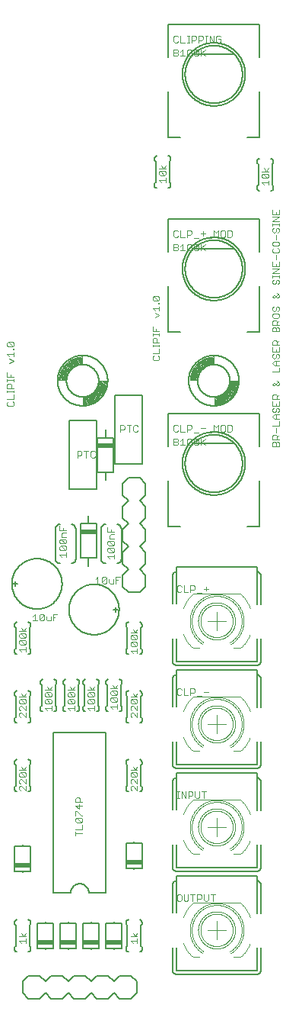
<source format=gbr>
G04 EAGLE Gerber RS-274X export*
G75*
%MOMM*%
%FSLAX34Y34*%
%LPD*%
%INSilkscreen Top*%
%IPPOS*%
%AMOC8*
5,1,8,0,0,1.08239X$1,22.5*%
G01*
%ADD10C,0.076200*%
%ADD11C,0.203200*%
%ADD12C,0.096519*%
%ADD13C,0.152400*%
%ADD14R,1.778000X0.508000*%
%ADD15C,0.101600*%
%ADD16C,0.127000*%


D10*
X-31369Y629031D02*
X-31369Y636403D01*
X-27683Y636403D01*
X-26454Y635175D01*
X-26454Y632717D01*
X-27683Y631488D01*
X-31369Y631488D01*
X-21427Y629031D02*
X-21427Y636403D01*
X-18970Y636403D02*
X-23885Y636403D01*
X-12715Y636403D02*
X-11486Y635175D01*
X-12715Y636403D02*
X-15172Y636403D01*
X-16401Y635175D01*
X-16401Y630260D01*
X-15172Y629031D01*
X-12715Y629031D01*
X-11486Y630260D01*
X-155750Y662521D02*
X-156978Y661292D01*
X-156978Y658835D01*
X-155750Y657606D01*
X-150835Y657606D01*
X-149606Y658835D01*
X-149606Y661292D01*
X-150835Y662521D01*
X-149606Y665090D02*
X-156978Y665090D01*
X-149606Y665090D02*
X-149606Y670005D01*
X-149606Y672574D02*
X-149606Y675032D01*
X-149606Y673803D02*
X-156978Y673803D01*
X-156978Y672574D02*
X-156978Y675032D01*
X-156978Y677564D02*
X-149606Y677564D01*
X-156978Y677564D02*
X-156978Y681250D01*
X-155750Y682479D01*
X-153292Y682479D01*
X-152063Y681250D01*
X-152063Y677564D01*
X-149606Y685048D02*
X-149606Y687505D01*
X-149606Y686277D02*
X-156978Y686277D01*
X-156978Y687505D02*
X-156978Y685048D01*
X-156978Y690037D02*
X-149606Y690037D01*
X-156978Y690037D02*
X-156978Y694952D01*
X-153292Y692495D02*
X-153292Y690037D01*
X-154521Y705006D02*
X-149606Y707463D01*
X-154521Y709921D01*
X-154521Y712490D02*
X-156978Y714947D01*
X-149606Y714947D01*
X-149606Y712490D02*
X-149606Y717405D01*
X-149606Y719974D02*
X-150835Y719974D01*
X-150835Y721203D01*
X-149606Y721203D01*
X-149606Y719974D01*
X-150835Y723716D02*
X-155750Y723716D01*
X-156978Y724945D01*
X-156978Y727402D01*
X-155750Y728631D01*
X-150835Y728631D01*
X-149606Y727402D01*
X-149606Y724945D01*
X-150835Y723716D01*
X-155750Y728631D01*
X4947Y712092D02*
X6175Y713321D01*
X4947Y712092D02*
X4947Y709635D01*
X6175Y708406D01*
X11090Y708406D01*
X12319Y709635D01*
X12319Y712092D01*
X11090Y713321D01*
X12319Y715890D02*
X4947Y715890D01*
X12319Y715890D02*
X12319Y720805D01*
X12319Y723374D02*
X12319Y725832D01*
X12319Y724603D02*
X4947Y724603D01*
X4947Y723374D02*
X4947Y725832D01*
X4947Y728364D02*
X12319Y728364D01*
X4947Y728364D02*
X4947Y732050D01*
X6175Y733279D01*
X8633Y733279D01*
X9862Y732050D01*
X9862Y728364D01*
X12319Y735848D02*
X12319Y738305D01*
X12319Y737077D02*
X4947Y737077D01*
X4947Y738305D02*
X4947Y735848D01*
X4947Y740837D02*
X12319Y740837D01*
X4947Y740837D02*
X4947Y745752D01*
X8633Y743295D02*
X8633Y740837D01*
X7404Y755806D02*
X12319Y758263D01*
X7404Y760721D01*
X7404Y763290D02*
X4947Y765747D01*
X12319Y765747D01*
X12319Y763290D02*
X12319Y768205D01*
X12319Y770774D02*
X11090Y770774D01*
X11090Y772003D01*
X12319Y772003D01*
X12319Y770774D01*
X11090Y774516D02*
X6175Y774516D01*
X4947Y775745D01*
X4947Y778202D01*
X6175Y779431D01*
X11090Y779431D01*
X12319Y778202D01*
X12319Y775745D01*
X11090Y774516D01*
X6175Y779431D01*
X138297Y613156D02*
X145669Y613156D01*
X138297Y613156D02*
X138297Y616842D01*
X139525Y618071D01*
X140754Y618071D01*
X141983Y616842D01*
X143212Y618071D01*
X144440Y618071D01*
X145669Y616842D01*
X145669Y613156D01*
X141983Y613156D02*
X141983Y616842D01*
X145669Y620640D02*
X138297Y620640D01*
X138297Y624326D01*
X139525Y625555D01*
X141983Y625555D01*
X143212Y624326D01*
X143212Y620640D01*
X143212Y623098D02*
X145669Y625555D01*
X141983Y628124D02*
X141983Y633039D01*
X138297Y635608D02*
X145669Y635608D01*
X145669Y640523D01*
X145669Y643093D02*
X140754Y643093D01*
X138297Y645550D01*
X140754Y648007D01*
X145669Y648007D01*
X141983Y648007D02*
X141983Y643093D01*
X138297Y654263D02*
X139525Y655492D01*
X138297Y654263D02*
X138297Y651805D01*
X139525Y650577D01*
X140754Y650577D01*
X141983Y651805D01*
X141983Y654263D01*
X143212Y655492D01*
X144440Y655492D01*
X145669Y654263D01*
X145669Y651805D01*
X144440Y650577D01*
X138297Y658061D02*
X138297Y662976D01*
X138297Y658061D02*
X145669Y658061D01*
X145669Y662976D01*
X141983Y660518D02*
X141983Y658061D01*
X145669Y665545D02*
X138297Y665545D01*
X138297Y669231D01*
X139525Y670460D01*
X141983Y670460D01*
X143212Y669231D01*
X143212Y665545D01*
X143212Y668003D02*
X145669Y670460D01*
X145669Y682971D02*
X143212Y685428D01*
X145669Y682971D02*
X145669Y681742D01*
X144440Y680513D01*
X143212Y680513D01*
X140754Y682971D01*
X139525Y682971D01*
X138297Y681742D01*
X139525Y680513D01*
X140754Y680513D01*
X145669Y685428D01*
X145669Y695482D02*
X138297Y695482D01*
X145669Y695482D02*
X145669Y700397D01*
X145669Y702966D02*
X140754Y702966D01*
X138297Y705423D01*
X140754Y707881D01*
X145669Y707881D01*
X141983Y707881D02*
X141983Y702966D01*
X138297Y714136D02*
X139525Y715365D01*
X138297Y714136D02*
X138297Y711679D01*
X139525Y710450D01*
X140754Y710450D01*
X141983Y711679D01*
X141983Y714136D01*
X143212Y715365D01*
X144440Y715365D01*
X145669Y714136D01*
X145669Y711679D01*
X144440Y710450D01*
X138297Y717934D02*
X138297Y722849D01*
X138297Y717934D02*
X145669Y717934D01*
X145669Y722849D01*
X141983Y720392D02*
X141983Y717934D01*
X145669Y725418D02*
X138297Y725418D01*
X138297Y729104D01*
X139525Y730333D01*
X141983Y730333D01*
X143212Y729104D01*
X143212Y725418D01*
X143212Y727876D02*
X145669Y730333D01*
X145669Y740387D02*
X138297Y740387D01*
X138297Y744073D01*
X139525Y745302D01*
X140754Y745302D01*
X141983Y744073D01*
X143212Y745302D01*
X144440Y745302D01*
X145669Y744073D01*
X145669Y740387D01*
X141983Y740387D02*
X141983Y744073D01*
X145669Y747871D02*
X138297Y747871D01*
X138297Y751557D01*
X139525Y752786D01*
X141983Y752786D01*
X143212Y751557D01*
X143212Y747871D01*
X143212Y750328D02*
X145669Y752786D01*
X138297Y756584D02*
X138297Y759041D01*
X138297Y756584D02*
X139525Y755355D01*
X144440Y755355D01*
X145669Y756584D01*
X145669Y759041D01*
X144440Y760270D01*
X139525Y760270D01*
X138297Y759041D01*
X138297Y766525D02*
X139525Y767754D01*
X138297Y766525D02*
X138297Y764068D01*
X139525Y762839D01*
X140754Y762839D01*
X141983Y764068D01*
X141983Y766525D01*
X143212Y767754D01*
X144440Y767754D01*
X145669Y766525D01*
X145669Y764068D01*
X144440Y762839D01*
X145669Y780265D02*
X143212Y782722D01*
X145669Y780265D02*
X145669Y779036D01*
X144440Y777807D01*
X143212Y777807D01*
X140754Y780265D01*
X139525Y780265D01*
X138297Y779036D01*
X139525Y777807D01*
X140754Y777807D01*
X145669Y782722D01*
X138297Y796462D02*
X139525Y797691D01*
X138297Y796462D02*
X138297Y794004D01*
X139525Y792776D01*
X140754Y792776D01*
X141983Y794004D01*
X141983Y796462D01*
X143212Y797691D01*
X144440Y797691D01*
X145669Y796462D01*
X145669Y794004D01*
X144440Y792776D01*
X145669Y800260D02*
X145669Y802717D01*
X145669Y801489D02*
X138297Y801489D01*
X138297Y802717D02*
X138297Y800260D01*
X138297Y805249D02*
X145669Y805249D01*
X145669Y810164D02*
X138297Y805249D01*
X138297Y810164D02*
X145669Y810164D01*
X138297Y812734D02*
X138297Y817648D01*
X138297Y812734D02*
X145669Y812734D01*
X145669Y817648D01*
X141983Y815191D02*
X141983Y812734D01*
X141983Y820218D02*
X141983Y825133D01*
X138297Y831388D02*
X139525Y832617D01*
X138297Y831388D02*
X138297Y828931D01*
X139525Y827702D01*
X144440Y827702D01*
X145669Y828931D01*
X145669Y831388D01*
X144440Y832617D01*
X138297Y836415D02*
X138297Y838872D01*
X138297Y836415D02*
X139525Y835186D01*
X144440Y835186D01*
X145669Y836415D01*
X145669Y838872D01*
X144440Y840101D01*
X139525Y840101D01*
X138297Y838872D01*
X141983Y842670D02*
X141983Y847585D01*
X138297Y853840D02*
X139525Y855069D01*
X138297Y853840D02*
X138297Y851383D01*
X139525Y850154D01*
X140754Y850154D01*
X141983Y851383D01*
X141983Y853840D01*
X143212Y855069D01*
X144440Y855069D01*
X145669Y853840D01*
X145669Y851383D01*
X144440Y850154D01*
X145669Y857638D02*
X145669Y860096D01*
X145669Y858867D02*
X138297Y858867D01*
X138297Y857638D02*
X138297Y860096D01*
X138297Y862628D02*
X145669Y862628D01*
X145669Y867543D02*
X138297Y862628D01*
X138297Y867543D02*
X145669Y867543D01*
X138297Y870112D02*
X138297Y875027D01*
X138297Y870112D02*
X145669Y870112D01*
X145669Y875027D01*
X141983Y872569D02*
X141983Y870112D01*
X-78994Y607828D02*
X-78994Y600456D01*
X-78994Y607828D02*
X-75308Y607828D01*
X-74079Y606600D01*
X-74079Y604142D01*
X-75308Y602913D01*
X-78994Y602913D01*
X-69052Y600456D02*
X-69052Y607828D01*
X-66595Y607828D02*
X-71510Y607828D01*
X-60340Y607828D02*
X-59111Y606600D01*
X-60340Y607828D02*
X-62797Y607828D01*
X-64026Y606600D01*
X-64026Y601685D01*
X-62797Y600456D01*
X-60340Y600456D01*
X-59111Y601685D01*
D11*
X45085Y685800D02*
X45093Y686486D01*
X45119Y687171D01*
X45161Y687855D01*
X45220Y688539D01*
X45295Y689220D01*
X45387Y689900D01*
X45496Y690577D01*
X45622Y691251D01*
X45764Y691922D01*
X45922Y692589D01*
X46097Y693252D01*
X46288Y693911D01*
X46495Y694564D01*
X46718Y695213D01*
X46957Y695855D01*
X47212Y696492D01*
X47482Y697122D01*
X47768Y697746D01*
X48068Y698362D01*
X48384Y698971D01*
X48715Y699572D01*
X49060Y700164D01*
X49420Y700748D01*
X49794Y701323D01*
X50182Y701888D01*
X50583Y702444D01*
X50999Y702990D01*
X51427Y703525D01*
X51869Y704050D01*
X52323Y704563D01*
X52790Y705066D01*
X53268Y705557D01*
X53759Y706035D01*
X54262Y706502D01*
X54775Y706956D01*
X55300Y707398D01*
X55835Y707826D01*
X56381Y708242D01*
X56937Y708643D01*
X57502Y709031D01*
X58077Y709405D01*
X58661Y709765D01*
X59253Y710110D01*
X59854Y710441D01*
X60463Y710757D01*
X61079Y711057D01*
X61703Y711343D01*
X62333Y711613D01*
X62970Y711868D01*
X63612Y712107D01*
X64261Y712330D01*
X64914Y712537D01*
X65573Y712728D01*
X66236Y712903D01*
X66903Y713061D01*
X67574Y713203D01*
X68248Y713329D01*
X68925Y713438D01*
X69605Y713530D01*
X70286Y713605D01*
X70970Y713664D01*
X71654Y713706D01*
X72339Y713732D01*
X73025Y713740D01*
X73711Y713732D01*
X74396Y713706D01*
X75080Y713664D01*
X75764Y713605D01*
X76445Y713530D01*
X77125Y713438D01*
X77802Y713329D01*
X78476Y713203D01*
X79147Y713061D01*
X79814Y712903D01*
X80477Y712728D01*
X81136Y712537D01*
X81789Y712330D01*
X82438Y712107D01*
X83080Y711868D01*
X83717Y711613D01*
X84347Y711343D01*
X84971Y711057D01*
X85587Y710757D01*
X86196Y710441D01*
X86797Y710110D01*
X87389Y709765D01*
X87973Y709405D01*
X88548Y709031D01*
X89113Y708643D01*
X89669Y708242D01*
X90215Y707826D01*
X90750Y707398D01*
X91275Y706956D01*
X91788Y706502D01*
X92291Y706035D01*
X92782Y705557D01*
X93260Y705066D01*
X93727Y704563D01*
X94181Y704050D01*
X94623Y703525D01*
X95051Y702990D01*
X95467Y702444D01*
X95868Y701888D01*
X96256Y701323D01*
X96630Y700748D01*
X96990Y700164D01*
X97335Y699572D01*
X97666Y698971D01*
X97982Y698362D01*
X98282Y697746D01*
X98568Y697122D01*
X98838Y696492D01*
X99093Y695855D01*
X99332Y695213D01*
X99555Y694564D01*
X99762Y693911D01*
X99953Y693252D01*
X100128Y692589D01*
X100286Y691922D01*
X100428Y691251D01*
X100554Y690577D01*
X100663Y689900D01*
X100755Y689220D01*
X100830Y688539D01*
X100889Y687855D01*
X100931Y687171D01*
X100957Y686486D01*
X100965Y685800D01*
X100957Y685114D01*
X100931Y684429D01*
X100889Y683745D01*
X100830Y683061D01*
X100755Y682380D01*
X100663Y681700D01*
X100554Y681023D01*
X100428Y680349D01*
X100286Y679678D01*
X100128Y679011D01*
X99953Y678348D01*
X99762Y677689D01*
X99555Y677036D01*
X99332Y676387D01*
X99093Y675745D01*
X98838Y675108D01*
X98568Y674478D01*
X98282Y673854D01*
X97982Y673238D01*
X97666Y672629D01*
X97335Y672028D01*
X96990Y671436D01*
X96630Y670852D01*
X96256Y670277D01*
X95868Y669712D01*
X95467Y669156D01*
X95051Y668610D01*
X94623Y668075D01*
X94181Y667550D01*
X93727Y667037D01*
X93260Y666534D01*
X92782Y666043D01*
X92291Y665565D01*
X91788Y665098D01*
X91275Y664644D01*
X90750Y664202D01*
X90215Y663774D01*
X89669Y663358D01*
X89113Y662957D01*
X88548Y662569D01*
X87973Y662195D01*
X87389Y661835D01*
X86797Y661490D01*
X86196Y661159D01*
X85587Y660843D01*
X84971Y660543D01*
X84347Y660257D01*
X83717Y659987D01*
X83080Y659732D01*
X82438Y659493D01*
X81789Y659270D01*
X81136Y659063D01*
X80477Y658872D01*
X79814Y658697D01*
X79147Y658539D01*
X78476Y658397D01*
X77802Y658271D01*
X77125Y658162D01*
X76445Y658070D01*
X75764Y657995D01*
X75080Y657936D01*
X74396Y657894D01*
X73711Y657868D01*
X73025Y657860D01*
X72339Y657868D01*
X71654Y657894D01*
X70970Y657936D01*
X70286Y657995D01*
X69605Y658070D01*
X68925Y658162D01*
X68248Y658271D01*
X67574Y658397D01*
X66903Y658539D01*
X66236Y658697D01*
X65573Y658872D01*
X64914Y659063D01*
X64261Y659270D01*
X63612Y659493D01*
X62970Y659732D01*
X62333Y659987D01*
X61703Y660257D01*
X61079Y660543D01*
X60463Y660843D01*
X59854Y661159D01*
X59253Y661490D01*
X58661Y661835D01*
X58077Y662195D01*
X57502Y662569D01*
X56937Y662957D01*
X56381Y663358D01*
X55835Y663774D01*
X55300Y664202D01*
X54775Y664644D01*
X54262Y665098D01*
X53759Y665565D01*
X53268Y666043D01*
X52790Y666534D01*
X52323Y667037D01*
X51869Y667550D01*
X51427Y668075D01*
X50999Y668610D01*
X50583Y669156D01*
X50182Y669712D01*
X49794Y670277D01*
X49420Y670852D01*
X49060Y671436D01*
X48715Y672028D01*
X48384Y672629D01*
X48068Y673238D01*
X47768Y673854D01*
X47482Y674478D01*
X47212Y675108D01*
X46957Y675745D01*
X46718Y676387D01*
X46495Y677036D01*
X46288Y677689D01*
X46097Y678348D01*
X45922Y679011D01*
X45764Y679678D01*
X45622Y680349D01*
X45496Y681023D01*
X45387Y681700D01*
X45295Y682380D01*
X45220Y683061D01*
X45161Y683745D01*
X45119Y684429D01*
X45093Y685114D01*
X45085Y685800D01*
X55064Y685800D02*
X55069Y686241D01*
X55086Y686681D01*
X55113Y687121D01*
X55150Y687560D01*
X55199Y687999D01*
X55258Y688435D01*
X55328Y688871D01*
X55409Y689304D01*
X55500Y689735D01*
X55602Y690164D01*
X55715Y690590D01*
X55837Y691014D01*
X55971Y691434D01*
X56114Y691851D01*
X56268Y692264D01*
X56431Y692673D01*
X56605Y693079D01*
X56788Y693479D01*
X56982Y693875D01*
X57185Y694267D01*
X57397Y694653D01*
X57619Y695034D01*
X57851Y695409D01*
X58091Y695779D01*
X58340Y696142D01*
X58599Y696499D01*
X58866Y696850D01*
X59141Y697194D01*
X59425Y697532D01*
X59717Y697862D01*
X60017Y698185D01*
X60325Y698500D01*
X60640Y698808D01*
X60963Y699108D01*
X61293Y699400D01*
X61631Y699684D01*
X61975Y699959D01*
X62326Y700226D01*
X62683Y700485D01*
X63046Y700734D01*
X63416Y700974D01*
X63791Y701206D01*
X64172Y701428D01*
X64558Y701640D01*
X64950Y701843D01*
X65346Y702037D01*
X65746Y702220D01*
X66152Y702394D01*
X66561Y702557D01*
X66974Y702711D01*
X67391Y702854D01*
X67811Y702988D01*
X68235Y703110D01*
X68661Y703223D01*
X69090Y703325D01*
X69521Y703416D01*
X69954Y703497D01*
X70390Y703567D01*
X70826Y703626D01*
X71265Y703675D01*
X71704Y703712D01*
X72144Y703739D01*
X72584Y703756D01*
X73025Y703761D01*
X73466Y703756D01*
X73906Y703739D01*
X74346Y703712D01*
X74785Y703675D01*
X75224Y703626D01*
X75660Y703567D01*
X76096Y703497D01*
X76529Y703416D01*
X76960Y703325D01*
X77389Y703223D01*
X77815Y703110D01*
X78239Y702988D01*
X78659Y702854D01*
X79076Y702711D01*
X79489Y702557D01*
X79898Y702394D01*
X80304Y702220D01*
X80704Y702037D01*
X81100Y701843D01*
X81492Y701640D01*
X81878Y701428D01*
X82259Y701206D01*
X82634Y700974D01*
X83004Y700734D01*
X83367Y700485D01*
X83724Y700226D01*
X84075Y699959D01*
X84419Y699684D01*
X84757Y699400D01*
X85087Y699108D01*
X85410Y698808D01*
X85725Y698500D01*
X86033Y698185D01*
X86333Y697862D01*
X86625Y697532D01*
X86909Y697194D01*
X87184Y696850D01*
X87451Y696499D01*
X87710Y696142D01*
X87959Y695779D01*
X88199Y695409D01*
X88431Y695034D01*
X88653Y694653D01*
X88865Y694267D01*
X89068Y693875D01*
X89262Y693479D01*
X89445Y693079D01*
X89619Y692673D01*
X89782Y692264D01*
X89936Y691851D01*
X90079Y691434D01*
X90213Y691014D01*
X90335Y690590D01*
X90448Y690164D01*
X90550Y689735D01*
X90641Y689304D01*
X90722Y688871D01*
X90792Y688435D01*
X90851Y687999D01*
X90900Y687560D01*
X90937Y687121D01*
X90964Y686681D01*
X90981Y686241D01*
X90986Y685800D01*
X90981Y685359D01*
X90964Y684919D01*
X90937Y684479D01*
X90900Y684040D01*
X90851Y683601D01*
X90792Y683165D01*
X90722Y682729D01*
X90641Y682296D01*
X90550Y681865D01*
X90448Y681436D01*
X90335Y681010D01*
X90213Y680586D01*
X90079Y680166D01*
X89936Y679749D01*
X89782Y679336D01*
X89619Y678927D01*
X89445Y678521D01*
X89262Y678121D01*
X89068Y677725D01*
X88865Y677333D01*
X88653Y676947D01*
X88431Y676566D01*
X88199Y676191D01*
X87959Y675821D01*
X87710Y675458D01*
X87451Y675101D01*
X87184Y674750D01*
X86909Y674406D01*
X86625Y674068D01*
X86333Y673738D01*
X86033Y673415D01*
X85725Y673100D01*
X85410Y672792D01*
X85087Y672492D01*
X84757Y672200D01*
X84419Y671916D01*
X84075Y671641D01*
X83724Y671374D01*
X83367Y671115D01*
X83004Y670866D01*
X82634Y670626D01*
X82259Y670394D01*
X81878Y670172D01*
X81492Y669960D01*
X81100Y669757D01*
X80704Y669563D01*
X80304Y669380D01*
X79898Y669206D01*
X79489Y669043D01*
X79076Y668889D01*
X78659Y668746D01*
X78239Y668612D01*
X77815Y668490D01*
X77389Y668377D01*
X76960Y668275D01*
X76529Y668184D01*
X76096Y668103D01*
X75660Y668033D01*
X75224Y667974D01*
X74785Y667925D01*
X74346Y667888D01*
X73906Y667861D01*
X73466Y667844D01*
X73025Y667839D01*
X72584Y667844D01*
X72144Y667861D01*
X71704Y667888D01*
X71265Y667925D01*
X70826Y667974D01*
X70390Y668033D01*
X69954Y668103D01*
X69521Y668184D01*
X69090Y668275D01*
X68661Y668377D01*
X68235Y668490D01*
X67811Y668612D01*
X67391Y668746D01*
X66974Y668889D01*
X66561Y669043D01*
X66152Y669206D01*
X65746Y669380D01*
X65346Y669563D01*
X64950Y669757D01*
X64558Y669960D01*
X64172Y670172D01*
X63791Y670394D01*
X63416Y670626D01*
X63046Y670866D01*
X62683Y671115D01*
X62326Y671374D01*
X61975Y671641D01*
X61631Y671916D01*
X61293Y672200D01*
X60963Y672492D01*
X60640Y672792D01*
X60325Y673100D01*
X60017Y673415D01*
X59717Y673738D01*
X59425Y674068D01*
X59141Y674406D01*
X58866Y674750D01*
X58599Y675101D01*
X58340Y675458D01*
X58091Y675821D01*
X57851Y676191D01*
X57619Y676566D01*
X57397Y676947D01*
X57185Y677333D01*
X56982Y677725D01*
X56788Y678121D01*
X56605Y678521D01*
X56431Y678927D01*
X56268Y679336D01*
X56114Y679749D01*
X55971Y680166D01*
X55837Y680586D01*
X55715Y681010D01*
X55602Y681436D01*
X55500Y681865D01*
X55409Y682296D01*
X55328Y682729D01*
X55258Y683165D01*
X55199Y683601D01*
X55150Y684040D01*
X55113Y684479D01*
X55086Y684919D01*
X55069Y685359D01*
X55064Y685800D01*
D12*
X73507Y659236D02*
X73507Y667925D01*
X73945Y667942D01*
X74381Y667969D01*
X74817Y668008D01*
X75252Y668057D01*
X75685Y668117D01*
X76117Y668187D01*
X76547Y668268D01*
X76975Y668360D01*
X77400Y668461D01*
X77823Y668574D01*
X78243Y668696D01*
X78660Y668829D01*
X79073Y668972D01*
X79483Y669125D01*
X79889Y669288D01*
X80291Y669461D01*
X80688Y669643D01*
X81081Y669836D01*
X81469Y670037D01*
X81852Y670249D01*
X82230Y670469D01*
X82603Y670699D01*
X82969Y670938D01*
X83330Y671186D01*
X83684Y671442D01*
X84032Y671707D01*
X84374Y671981D01*
X84708Y672262D01*
X85036Y672552D01*
X85356Y672850D01*
X85669Y673156D01*
X85975Y673469D01*
X86273Y673789D01*
X86563Y674117D01*
X86844Y674451D01*
X87118Y674793D01*
X87383Y675141D01*
X87639Y675495D01*
X87887Y675856D01*
X88126Y676222D01*
X88356Y676595D01*
X88576Y676973D01*
X88788Y677356D01*
X88989Y677744D01*
X89182Y678137D01*
X89364Y678534D01*
X89537Y678936D01*
X89700Y679342D01*
X89853Y679752D01*
X89996Y680165D01*
X90129Y680582D01*
X90251Y681002D01*
X90364Y681425D01*
X90465Y681850D01*
X90557Y682278D01*
X90638Y682708D01*
X90708Y683140D01*
X90768Y683573D01*
X90817Y684008D01*
X90856Y684444D01*
X90883Y684880D01*
X90900Y685318D01*
X99589Y685318D01*
X99590Y685318D01*
X99570Y684671D01*
X99535Y684025D01*
X99484Y683379D01*
X99417Y682736D01*
X99334Y682094D01*
X99236Y681454D01*
X99123Y680817D01*
X98993Y680183D01*
X98849Y679552D01*
X98689Y678925D01*
X98514Y678302D01*
X98324Y677684D01*
X98119Y677070D01*
X97899Y676461D01*
X97664Y675858D01*
X97415Y675261D01*
X97151Y674670D01*
X96872Y674086D01*
X96580Y673509D01*
X96274Y672939D01*
X95954Y672376D01*
X95620Y671822D01*
X95273Y671276D01*
X94912Y670738D01*
X94539Y670210D01*
X94153Y669690D01*
X93754Y669181D01*
X93344Y668681D01*
X92921Y668191D01*
X92486Y667712D01*
X92040Y667243D01*
X91582Y666785D01*
X91113Y666339D01*
X90634Y665904D01*
X90144Y665481D01*
X89644Y665071D01*
X89135Y664672D01*
X88615Y664286D01*
X88087Y663913D01*
X87549Y663552D01*
X87003Y663205D01*
X86449Y662871D01*
X85886Y662551D01*
X85316Y662245D01*
X84739Y661953D01*
X84155Y661674D01*
X83564Y661410D01*
X82967Y661161D01*
X82364Y660926D01*
X81755Y660706D01*
X81141Y660501D01*
X80523Y660311D01*
X79900Y660136D01*
X79273Y659976D01*
X78642Y659832D01*
X78008Y659702D01*
X77371Y659589D01*
X76731Y659491D01*
X76089Y659408D01*
X75446Y659341D01*
X74800Y659290D01*
X74154Y659255D01*
X73507Y659235D01*
X73507Y660152D01*
X74131Y660171D01*
X74755Y660205D01*
X75377Y660255D01*
X75998Y660320D01*
X76617Y660400D01*
X77234Y660495D01*
X77849Y660605D01*
X78460Y660729D01*
X79069Y660869D01*
X79674Y661024D01*
X80275Y661193D01*
X80871Y661376D01*
X81463Y661575D01*
X82050Y661787D01*
X82632Y662014D01*
X83208Y662255D01*
X83778Y662509D01*
X84341Y662778D01*
X84898Y663060D01*
X85448Y663356D01*
X85991Y663665D01*
X86525Y663987D01*
X87052Y664322D01*
X87571Y664669D01*
X88081Y665030D01*
X88581Y665402D01*
X89073Y665787D01*
X89555Y666183D01*
X90028Y666591D01*
X90490Y667011D01*
X90942Y667441D01*
X91384Y667883D01*
X91814Y668335D01*
X92234Y668797D01*
X92642Y669270D01*
X93038Y669752D01*
X93423Y670244D01*
X93795Y670744D01*
X94156Y671254D01*
X94503Y671773D01*
X94838Y672300D01*
X95160Y672834D01*
X95469Y673377D01*
X95765Y673927D01*
X96047Y674484D01*
X96316Y675047D01*
X96570Y675617D01*
X96811Y676193D01*
X97038Y676775D01*
X97250Y677362D01*
X97449Y677954D01*
X97632Y678550D01*
X97801Y679151D01*
X97956Y679756D01*
X98096Y680365D01*
X98220Y680976D01*
X98330Y681591D01*
X98425Y682208D01*
X98505Y682827D01*
X98570Y683448D01*
X98620Y684070D01*
X98654Y684694D01*
X98673Y685318D01*
X97757Y685318D01*
X97738Y684716D01*
X97705Y684116D01*
X97656Y683516D01*
X97594Y682918D01*
X97516Y682322D01*
X97424Y681727D01*
X97318Y681135D01*
X97198Y680546D01*
X97063Y679960D01*
X96914Y679377D01*
X96750Y678798D01*
X96573Y678224D01*
X96382Y677654D01*
X96177Y677088D01*
X95958Y676528D01*
X95726Y675973D01*
X95481Y675424D01*
X95222Y674881D01*
X94950Y674345D01*
X94665Y673815D01*
X94367Y673292D01*
X94057Y672777D01*
X93734Y672270D01*
X93399Y671770D01*
X93052Y671279D01*
X92693Y670797D01*
X92322Y670323D01*
X91940Y669858D01*
X91547Y669403D01*
X91143Y668958D01*
X90728Y668522D01*
X90303Y668097D01*
X89867Y667682D01*
X89422Y667278D01*
X88967Y666885D01*
X88502Y666503D01*
X88028Y666132D01*
X87546Y665773D01*
X87055Y665426D01*
X86555Y665091D01*
X86048Y664768D01*
X85533Y664458D01*
X85010Y664160D01*
X84480Y663875D01*
X83944Y663603D01*
X83401Y663344D01*
X82852Y663099D01*
X82297Y662867D01*
X81737Y662648D01*
X81171Y662443D01*
X80601Y662252D01*
X80027Y662075D01*
X79448Y661911D01*
X78865Y661762D01*
X78279Y661627D01*
X77690Y661507D01*
X77098Y661401D01*
X76503Y661309D01*
X75907Y661231D01*
X75309Y661169D01*
X74709Y661120D01*
X74109Y661087D01*
X73507Y661068D01*
X73507Y661984D01*
X74086Y662003D01*
X74663Y662035D01*
X75240Y662082D01*
X75816Y662143D01*
X76389Y662218D01*
X76961Y662306D01*
X77531Y662409D01*
X78097Y662525D01*
X78661Y662655D01*
X79222Y662799D01*
X79778Y662956D01*
X80331Y663127D01*
X80880Y663311D01*
X81424Y663509D01*
X81963Y663719D01*
X82496Y663943D01*
X83024Y664179D01*
X83546Y664429D01*
X84062Y664690D01*
X84572Y664965D01*
X85075Y665251D01*
X85570Y665550D01*
X86058Y665861D01*
X86539Y666183D01*
X87011Y666517D01*
X87475Y666862D01*
X87931Y667219D01*
X88378Y667587D01*
X88816Y667965D01*
X89244Y668354D01*
X89663Y668753D01*
X90072Y669162D01*
X90471Y669581D01*
X90860Y670009D01*
X91238Y670447D01*
X91606Y670894D01*
X91963Y671350D01*
X92308Y671814D01*
X92642Y672286D01*
X92964Y672767D01*
X93275Y673255D01*
X93574Y673750D01*
X93860Y674253D01*
X94135Y674763D01*
X94396Y675279D01*
X94646Y675801D01*
X94882Y676329D01*
X95106Y676862D01*
X95316Y677401D01*
X95514Y677945D01*
X95698Y678494D01*
X95869Y679047D01*
X96026Y679603D01*
X96170Y680164D01*
X96300Y680728D01*
X96416Y681294D01*
X96519Y681864D01*
X96607Y682436D01*
X96682Y683009D01*
X96743Y683585D01*
X96790Y684162D01*
X96822Y684739D01*
X96841Y685318D01*
X95925Y685318D01*
X95906Y684762D01*
X95875Y684207D01*
X95829Y683653D01*
X95770Y683101D01*
X95698Y682550D01*
X95613Y682000D01*
X95514Y681454D01*
X95402Y680909D01*
X95277Y680368D01*
X95138Y679829D01*
X94987Y679295D01*
X94822Y678764D01*
X94645Y678237D01*
X94456Y677715D01*
X94253Y677197D01*
X94038Y676685D01*
X93811Y676177D01*
X93571Y675676D01*
X93319Y675180D01*
X93056Y674691D01*
X92780Y674208D01*
X92493Y673733D01*
X92195Y673264D01*
X91885Y672802D01*
X91564Y672349D01*
X91232Y671903D01*
X90890Y671465D01*
X90537Y671036D01*
X90173Y670615D01*
X89800Y670204D01*
X89417Y669801D01*
X89024Y669408D01*
X88621Y669025D01*
X88210Y668652D01*
X87789Y668288D01*
X87360Y667935D01*
X86922Y667593D01*
X86476Y667261D01*
X86023Y666940D01*
X85561Y666630D01*
X85092Y666332D01*
X84617Y666045D01*
X84134Y665769D01*
X83645Y665506D01*
X83149Y665254D01*
X82648Y665014D01*
X82140Y664787D01*
X81628Y664572D01*
X81110Y664369D01*
X80588Y664180D01*
X80061Y664003D01*
X79530Y663838D01*
X78996Y663687D01*
X78457Y663548D01*
X77916Y663423D01*
X77371Y663311D01*
X76825Y663212D01*
X76275Y663127D01*
X75724Y663055D01*
X75172Y662996D01*
X74618Y662950D01*
X74063Y662919D01*
X73507Y662900D01*
X73507Y663816D01*
X74040Y663834D01*
X74572Y663865D01*
X75103Y663909D01*
X75633Y663966D01*
X76161Y664036D01*
X76688Y664118D01*
X77212Y664213D01*
X77734Y664321D01*
X78253Y664442D01*
X78769Y664575D01*
X79282Y664720D01*
X79791Y664878D01*
X80296Y665048D01*
X80797Y665230D01*
X81293Y665425D01*
X81785Y665631D01*
X82271Y665849D01*
X82752Y666079D01*
X83227Y666321D01*
X83696Y666574D01*
X84158Y666838D01*
X84615Y667113D01*
X85064Y667400D01*
X85507Y667697D01*
X85942Y668005D01*
X86369Y668323D01*
X86789Y668651D01*
X87200Y668990D01*
X87603Y669338D01*
X87998Y669697D01*
X88384Y670064D01*
X88761Y670441D01*
X89128Y670827D01*
X89487Y671222D01*
X89835Y671625D01*
X90174Y672036D01*
X90502Y672456D01*
X90820Y672883D01*
X91128Y673318D01*
X91425Y673761D01*
X91712Y674210D01*
X91987Y674667D01*
X92251Y675129D01*
X92504Y675598D01*
X92746Y676073D01*
X92976Y676554D01*
X93194Y677040D01*
X93400Y677532D01*
X93595Y678028D01*
X93777Y678529D01*
X93947Y679034D01*
X94105Y679543D01*
X94250Y680056D01*
X94383Y680572D01*
X94504Y681091D01*
X94612Y681613D01*
X94707Y682137D01*
X94789Y682664D01*
X94859Y683192D01*
X94916Y683722D01*
X94960Y684253D01*
X94991Y684785D01*
X95009Y685318D01*
X94092Y685318D01*
X94075Y684808D01*
X94044Y684299D01*
X94002Y683790D01*
X93947Y683283D01*
X93880Y682777D01*
X93801Y682274D01*
X93709Y681772D01*
X93606Y681272D01*
X93490Y680775D01*
X93363Y680282D01*
X93223Y679791D01*
X93072Y679304D01*
X92909Y678821D01*
X92734Y678341D01*
X92548Y677866D01*
X92350Y677396D01*
X92141Y676931D01*
X91920Y676471D01*
X91689Y676016D01*
X91447Y675567D01*
X91194Y675125D01*
X90930Y674688D01*
X90656Y674258D01*
X90371Y673834D01*
X90077Y673418D01*
X89772Y673009D01*
X89457Y672607D01*
X89133Y672214D01*
X88800Y671828D01*
X88457Y671450D01*
X88105Y671081D01*
X87744Y670720D01*
X87375Y670368D01*
X86997Y670025D01*
X86611Y669692D01*
X86218Y669368D01*
X85816Y669053D01*
X85407Y668748D01*
X84991Y668454D01*
X84567Y668169D01*
X84137Y667895D01*
X83700Y667631D01*
X83258Y667378D01*
X82809Y667136D01*
X82354Y666905D01*
X81894Y666684D01*
X81429Y666475D01*
X80959Y666277D01*
X80484Y666091D01*
X80004Y665916D01*
X79521Y665753D01*
X79034Y665602D01*
X78543Y665462D01*
X78050Y665335D01*
X77553Y665219D01*
X77053Y665116D01*
X76551Y665024D01*
X76048Y664945D01*
X75542Y664878D01*
X75035Y664823D01*
X74526Y664781D01*
X74017Y664750D01*
X73507Y664733D01*
X73507Y665649D01*
X73994Y665666D01*
X74481Y665696D01*
X74966Y665737D01*
X75451Y665789D01*
X75934Y665854D01*
X76415Y665930D01*
X76894Y666018D01*
X77371Y666117D01*
X77846Y666228D01*
X78317Y666350D01*
X78786Y666484D01*
X79251Y666629D01*
X79713Y666785D01*
X80170Y666952D01*
X80624Y667130D01*
X81073Y667319D01*
X81517Y667519D01*
X81957Y667730D01*
X82391Y667951D01*
X82819Y668183D01*
X83242Y668424D01*
X83659Y668677D01*
X84070Y668939D01*
X84475Y669210D01*
X84872Y669492D01*
X85263Y669783D01*
X85647Y670084D01*
X86023Y670393D01*
X86391Y670712D01*
X86752Y671040D01*
X87105Y671376D01*
X87449Y671720D01*
X87785Y672073D01*
X88113Y672434D01*
X88432Y672802D01*
X88741Y673178D01*
X89042Y673562D01*
X89333Y673953D01*
X89615Y674350D01*
X89886Y674755D01*
X90148Y675166D01*
X90401Y675583D01*
X90642Y676006D01*
X90874Y676434D01*
X91095Y676868D01*
X91306Y677308D01*
X91506Y677752D01*
X91695Y678201D01*
X91873Y678655D01*
X92040Y679112D01*
X92196Y679574D01*
X92341Y680039D01*
X92475Y680508D01*
X92597Y680979D01*
X92708Y681454D01*
X92807Y681931D01*
X92895Y682410D01*
X92971Y682891D01*
X93036Y683374D01*
X93088Y683859D01*
X93129Y684344D01*
X93159Y684831D01*
X93176Y685318D01*
X92260Y685318D01*
X92242Y684846D01*
X92213Y684375D01*
X92172Y683905D01*
X92120Y683436D01*
X92056Y682968D01*
X91981Y682502D01*
X91895Y682038D01*
X91797Y681577D01*
X91688Y681118D01*
X91567Y680661D01*
X91436Y680208D01*
X91293Y679758D01*
X91139Y679312D01*
X90975Y678870D01*
X90799Y678432D01*
X90613Y677998D01*
X90417Y677569D01*
X90210Y677145D01*
X89992Y676726D01*
X89765Y676313D01*
X89527Y675905D01*
X89279Y675504D01*
X89022Y675108D01*
X88755Y674719D01*
X88478Y674337D01*
X88193Y673961D01*
X87898Y673593D01*
X87594Y673232D01*
X87281Y672878D01*
X86960Y672532D01*
X86630Y672195D01*
X86293Y671865D01*
X85947Y671544D01*
X85593Y671231D01*
X85232Y670927D01*
X84864Y670632D01*
X84488Y670347D01*
X84106Y670070D01*
X83717Y669803D01*
X83321Y669546D01*
X82920Y669298D01*
X82512Y669060D01*
X82099Y668833D01*
X81680Y668615D01*
X81256Y668408D01*
X80827Y668212D01*
X80393Y668026D01*
X79955Y667850D01*
X79513Y667686D01*
X79067Y667532D01*
X78617Y667389D01*
X78164Y667258D01*
X77707Y667137D01*
X77248Y667028D01*
X76787Y666930D01*
X76323Y666844D01*
X75857Y666769D01*
X75389Y666705D01*
X74920Y666653D01*
X74450Y666612D01*
X73979Y666583D01*
X73507Y666565D01*
X73507Y667481D01*
X73956Y667499D01*
X74404Y667527D01*
X74851Y667566D01*
X75296Y667616D01*
X75741Y667677D01*
X76184Y667749D01*
X76625Y667832D01*
X77064Y667926D01*
X77500Y668030D01*
X77934Y668145D01*
X78365Y668270D01*
X78792Y668406D01*
X79216Y668553D01*
X79637Y668709D01*
X80053Y668876D01*
X80466Y669054D01*
X80873Y669241D01*
X81276Y669438D01*
X81675Y669645D01*
X82067Y669861D01*
X82455Y670088D01*
X82837Y670323D01*
X83213Y670568D01*
X83583Y670822D01*
X83946Y671085D01*
X84303Y671357D01*
X84654Y671637D01*
X84997Y671926D01*
X85333Y672223D01*
X85662Y672529D01*
X85983Y672842D01*
X86296Y673163D01*
X86602Y673492D01*
X86899Y673828D01*
X87188Y674171D01*
X87468Y674522D01*
X87740Y674879D01*
X88003Y675242D01*
X88257Y675612D01*
X88502Y675988D01*
X88737Y676370D01*
X88964Y676758D01*
X89180Y677150D01*
X89387Y677549D01*
X89584Y677952D01*
X89771Y678359D01*
X89949Y678772D01*
X90116Y679188D01*
X90272Y679609D01*
X90419Y680033D01*
X90555Y680460D01*
X90680Y680891D01*
X90795Y681325D01*
X90899Y681761D01*
X90993Y682200D01*
X91076Y682641D01*
X91148Y683084D01*
X91209Y683529D01*
X91259Y683974D01*
X91298Y684421D01*
X91326Y684869D01*
X91344Y685318D01*
X72543Y712364D02*
X72543Y703675D01*
X72105Y703658D01*
X71669Y703631D01*
X71233Y703592D01*
X70798Y703543D01*
X70365Y703483D01*
X69933Y703413D01*
X69503Y703332D01*
X69075Y703240D01*
X68650Y703139D01*
X68227Y703026D01*
X67807Y702904D01*
X67390Y702771D01*
X66977Y702628D01*
X66567Y702475D01*
X66161Y702312D01*
X65759Y702139D01*
X65362Y701957D01*
X64969Y701764D01*
X64581Y701563D01*
X64198Y701351D01*
X63820Y701131D01*
X63447Y700901D01*
X63081Y700662D01*
X62720Y700414D01*
X62366Y700158D01*
X62018Y699893D01*
X61676Y699619D01*
X61342Y699338D01*
X61014Y699048D01*
X60694Y698750D01*
X60381Y698444D01*
X60075Y698131D01*
X59777Y697811D01*
X59487Y697483D01*
X59206Y697149D01*
X58932Y696807D01*
X58667Y696459D01*
X58411Y696105D01*
X58163Y695744D01*
X57924Y695378D01*
X57694Y695005D01*
X57474Y694627D01*
X57262Y694244D01*
X57061Y693856D01*
X56868Y693463D01*
X56686Y693066D01*
X56513Y692664D01*
X56350Y692258D01*
X56197Y691848D01*
X56054Y691435D01*
X55921Y691018D01*
X55799Y690598D01*
X55686Y690175D01*
X55585Y689750D01*
X55493Y689322D01*
X55412Y688892D01*
X55342Y688460D01*
X55282Y688027D01*
X55233Y687592D01*
X55194Y687156D01*
X55167Y686720D01*
X55150Y686282D01*
X46461Y686282D01*
X46460Y686282D01*
X46480Y686929D01*
X46515Y687575D01*
X46566Y688221D01*
X46633Y688864D01*
X46716Y689506D01*
X46814Y690146D01*
X46927Y690783D01*
X47057Y691417D01*
X47201Y692048D01*
X47361Y692675D01*
X47536Y693298D01*
X47726Y693916D01*
X47931Y694530D01*
X48151Y695139D01*
X48386Y695742D01*
X48635Y696339D01*
X48899Y696930D01*
X49178Y697514D01*
X49470Y698091D01*
X49776Y698661D01*
X50096Y699224D01*
X50430Y699778D01*
X50777Y700324D01*
X51138Y700862D01*
X51511Y701390D01*
X51897Y701910D01*
X52296Y702419D01*
X52706Y702919D01*
X53129Y703409D01*
X53564Y703888D01*
X54010Y704357D01*
X54468Y704815D01*
X54937Y705261D01*
X55416Y705696D01*
X55906Y706119D01*
X56406Y706529D01*
X56915Y706928D01*
X57435Y707314D01*
X57963Y707687D01*
X58501Y708048D01*
X59047Y708395D01*
X59601Y708729D01*
X60164Y709049D01*
X60734Y709355D01*
X61311Y709647D01*
X61895Y709926D01*
X62486Y710190D01*
X63083Y710439D01*
X63686Y710674D01*
X64295Y710894D01*
X64909Y711099D01*
X65527Y711289D01*
X66150Y711464D01*
X66777Y711624D01*
X67408Y711768D01*
X68042Y711898D01*
X68679Y712011D01*
X69319Y712109D01*
X69961Y712192D01*
X70604Y712259D01*
X71250Y712310D01*
X71896Y712345D01*
X72543Y712365D01*
X72543Y711448D01*
X71919Y711429D01*
X71295Y711395D01*
X70673Y711345D01*
X70052Y711280D01*
X69433Y711200D01*
X68816Y711105D01*
X68201Y710995D01*
X67590Y710871D01*
X66981Y710731D01*
X66376Y710576D01*
X65775Y710407D01*
X65179Y710224D01*
X64587Y710025D01*
X64000Y709813D01*
X63418Y709586D01*
X62842Y709345D01*
X62272Y709091D01*
X61709Y708822D01*
X61152Y708540D01*
X60602Y708244D01*
X60059Y707935D01*
X59525Y707613D01*
X58998Y707278D01*
X58479Y706931D01*
X57969Y706570D01*
X57469Y706198D01*
X56977Y705813D01*
X56495Y705417D01*
X56022Y705009D01*
X55560Y704589D01*
X55108Y704159D01*
X54666Y703717D01*
X54236Y703265D01*
X53816Y702803D01*
X53408Y702330D01*
X53012Y701848D01*
X52627Y701356D01*
X52255Y700856D01*
X51894Y700346D01*
X51547Y699827D01*
X51212Y699300D01*
X50890Y698766D01*
X50581Y698223D01*
X50285Y697673D01*
X50003Y697116D01*
X49734Y696553D01*
X49480Y695983D01*
X49239Y695407D01*
X49012Y694825D01*
X48800Y694238D01*
X48601Y693646D01*
X48418Y693050D01*
X48249Y692449D01*
X48094Y691844D01*
X47954Y691235D01*
X47830Y690624D01*
X47720Y690009D01*
X47625Y689392D01*
X47545Y688773D01*
X47480Y688152D01*
X47430Y687530D01*
X47396Y686906D01*
X47377Y686282D01*
X48293Y686282D01*
X48312Y686884D01*
X48345Y687484D01*
X48394Y688084D01*
X48456Y688682D01*
X48534Y689278D01*
X48626Y689873D01*
X48732Y690465D01*
X48852Y691054D01*
X48987Y691640D01*
X49136Y692223D01*
X49300Y692802D01*
X49477Y693376D01*
X49668Y693946D01*
X49873Y694512D01*
X50092Y695072D01*
X50324Y695627D01*
X50569Y696176D01*
X50828Y696719D01*
X51100Y697255D01*
X51385Y697785D01*
X51683Y698308D01*
X51993Y698823D01*
X52316Y699330D01*
X52651Y699830D01*
X52998Y700321D01*
X53357Y700803D01*
X53728Y701277D01*
X54110Y701742D01*
X54503Y702197D01*
X54907Y702642D01*
X55322Y703078D01*
X55747Y703503D01*
X56183Y703918D01*
X56628Y704322D01*
X57083Y704715D01*
X57548Y705097D01*
X58022Y705468D01*
X58504Y705827D01*
X58995Y706174D01*
X59495Y706509D01*
X60002Y706832D01*
X60517Y707142D01*
X61040Y707440D01*
X61570Y707725D01*
X62106Y707997D01*
X62649Y708256D01*
X63198Y708501D01*
X63753Y708733D01*
X64313Y708952D01*
X64879Y709157D01*
X65449Y709348D01*
X66023Y709525D01*
X66602Y709689D01*
X67185Y709838D01*
X67771Y709973D01*
X68360Y710093D01*
X68952Y710199D01*
X69547Y710291D01*
X70143Y710369D01*
X70741Y710431D01*
X71341Y710480D01*
X71941Y710513D01*
X72543Y710532D01*
X72543Y709616D01*
X71964Y709597D01*
X71387Y709565D01*
X70810Y709518D01*
X70234Y709457D01*
X69661Y709382D01*
X69089Y709294D01*
X68519Y709191D01*
X67953Y709075D01*
X67389Y708945D01*
X66828Y708801D01*
X66272Y708644D01*
X65719Y708473D01*
X65170Y708289D01*
X64626Y708091D01*
X64087Y707881D01*
X63554Y707657D01*
X63026Y707421D01*
X62504Y707171D01*
X61988Y706910D01*
X61478Y706635D01*
X60975Y706349D01*
X60480Y706050D01*
X59992Y705739D01*
X59511Y705417D01*
X59039Y705083D01*
X58575Y704738D01*
X58119Y704381D01*
X57672Y704013D01*
X57234Y703635D01*
X56806Y703246D01*
X56387Y702847D01*
X55978Y702438D01*
X55579Y702019D01*
X55190Y701591D01*
X54812Y701153D01*
X54444Y700706D01*
X54087Y700250D01*
X53742Y699786D01*
X53408Y699314D01*
X53086Y698833D01*
X52775Y698345D01*
X52476Y697850D01*
X52190Y697347D01*
X51915Y696837D01*
X51654Y696321D01*
X51404Y695799D01*
X51168Y695271D01*
X50944Y694738D01*
X50734Y694199D01*
X50536Y693655D01*
X50352Y693106D01*
X50181Y692553D01*
X50024Y691997D01*
X49880Y691436D01*
X49750Y690872D01*
X49634Y690306D01*
X49531Y689736D01*
X49443Y689164D01*
X49368Y688591D01*
X49307Y688015D01*
X49260Y687438D01*
X49228Y686861D01*
X49209Y686282D01*
X50125Y686282D01*
X50144Y686838D01*
X50175Y687393D01*
X50221Y687947D01*
X50280Y688499D01*
X50352Y689050D01*
X50437Y689600D01*
X50536Y690146D01*
X50648Y690691D01*
X50773Y691232D01*
X50912Y691771D01*
X51063Y692305D01*
X51228Y692836D01*
X51405Y693363D01*
X51594Y693885D01*
X51797Y694403D01*
X52012Y694915D01*
X52239Y695423D01*
X52479Y695924D01*
X52731Y696420D01*
X52994Y696909D01*
X53270Y697392D01*
X53557Y697867D01*
X53855Y698336D01*
X54165Y698798D01*
X54486Y699251D01*
X54818Y699697D01*
X55160Y700135D01*
X55513Y700564D01*
X55877Y700985D01*
X56250Y701396D01*
X56633Y701799D01*
X57026Y702192D01*
X57429Y702575D01*
X57840Y702948D01*
X58261Y703312D01*
X58690Y703665D01*
X59128Y704007D01*
X59574Y704339D01*
X60027Y704660D01*
X60489Y704970D01*
X60958Y705268D01*
X61433Y705555D01*
X61916Y705831D01*
X62405Y706094D01*
X62901Y706346D01*
X63402Y706586D01*
X63910Y706813D01*
X64422Y707028D01*
X64940Y707231D01*
X65462Y707420D01*
X65989Y707597D01*
X66520Y707762D01*
X67054Y707913D01*
X67593Y708052D01*
X68134Y708177D01*
X68679Y708289D01*
X69225Y708388D01*
X69775Y708473D01*
X70326Y708545D01*
X70878Y708604D01*
X71432Y708650D01*
X71987Y708681D01*
X72543Y708700D01*
X72543Y707784D01*
X72010Y707766D01*
X71478Y707735D01*
X70947Y707691D01*
X70417Y707634D01*
X69889Y707564D01*
X69362Y707482D01*
X68838Y707387D01*
X68316Y707279D01*
X67797Y707158D01*
X67281Y707025D01*
X66768Y706880D01*
X66259Y706722D01*
X65754Y706552D01*
X65253Y706370D01*
X64757Y706175D01*
X64265Y705969D01*
X63779Y705751D01*
X63298Y705521D01*
X62823Y705279D01*
X62354Y705026D01*
X61892Y704762D01*
X61435Y704487D01*
X60986Y704200D01*
X60543Y703903D01*
X60108Y703595D01*
X59681Y703277D01*
X59261Y702949D01*
X58850Y702610D01*
X58447Y702262D01*
X58052Y701903D01*
X57666Y701536D01*
X57289Y701159D01*
X56922Y700773D01*
X56563Y700378D01*
X56215Y699975D01*
X55876Y699564D01*
X55548Y699144D01*
X55230Y698717D01*
X54922Y698282D01*
X54625Y697839D01*
X54338Y697390D01*
X54063Y696933D01*
X53799Y696471D01*
X53546Y696002D01*
X53304Y695527D01*
X53074Y695046D01*
X52856Y694560D01*
X52650Y694068D01*
X52455Y693572D01*
X52273Y693071D01*
X52103Y692566D01*
X51945Y692057D01*
X51800Y691544D01*
X51667Y691028D01*
X51546Y690509D01*
X51438Y689987D01*
X51343Y689463D01*
X51261Y688936D01*
X51191Y688408D01*
X51134Y687878D01*
X51090Y687347D01*
X51059Y686815D01*
X51041Y686282D01*
X51958Y686282D01*
X51975Y686792D01*
X52006Y687301D01*
X52048Y687810D01*
X52103Y688317D01*
X52170Y688823D01*
X52249Y689326D01*
X52341Y689828D01*
X52444Y690328D01*
X52560Y690825D01*
X52687Y691318D01*
X52827Y691809D01*
X52978Y692296D01*
X53141Y692779D01*
X53316Y693259D01*
X53502Y693734D01*
X53700Y694204D01*
X53909Y694669D01*
X54130Y695129D01*
X54361Y695584D01*
X54603Y696033D01*
X54856Y696475D01*
X55120Y696912D01*
X55394Y697342D01*
X55679Y697766D01*
X55973Y698182D01*
X56278Y698591D01*
X56593Y698993D01*
X56917Y699386D01*
X57250Y699772D01*
X57593Y700150D01*
X57945Y700519D01*
X58306Y700880D01*
X58675Y701232D01*
X59053Y701575D01*
X59439Y701908D01*
X59832Y702232D01*
X60234Y702547D01*
X60643Y702852D01*
X61059Y703146D01*
X61483Y703431D01*
X61913Y703705D01*
X62350Y703969D01*
X62792Y704222D01*
X63241Y704464D01*
X63696Y704695D01*
X64156Y704916D01*
X64621Y705125D01*
X65091Y705323D01*
X65566Y705509D01*
X66046Y705684D01*
X66529Y705847D01*
X67016Y705998D01*
X67507Y706138D01*
X68000Y706265D01*
X68497Y706381D01*
X68997Y706484D01*
X69499Y706576D01*
X70002Y706655D01*
X70508Y706722D01*
X71015Y706777D01*
X71524Y706819D01*
X72033Y706850D01*
X72543Y706867D01*
X72543Y705951D01*
X72056Y705934D01*
X71569Y705904D01*
X71084Y705863D01*
X70599Y705811D01*
X70116Y705746D01*
X69635Y705670D01*
X69156Y705582D01*
X68679Y705483D01*
X68204Y705372D01*
X67733Y705250D01*
X67264Y705116D01*
X66799Y704971D01*
X66337Y704815D01*
X65880Y704648D01*
X65426Y704470D01*
X64977Y704281D01*
X64533Y704081D01*
X64093Y703870D01*
X63659Y703649D01*
X63231Y703417D01*
X62808Y703176D01*
X62391Y702923D01*
X61980Y702661D01*
X61575Y702390D01*
X61178Y702108D01*
X60787Y701817D01*
X60403Y701516D01*
X60027Y701207D01*
X59659Y700888D01*
X59298Y700560D01*
X58945Y700224D01*
X58601Y699880D01*
X58265Y699527D01*
X57937Y699166D01*
X57618Y698798D01*
X57309Y698422D01*
X57008Y698038D01*
X56717Y697647D01*
X56435Y697250D01*
X56164Y696845D01*
X55902Y696434D01*
X55649Y696017D01*
X55408Y695594D01*
X55176Y695166D01*
X54955Y694732D01*
X54744Y694292D01*
X54544Y693848D01*
X54355Y693399D01*
X54177Y692945D01*
X54010Y692488D01*
X53854Y692026D01*
X53709Y691561D01*
X53575Y691092D01*
X53453Y690621D01*
X53342Y690146D01*
X53243Y689669D01*
X53155Y689190D01*
X53079Y688709D01*
X53014Y688226D01*
X52962Y687741D01*
X52921Y687256D01*
X52891Y686769D01*
X52874Y686282D01*
X53790Y686282D01*
X53808Y686754D01*
X53837Y687225D01*
X53878Y687695D01*
X53930Y688164D01*
X53994Y688632D01*
X54069Y689098D01*
X54155Y689562D01*
X54253Y690023D01*
X54362Y690482D01*
X54483Y690939D01*
X54614Y691392D01*
X54757Y691842D01*
X54911Y692288D01*
X55075Y692730D01*
X55251Y693168D01*
X55437Y693602D01*
X55633Y694031D01*
X55840Y694455D01*
X56058Y694874D01*
X56285Y695287D01*
X56523Y695695D01*
X56771Y696096D01*
X57028Y696492D01*
X57295Y696881D01*
X57572Y697263D01*
X57857Y697639D01*
X58152Y698007D01*
X58456Y698368D01*
X58769Y698722D01*
X59090Y699068D01*
X59420Y699405D01*
X59757Y699735D01*
X60103Y700056D01*
X60457Y700369D01*
X60818Y700673D01*
X61186Y700968D01*
X61562Y701253D01*
X61944Y701530D01*
X62333Y701797D01*
X62729Y702054D01*
X63130Y702302D01*
X63538Y702540D01*
X63951Y702767D01*
X64370Y702985D01*
X64794Y703192D01*
X65223Y703388D01*
X65657Y703574D01*
X66095Y703750D01*
X66537Y703914D01*
X66983Y704068D01*
X67433Y704211D01*
X67886Y704342D01*
X68343Y704463D01*
X68802Y704572D01*
X69263Y704670D01*
X69727Y704756D01*
X70193Y704831D01*
X70661Y704895D01*
X71130Y704947D01*
X71600Y704988D01*
X72071Y705017D01*
X72543Y705035D01*
X72543Y704119D01*
X72094Y704101D01*
X71646Y704073D01*
X71199Y704034D01*
X70754Y703984D01*
X70309Y703923D01*
X69866Y703851D01*
X69425Y703768D01*
X68986Y703674D01*
X68550Y703570D01*
X68116Y703455D01*
X67685Y703330D01*
X67258Y703194D01*
X66834Y703047D01*
X66413Y702891D01*
X65997Y702724D01*
X65584Y702546D01*
X65177Y702359D01*
X64774Y702162D01*
X64375Y701955D01*
X63983Y701739D01*
X63595Y701512D01*
X63213Y701277D01*
X62837Y701032D01*
X62467Y700778D01*
X62104Y700515D01*
X61747Y700243D01*
X61396Y699963D01*
X61053Y699674D01*
X60717Y699377D01*
X60388Y699071D01*
X60067Y698758D01*
X59754Y698437D01*
X59448Y698108D01*
X59151Y697772D01*
X58862Y697429D01*
X58582Y697078D01*
X58310Y696721D01*
X58047Y696358D01*
X57793Y695988D01*
X57548Y695612D01*
X57313Y695230D01*
X57086Y694842D01*
X56870Y694450D01*
X56663Y694051D01*
X56466Y693648D01*
X56279Y693241D01*
X56101Y692828D01*
X55934Y692412D01*
X55778Y691991D01*
X55631Y691567D01*
X55495Y691140D01*
X55370Y690709D01*
X55255Y690275D01*
X55151Y689839D01*
X55057Y689400D01*
X54974Y688959D01*
X54902Y688516D01*
X54841Y688071D01*
X54791Y687626D01*
X54752Y687179D01*
X54724Y686731D01*
X54706Y686282D01*
D11*
X-100965Y685800D02*
X-100957Y686486D01*
X-100931Y687171D01*
X-100889Y687855D01*
X-100830Y688539D01*
X-100755Y689220D01*
X-100663Y689900D01*
X-100554Y690577D01*
X-100428Y691251D01*
X-100286Y691922D01*
X-100128Y692589D01*
X-99953Y693252D01*
X-99762Y693911D01*
X-99555Y694564D01*
X-99332Y695213D01*
X-99093Y695855D01*
X-98838Y696492D01*
X-98568Y697122D01*
X-98282Y697746D01*
X-97982Y698362D01*
X-97666Y698971D01*
X-97335Y699572D01*
X-96990Y700164D01*
X-96630Y700748D01*
X-96256Y701323D01*
X-95868Y701888D01*
X-95467Y702444D01*
X-95051Y702990D01*
X-94623Y703525D01*
X-94181Y704050D01*
X-93727Y704563D01*
X-93260Y705066D01*
X-92782Y705557D01*
X-92291Y706035D01*
X-91788Y706502D01*
X-91275Y706956D01*
X-90750Y707398D01*
X-90215Y707826D01*
X-89669Y708242D01*
X-89113Y708643D01*
X-88548Y709031D01*
X-87973Y709405D01*
X-87389Y709765D01*
X-86797Y710110D01*
X-86196Y710441D01*
X-85587Y710757D01*
X-84971Y711057D01*
X-84347Y711343D01*
X-83717Y711613D01*
X-83080Y711868D01*
X-82438Y712107D01*
X-81789Y712330D01*
X-81136Y712537D01*
X-80477Y712728D01*
X-79814Y712903D01*
X-79147Y713061D01*
X-78476Y713203D01*
X-77802Y713329D01*
X-77125Y713438D01*
X-76445Y713530D01*
X-75764Y713605D01*
X-75080Y713664D01*
X-74396Y713706D01*
X-73711Y713732D01*
X-73025Y713740D01*
X-72339Y713732D01*
X-71654Y713706D01*
X-70970Y713664D01*
X-70286Y713605D01*
X-69605Y713530D01*
X-68925Y713438D01*
X-68248Y713329D01*
X-67574Y713203D01*
X-66903Y713061D01*
X-66236Y712903D01*
X-65573Y712728D01*
X-64914Y712537D01*
X-64261Y712330D01*
X-63612Y712107D01*
X-62970Y711868D01*
X-62333Y711613D01*
X-61703Y711343D01*
X-61079Y711057D01*
X-60463Y710757D01*
X-59854Y710441D01*
X-59253Y710110D01*
X-58661Y709765D01*
X-58077Y709405D01*
X-57502Y709031D01*
X-56937Y708643D01*
X-56381Y708242D01*
X-55835Y707826D01*
X-55300Y707398D01*
X-54775Y706956D01*
X-54262Y706502D01*
X-53759Y706035D01*
X-53268Y705557D01*
X-52790Y705066D01*
X-52323Y704563D01*
X-51869Y704050D01*
X-51427Y703525D01*
X-50999Y702990D01*
X-50583Y702444D01*
X-50182Y701888D01*
X-49794Y701323D01*
X-49420Y700748D01*
X-49060Y700164D01*
X-48715Y699572D01*
X-48384Y698971D01*
X-48068Y698362D01*
X-47768Y697746D01*
X-47482Y697122D01*
X-47212Y696492D01*
X-46957Y695855D01*
X-46718Y695213D01*
X-46495Y694564D01*
X-46288Y693911D01*
X-46097Y693252D01*
X-45922Y692589D01*
X-45764Y691922D01*
X-45622Y691251D01*
X-45496Y690577D01*
X-45387Y689900D01*
X-45295Y689220D01*
X-45220Y688539D01*
X-45161Y687855D01*
X-45119Y687171D01*
X-45093Y686486D01*
X-45085Y685800D01*
X-45093Y685114D01*
X-45119Y684429D01*
X-45161Y683745D01*
X-45220Y683061D01*
X-45295Y682380D01*
X-45387Y681700D01*
X-45496Y681023D01*
X-45622Y680349D01*
X-45764Y679678D01*
X-45922Y679011D01*
X-46097Y678348D01*
X-46288Y677689D01*
X-46495Y677036D01*
X-46718Y676387D01*
X-46957Y675745D01*
X-47212Y675108D01*
X-47482Y674478D01*
X-47768Y673854D01*
X-48068Y673238D01*
X-48384Y672629D01*
X-48715Y672028D01*
X-49060Y671436D01*
X-49420Y670852D01*
X-49794Y670277D01*
X-50182Y669712D01*
X-50583Y669156D01*
X-50999Y668610D01*
X-51427Y668075D01*
X-51869Y667550D01*
X-52323Y667037D01*
X-52790Y666534D01*
X-53268Y666043D01*
X-53759Y665565D01*
X-54262Y665098D01*
X-54775Y664644D01*
X-55300Y664202D01*
X-55835Y663774D01*
X-56381Y663358D01*
X-56937Y662957D01*
X-57502Y662569D01*
X-58077Y662195D01*
X-58661Y661835D01*
X-59253Y661490D01*
X-59854Y661159D01*
X-60463Y660843D01*
X-61079Y660543D01*
X-61703Y660257D01*
X-62333Y659987D01*
X-62970Y659732D01*
X-63612Y659493D01*
X-64261Y659270D01*
X-64914Y659063D01*
X-65573Y658872D01*
X-66236Y658697D01*
X-66903Y658539D01*
X-67574Y658397D01*
X-68248Y658271D01*
X-68925Y658162D01*
X-69605Y658070D01*
X-70286Y657995D01*
X-70970Y657936D01*
X-71654Y657894D01*
X-72339Y657868D01*
X-73025Y657860D01*
X-73711Y657868D01*
X-74396Y657894D01*
X-75080Y657936D01*
X-75764Y657995D01*
X-76445Y658070D01*
X-77125Y658162D01*
X-77802Y658271D01*
X-78476Y658397D01*
X-79147Y658539D01*
X-79814Y658697D01*
X-80477Y658872D01*
X-81136Y659063D01*
X-81789Y659270D01*
X-82438Y659493D01*
X-83080Y659732D01*
X-83717Y659987D01*
X-84347Y660257D01*
X-84971Y660543D01*
X-85587Y660843D01*
X-86196Y661159D01*
X-86797Y661490D01*
X-87389Y661835D01*
X-87973Y662195D01*
X-88548Y662569D01*
X-89113Y662957D01*
X-89669Y663358D01*
X-90215Y663774D01*
X-90750Y664202D01*
X-91275Y664644D01*
X-91788Y665098D01*
X-92291Y665565D01*
X-92782Y666043D01*
X-93260Y666534D01*
X-93727Y667037D01*
X-94181Y667550D01*
X-94623Y668075D01*
X-95051Y668610D01*
X-95467Y669156D01*
X-95868Y669712D01*
X-96256Y670277D01*
X-96630Y670852D01*
X-96990Y671436D01*
X-97335Y672028D01*
X-97666Y672629D01*
X-97982Y673238D01*
X-98282Y673854D01*
X-98568Y674478D01*
X-98838Y675108D01*
X-99093Y675745D01*
X-99332Y676387D01*
X-99555Y677036D01*
X-99762Y677689D01*
X-99953Y678348D01*
X-100128Y679011D01*
X-100286Y679678D01*
X-100428Y680349D01*
X-100554Y681023D01*
X-100663Y681700D01*
X-100755Y682380D01*
X-100830Y683061D01*
X-100889Y683745D01*
X-100931Y684429D01*
X-100957Y685114D01*
X-100965Y685800D01*
X-90986Y685800D02*
X-90981Y686241D01*
X-90964Y686681D01*
X-90937Y687121D01*
X-90900Y687560D01*
X-90851Y687999D01*
X-90792Y688435D01*
X-90722Y688871D01*
X-90641Y689304D01*
X-90550Y689735D01*
X-90448Y690164D01*
X-90335Y690590D01*
X-90213Y691014D01*
X-90079Y691434D01*
X-89936Y691851D01*
X-89782Y692264D01*
X-89619Y692673D01*
X-89445Y693079D01*
X-89262Y693479D01*
X-89068Y693875D01*
X-88865Y694267D01*
X-88653Y694653D01*
X-88431Y695034D01*
X-88199Y695409D01*
X-87959Y695779D01*
X-87710Y696142D01*
X-87451Y696499D01*
X-87184Y696850D01*
X-86909Y697194D01*
X-86625Y697532D01*
X-86333Y697862D01*
X-86033Y698185D01*
X-85725Y698500D01*
X-85410Y698808D01*
X-85087Y699108D01*
X-84757Y699400D01*
X-84419Y699684D01*
X-84075Y699959D01*
X-83724Y700226D01*
X-83367Y700485D01*
X-83004Y700734D01*
X-82634Y700974D01*
X-82259Y701206D01*
X-81878Y701428D01*
X-81492Y701640D01*
X-81100Y701843D01*
X-80704Y702037D01*
X-80304Y702220D01*
X-79898Y702394D01*
X-79489Y702557D01*
X-79076Y702711D01*
X-78659Y702854D01*
X-78239Y702988D01*
X-77815Y703110D01*
X-77389Y703223D01*
X-76960Y703325D01*
X-76529Y703416D01*
X-76096Y703497D01*
X-75660Y703567D01*
X-75224Y703626D01*
X-74785Y703675D01*
X-74346Y703712D01*
X-73906Y703739D01*
X-73466Y703756D01*
X-73025Y703761D01*
X-72584Y703756D01*
X-72144Y703739D01*
X-71704Y703712D01*
X-71265Y703675D01*
X-70826Y703626D01*
X-70390Y703567D01*
X-69954Y703497D01*
X-69521Y703416D01*
X-69090Y703325D01*
X-68661Y703223D01*
X-68235Y703110D01*
X-67811Y702988D01*
X-67391Y702854D01*
X-66974Y702711D01*
X-66561Y702557D01*
X-66152Y702394D01*
X-65746Y702220D01*
X-65346Y702037D01*
X-64950Y701843D01*
X-64558Y701640D01*
X-64172Y701428D01*
X-63791Y701206D01*
X-63416Y700974D01*
X-63046Y700734D01*
X-62683Y700485D01*
X-62326Y700226D01*
X-61975Y699959D01*
X-61631Y699684D01*
X-61293Y699400D01*
X-60963Y699108D01*
X-60640Y698808D01*
X-60325Y698500D01*
X-60017Y698185D01*
X-59717Y697862D01*
X-59425Y697532D01*
X-59141Y697194D01*
X-58866Y696850D01*
X-58599Y696499D01*
X-58340Y696142D01*
X-58091Y695779D01*
X-57851Y695409D01*
X-57619Y695034D01*
X-57397Y694653D01*
X-57185Y694267D01*
X-56982Y693875D01*
X-56788Y693479D01*
X-56605Y693079D01*
X-56431Y692673D01*
X-56268Y692264D01*
X-56114Y691851D01*
X-55971Y691434D01*
X-55837Y691014D01*
X-55715Y690590D01*
X-55602Y690164D01*
X-55500Y689735D01*
X-55409Y689304D01*
X-55328Y688871D01*
X-55258Y688435D01*
X-55199Y687999D01*
X-55150Y687560D01*
X-55113Y687121D01*
X-55086Y686681D01*
X-55069Y686241D01*
X-55064Y685800D01*
X-55069Y685359D01*
X-55086Y684919D01*
X-55113Y684479D01*
X-55150Y684040D01*
X-55199Y683601D01*
X-55258Y683165D01*
X-55328Y682729D01*
X-55409Y682296D01*
X-55500Y681865D01*
X-55602Y681436D01*
X-55715Y681010D01*
X-55837Y680586D01*
X-55971Y680166D01*
X-56114Y679749D01*
X-56268Y679336D01*
X-56431Y678927D01*
X-56605Y678521D01*
X-56788Y678121D01*
X-56982Y677725D01*
X-57185Y677333D01*
X-57397Y676947D01*
X-57619Y676566D01*
X-57851Y676191D01*
X-58091Y675821D01*
X-58340Y675458D01*
X-58599Y675101D01*
X-58866Y674750D01*
X-59141Y674406D01*
X-59425Y674068D01*
X-59717Y673738D01*
X-60017Y673415D01*
X-60325Y673100D01*
X-60640Y672792D01*
X-60963Y672492D01*
X-61293Y672200D01*
X-61631Y671916D01*
X-61975Y671641D01*
X-62326Y671374D01*
X-62683Y671115D01*
X-63046Y670866D01*
X-63416Y670626D01*
X-63791Y670394D01*
X-64172Y670172D01*
X-64558Y669960D01*
X-64950Y669757D01*
X-65346Y669563D01*
X-65746Y669380D01*
X-66152Y669206D01*
X-66561Y669043D01*
X-66974Y668889D01*
X-67391Y668746D01*
X-67811Y668612D01*
X-68235Y668490D01*
X-68661Y668377D01*
X-69090Y668275D01*
X-69521Y668184D01*
X-69954Y668103D01*
X-70390Y668033D01*
X-70826Y667974D01*
X-71265Y667925D01*
X-71704Y667888D01*
X-72144Y667861D01*
X-72584Y667844D01*
X-73025Y667839D01*
X-73466Y667844D01*
X-73906Y667861D01*
X-74346Y667888D01*
X-74785Y667925D01*
X-75224Y667974D01*
X-75660Y668033D01*
X-76096Y668103D01*
X-76529Y668184D01*
X-76960Y668275D01*
X-77389Y668377D01*
X-77815Y668490D01*
X-78239Y668612D01*
X-78659Y668746D01*
X-79076Y668889D01*
X-79489Y669043D01*
X-79898Y669206D01*
X-80304Y669380D01*
X-80704Y669563D01*
X-81100Y669757D01*
X-81492Y669960D01*
X-81878Y670172D01*
X-82259Y670394D01*
X-82634Y670626D01*
X-83004Y670866D01*
X-83367Y671115D01*
X-83724Y671374D01*
X-84075Y671641D01*
X-84419Y671916D01*
X-84757Y672200D01*
X-85087Y672492D01*
X-85410Y672792D01*
X-85725Y673100D01*
X-86033Y673415D01*
X-86333Y673738D01*
X-86625Y674068D01*
X-86909Y674406D01*
X-87184Y674750D01*
X-87451Y675101D01*
X-87710Y675458D01*
X-87959Y675821D01*
X-88199Y676191D01*
X-88431Y676566D01*
X-88653Y676947D01*
X-88865Y677333D01*
X-89068Y677725D01*
X-89262Y678121D01*
X-89445Y678521D01*
X-89619Y678927D01*
X-89782Y679336D01*
X-89936Y679749D01*
X-90079Y680166D01*
X-90213Y680586D01*
X-90335Y681010D01*
X-90448Y681436D01*
X-90550Y681865D01*
X-90641Y682296D01*
X-90722Y682729D01*
X-90792Y683165D01*
X-90851Y683601D01*
X-90900Y684040D01*
X-90937Y684479D01*
X-90964Y684919D01*
X-90981Y685359D01*
X-90986Y685800D01*
D12*
X-72543Y659236D02*
X-72543Y667925D01*
X-72105Y667942D01*
X-71669Y667969D01*
X-71233Y668008D01*
X-70798Y668057D01*
X-70365Y668117D01*
X-69933Y668187D01*
X-69503Y668268D01*
X-69075Y668360D01*
X-68650Y668461D01*
X-68227Y668574D01*
X-67807Y668696D01*
X-67390Y668829D01*
X-66977Y668972D01*
X-66567Y669125D01*
X-66161Y669288D01*
X-65759Y669461D01*
X-65362Y669643D01*
X-64969Y669836D01*
X-64581Y670037D01*
X-64198Y670249D01*
X-63820Y670469D01*
X-63447Y670699D01*
X-63081Y670938D01*
X-62720Y671186D01*
X-62366Y671442D01*
X-62018Y671707D01*
X-61676Y671981D01*
X-61342Y672262D01*
X-61014Y672552D01*
X-60694Y672850D01*
X-60381Y673156D01*
X-60075Y673469D01*
X-59777Y673789D01*
X-59487Y674117D01*
X-59206Y674451D01*
X-58932Y674793D01*
X-58667Y675141D01*
X-58411Y675495D01*
X-58163Y675856D01*
X-57924Y676222D01*
X-57694Y676595D01*
X-57474Y676973D01*
X-57262Y677356D01*
X-57061Y677744D01*
X-56868Y678137D01*
X-56686Y678534D01*
X-56513Y678936D01*
X-56350Y679342D01*
X-56197Y679752D01*
X-56054Y680165D01*
X-55921Y680582D01*
X-55799Y681002D01*
X-55686Y681425D01*
X-55585Y681850D01*
X-55493Y682278D01*
X-55412Y682708D01*
X-55342Y683140D01*
X-55282Y683573D01*
X-55233Y684008D01*
X-55194Y684444D01*
X-55167Y684880D01*
X-55150Y685318D01*
X-46461Y685318D01*
X-46460Y685318D01*
X-46480Y684671D01*
X-46515Y684025D01*
X-46566Y683379D01*
X-46633Y682736D01*
X-46716Y682094D01*
X-46814Y681454D01*
X-46927Y680817D01*
X-47057Y680183D01*
X-47201Y679552D01*
X-47361Y678925D01*
X-47536Y678302D01*
X-47726Y677684D01*
X-47931Y677070D01*
X-48151Y676461D01*
X-48386Y675858D01*
X-48635Y675261D01*
X-48899Y674670D01*
X-49178Y674086D01*
X-49470Y673509D01*
X-49776Y672939D01*
X-50096Y672376D01*
X-50430Y671822D01*
X-50777Y671276D01*
X-51138Y670738D01*
X-51511Y670210D01*
X-51897Y669690D01*
X-52296Y669181D01*
X-52706Y668681D01*
X-53129Y668191D01*
X-53564Y667712D01*
X-54010Y667243D01*
X-54468Y666785D01*
X-54937Y666339D01*
X-55416Y665904D01*
X-55906Y665481D01*
X-56406Y665071D01*
X-56915Y664672D01*
X-57435Y664286D01*
X-57963Y663913D01*
X-58501Y663552D01*
X-59047Y663205D01*
X-59601Y662871D01*
X-60164Y662551D01*
X-60734Y662245D01*
X-61311Y661953D01*
X-61895Y661674D01*
X-62486Y661410D01*
X-63083Y661161D01*
X-63686Y660926D01*
X-64295Y660706D01*
X-64909Y660501D01*
X-65527Y660311D01*
X-66150Y660136D01*
X-66777Y659976D01*
X-67408Y659832D01*
X-68042Y659702D01*
X-68679Y659589D01*
X-69319Y659491D01*
X-69961Y659408D01*
X-70604Y659341D01*
X-71250Y659290D01*
X-71896Y659255D01*
X-72543Y659235D01*
X-72543Y660152D01*
X-71919Y660171D01*
X-71295Y660205D01*
X-70673Y660255D01*
X-70052Y660320D01*
X-69433Y660400D01*
X-68816Y660495D01*
X-68201Y660605D01*
X-67590Y660729D01*
X-66981Y660869D01*
X-66376Y661024D01*
X-65775Y661193D01*
X-65179Y661376D01*
X-64587Y661575D01*
X-64000Y661787D01*
X-63418Y662014D01*
X-62842Y662255D01*
X-62272Y662509D01*
X-61709Y662778D01*
X-61152Y663060D01*
X-60602Y663356D01*
X-60059Y663665D01*
X-59525Y663987D01*
X-58998Y664322D01*
X-58479Y664669D01*
X-57969Y665030D01*
X-57469Y665402D01*
X-56977Y665787D01*
X-56495Y666183D01*
X-56022Y666591D01*
X-55560Y667011D01*
X-55108Y667441D01*
X-54666Y667883D01*
X-54236Y668335D01*
X-53816Y668797D01*
X-53408Y669270D01*
X-53012Y669752D01*
X-52627Y670244D01*
X-52255Y670744D01*
X-51894Y671254D01*
X-51547Y671773D01*
X-51212Y672300D01*
X-50890Y672834D01*
X-50581Y673377D01*
X-50285Y673927D01*
X-50003Y674484D01*
X-49734Y675047D01*
X-49480Y675617D01*
X-49239Y676193D01*
X-49012Y676775D01*
X-48800Y677362D01*
X-48601Y677954D01*
X-48418Y678550D01*
X-48249Y679151D01*
X-48094Y679756D01*
X-47954Y680365D01*
X-47830Y680976D01*
X-47720Y681591D01*
X-47625Y682208D01*
X-47545Y682827D01*
X-47480Y683448D01*
X-47430Y684070D01*
X-47396Y684694D01*
X-47377Y685318D01*
X-48293Y685318D01*
X-48312Y684716D01*
X-48345Y684116D01*
X-48394Y683516D01*
X-48456Y682918D01*
X-48534Y682322D01*
X-48626Y681727D01*
X-48732Y681135D01*
X-48852Y680546D01*
X-48987Y679960D01*
X-49136Y679377D01*
X-49300Y678798D01*
X-49477Y678224D01*
X-49668Y677654D01*
X-49873Y677088D01*
X-50092Y676528D01*
X-50324Y675973D01*
X-50569Y675424D01*
X-50828Y674881D01*
X-51100Y674345D01*
X-51385Y673815D01*
X-51683Y673292D01*
X-51993Y672777D01*
X-52316Y672270D01*
X-52651Y671770D01*
X-52998Y671279D01*
X-53357Y670797D01*
X-53728Y670323D01*
X-54110Y669858D01*
X-54503Y669403D01*
X-54907Y668958D01*
X-55322Y668522D01*
X-55747Y668097D01*
X-56183Y667682D01*
X-56628Y667278D01*
X-57083Y666885D01*
X-57548Y666503D01*
X-58022Y666132D01*
X-58504Y665773D01*
X-58995Y665426D01*
X-59495Y665091D01*
X-60002Y664768D01*
X-60517Y664458D01*
X-61040Y664160D01*
X-61570Y663875D01*
X-62106Y663603D01*
X-62649Y663344D01*
X-63198Y663099D01*
X-63753Y662867D01*
X-64313Y662648D01*
X-64879Y662443D01*
X-65449Y662252D01*
X-66023Y662075D01*
X-66602Y661911D01*
X-67185Y661762D01*
X-67771Y661627D01*
X-68360Y661507D01*
X-68952Y661401D01*
X-69547Y661309D01*
X-70143Y661231D01*
X-70741Y661169D01*
X-71341Y661120D01*
X-71941Y661087D01*
X-72543Y661068D01*
X-72543Y661984D01*
X-71964Y662003D01*
X-71387Y662035D01*
X-70810Y662082D01*
X-70234Y662143D01*
X-69661Y662218D01*
X-69089Y662306D01*
X-68519Y662409D01*
X-67953Y662525D01*
X-67389Y662655D01*
X-66828Y662799D01*
X-66272Y662956D01*
X-65719Y663127D01*
X-65170Y663311D01*
X-64626Y663509D01*
X-64087Y663719D01*
X-63554Y663943D01*
X-63026Y664179D01*
X-62504Y664429D01*
X-61988Y664690D01*
X-61478Y664965D01*
X-60975Y665251D01*
X-60480Y665550D01*
X-59992Y665861D01*
X-59511Y666183D01*
X-59039Y666517D01*
X-58575Y666862D01*
X-58119Y667219D01*
X-57672Y667587D01*
X-57234Y667965D01*
X-56806Y668354D01*
X-56387Y668753D01*
X-55978Y669162D01*
X-55579Y669581D01*
X-55190Y670009D01*
X-54812Y670447D01*
X-54444Y670894D01*
X-54087Y671350D01*
X-53742Y671814D01*
X-53408Y672286D01*
X-53086Y672767D01*
X-52775Y673255D01*
X-52476Y673750D01*
X-52190Y674253D01*
X-51915Y674763D01*
X-51654Y675279D01*
X-51404Y675801D01*
X-51168Y676329D01*
X-50944Y676862D01*
X-50734Y677401D01*
X-50536Y677945D01*
X-50352Y678494D01*
X-50181Y679047D01*
X-50024Y679603D01*
X-49880Y680164D01*
X-49750Y680728D01*
X-49634Y681294D01*
X-49531Y681864D01*
X-49443Y682436D01*
X-49368Y683009D01*
X-49307Y683585D01*
X-49260Y684162D01*
X-49228Y684739D01*
X-49209Y685318D01*
X-50125Y685318D01*
X-50144Y684762D01*
X-50175Y684207D01*
X-50221Y683653D01*
X-50280Y683101D01*
X-50352Y682550D01*
X-50437Y682000D01*
X-50536Y681454D01*
X-50648Y680909D01*
X-50773Y680368D01*
X-50912Y679829D01*
X-51063Y679295D01*
X-51228Y678764D01*
X-51405Y678237D01*
X-51594Y677715D01*
X-51797Y677197D01*
X-52012Y676685D01*
X-52239Y676177D01*
X-52479Y675676D01*
X-52731Y675180D01*
X-52994Y674691D01*
X-53270Y674208D01*
X-53557Y673733D01*
X-53855Y673264D01*
X-54165Y672802D01*
X-54486Y672349D01*
X-54818Y671903D01*
X-55160Y671465D01*
X-55513Y671036D01*
X-55877Y670615D01*
X-56250Y670204D01*
X-56633Y669801D01*
X-57026Y669408D01*
X-57429Y669025D01*
X-57840Y668652D01*
X-58261Y668288D01*
X-58690Y667935D01*
X-59128Y667593D01*
X-59574Y667261D01*
X-60027Y666940D01*
X-60489Y666630D01*
X-60958Y666332D01*
X-61433Y666045D01*
X-61916Y665769D01*
X-62405Y665506D01*
X-62901Y665254D01*
X-63402Y665014D01*
X-63910Y664787D01*
X-64422Y664572D01*
X-64940Y664369D01*
X-65462Y664180D01*
X-65989Y664003D01*
X-66520Y663838D01*
X-67054Y663687D01*
X-67593Y663548D01*
X-68134Y663423D01*
X-68679Y663311D01*
X-69225Y663212D01*
X-69775Y663127D01*
X-70326Y663055D01*
X-70878Y662996D01*
X-71432Y662950D01*
X-71987Y662919D01*
X-72543Y662900D01*
X-72543Y663816D01*
X-72010Y663834D01*
X-71478Y663865D01*
X-70947Y663909D01*
X-70417Y663966D01*
X-69889Y664036D01*
X-69362Y664118D01*
X-68838Y664213D01*
X-68316Y664321D01*
X-67797Y664442D01*
X-67281Y664575D01*
X-66768Y664720D01*
X-66259Y664878D01*
X-65754Y665048D01*
X-65253Y665230D01*
X-64757Y665425D01*
X-64265Y665631D01*
X-63779Y665849D01*
X-63298Y666079D01*
X-62823Y666321D01*
X-62354Y666574D01*
X-61892Y666838D01*
X-61435Y667113D01*
X-60986Y667400D01*
X-60543Y667697D01*
X-60108Y668005D01*
X-59681Y668323D01*
X-59261Y668651D01*
X-58850Y668990D01*
X-58447Y669338D01*
X-58052Y669697D01*
X-57666Y670064D01*
X-57289Y670441D01*
X-56922Y670827D01*
X-56563Y671222D01*
X-56215Y671625D01*
X-55876Y672036D01*
X-55548Y672456D01*
X-55230Y672883D01*
X-54922Y673318D01*
X-54625Y673761D01*
X-54338Y674210D01*
X-54063Y674667D01*
X-53799Y675129D01*
X-53546Y675598D01*
X-53304Y676073D01*
X-53074Y676554D01*
X-52856Y677040D01*
X-52650Y677532D01*
X-52455Y678028D01*
X-52273Y678529D01*
X-52103Y679034D01*
X-51945Y679543D01*
X-51800Y680056D01*
X-51667Y680572D01*
X-51546Y681091D01*
X-51438Y681613D01*
X-51343Y682137D01*
X-51261Y682664D01*
X-51191Y683192D01*
X-51134Y683722D01*
X-51090Y684253D01*
X-51059Y684785D01*
X-51041Y685318D01*
X-51958Y685318D01*
X-51975Y684808D01*
X-52006Y684299D01*
X-52048Y683790D01*
X-52103Y683283D01*
X-52170Y682777D01*
X-52249Y682274D01*
X-52341Y681772D01*
X-52444Y681272D01*
X-52560Y680775D01*
X-52687Y680282D01*
X-52827Y679791D01*
X-52978Y679304D01*
X-53141Y678821D01*
X-53316Y678341D01*
X-53502Y677866D01*
X-53700Y677396D01*
X-53909Y676931D01*
X-54130Y676471D01*
X-54361Y676016D01*
X-54603Y675567D01*
X-54856Y675125D01*
X-55120Y674688D01*
X-55394Y674258D01*
X-55679Y673834D01*
X-55973Y673418D01*
X-56278Y673009D01*
X-56593Y672607D01*
X-56917Y672214D01*
X-57250Y671828D01*
X-57593Y671450D01*
X-57945Y671081D01*
X-58306Y670720D01*
X-58675Y670368D01*
X-59053Y670025D01*
X-59439Y669692D01*
X-59832Y669368D01*
X-60234Y669053D01*
X-60643Y668748D01*
X-61059Y668454D01*
X-61483Y668169D01*
X-61913Y667895D01*
X-62350Y667631D01*
X-62792Y667378D01*
X-63241Y667136D01*
X-63696Y666905D01*
X-64156Y666684D01*
X-64621Y666475D01*
X-65091Y666277D01*
X-65566Y666091D01*
X-66046Y665916D01*
X-66529Y665753D01*
X-67016Y665602D01*
X-67507Y665462D01*
X-68000Y665335D01*
X-68497Y665219D01*
X-68997Y665116D01*
X-69499Y665024D01*
X-70002Y664945D01*
X-70508Y664878D01*
X-71015Y664823D01*
X-71524Y664781D01*
X-72033Y664750D01*
X-72543Y664733D01*
X-72543Y665649D01*
X-72056Y665666D01*
X-71569Y665696D01*
X-71084Y665737D01*
X-70599Y665789D01*
X-70116Y665854D01*
X-69635Y665930D01*
X-69156Y666018D01*
X-68679Y666117D01*
X-68204Y666228D01*
X-67733Y666350D01*
X-67264Y666484D01*
X-66799Y666629D01*
X-66337Y666785D01*
X-65880Y666952D01*
X-65426Y667130D01*
X-64977Y667319D01*
X-64533Y667519D01*
X-64093Y667730D01*
X-63659Y667951D01*
X-63231Y668183D01*
X-62808Y668424D01*
X-62391Y668677D01*
X-61980Y668939D01*
X-61575Y669210D01*
X-61178Y669492D01*
X-60787Y669783D01*
X-60403Y670084D01*
X-60027Y670393D01*
X-59659Y670712D01*
X-59298Y671040D01*
X-58945Y671376D01*
X-58601Y671720D01*
X-58265Y672073D01*
X-57937Y672434D01*
X-57618Y672802D01*
X-57309Y673178D01*
X-57008Y673562D01*
X-56717Y673953D01*
X-56435Y674350D01*
X-56164Y674755D01*
X-55902Y675166D01*
X-55649Y675583D01*
X-55408Y676006D01*
X-55176Y676434D01*
X-54955Y676868D01*
X-54744Y677308D01*
X-54544Y677752D01*
X-54355Y678201D01*
X-54177Y678655D01*
X-54010Y679112D01*
X-53854Y679574D01*
X-53709Y680039D01*
X-53575Y680508D01*
X-53453Y680979D01*
X-53342Y681454D01*
X-53243Y681931D01*
X-53155Y682410D01*
X-53079Y682891D01*
X-53014Y683374D01*
X-52962Y683859D01*
X-52921Y684344D01*
X-52891Y684831D01*
X-52874Y685318D01*
X-53790Y685318D01*
X-53808Y684846D01*
X-53837Y684375D01*
X-53878Y683905D01*
X-53930Y683436D01*
X-53994Y682968D01*
X-54069Y682502D01*
X-54155Y682038D01*
X-54253Y681577D01*
X-54362Y681118D01*
X-54483Y680661D01*
X-54614Y680208D01*
X-54757Y679758D01*
X-54911Y679312D01*
X-55075Y678870D01*
X-55251Y678432D01*
X-55437Y677998D01*
X-55633Y677569D01*
X-55840Y677145D01*
X-56058Y676726D01*
X-56285Y676313D01*
X-56523Y675905D01*
X-56771Y675504D01*
X-57028Y675108D01*
X-57295Y674719D01*
X-57572Y674337D01*
X-57857Y673961D01*
X-58152Y673593D01*
X-58456Y673232D01*
X-58769Y672878D01*
X-59090Y672532D01*
X-59420Y672195D01*
X-59757Y671865D01*
X-60103Y671544D01*
X-60457Y671231D01*
X-60818Y670927D01*
X-61186Y670632D01*
X-61562Y670347D01*
X-61944Y670070D01*
X-62333Y669803D01*
X-62729Y669546D01*
X-63130Y669298D01*
X-63538Y669060D01*
X-63951Y668833D01*
X-64370Y668615D01*
X-64794Y668408D01*
X-65223Y668212D01*
X-65657Y668026D01*
X-66095Y667850D01*
X-66537Y667686D01*
X-66983Y667532D01*
X-67433Y667389D01*
X-67886Y667258D01*
X-68343Y667137D01*
X-68802Y667028D01*
X-69263Y666930D01*
X-69727Y666844D01*
X-70193Y666769D01*
X-70661Y666705D01*
X-71130Y666653D01*
X-71600Y666612D01*
X-72071Y666583D01*
X-72543Y666565D01*
X-72543Y667481D01*
X-72094Y667499D01*
X-71646Y667527D01*
X-71199Y667566D01*
X-70754Y667616D01*
X-70309Y667677D01*
X-69866Y667749D01*
X-69425Y667832D01*
X-68986Y667926D01*
X-68550Y668030D01*
X-68116Y668145D01*
X-67685Y668270D01*
X-67258Y668406D01*
X-66834Y668553D01*
X-66413Y668709D01*
X-65997Y668876D01*
X-65584Y669054D01*
X-65177Y669241D01*
X-64774Y669438D01*
X-64375Y669645D01*
X-63983Y669861D01*
X-63595Y670088D01*
X-63213Y670323D01*
X-62837Y670568D01*
X-62467Y670822D01*
X-62104Y671085D01*
X-61747Y671357D01*
X-61396Y671637D01*
X-61053Y671926D01*
X-60717Y672223D01*
X-60388Y672529D01*
X-60067Y672842D01*
X-59754Y673163D01*
X-59448Y673492D01*
X-59151Y673828D01*
X-58862Y674171D01*
X-58582Y674522D01*
X-58310Y674879D01*
X-58047Y675242D01*
X-57793Y675612D01*
X-57548Y675988D01*
X-57313Y676370D01*
X-57086Y676758D01*
X-56870Y677150D01*
X-56663Y677549D01*
X-56466Y677952D01*
X-56279Y678359D01*
X-56101Y678772D01*
X-55934Y679188D01*
X-55778Y679609D01*
X-55631Y680033D01*
X-55495Y680460D01*
X-55370Y680891D01*
X-55255Y681325D01*
X-55151Y681761D01*
X-55057Y682200D01*
X-54974Y682641D01*
X-54902Y683084D01*
X-54841Y683529D01*
X-54791Y683974D01*
X-54752Y684421D01*
X-54724Y684869D01*
X-54706Y685318D01*
X-73507Y712364D02*
X-73507Y703675D01*
X-73945Y703658D01*
X-74381Y703631D01*
X-74817Y703592D01*
X-75252Y703543D01*
X-75685Y703483D01*
X-76117Y703413D01*
X-76547Y703332D01*
X-76975Y703240D01*
X-77400Y703139D01*
X-77823Y703026D01*
X-78243Y702904D01*
X-78660Y702771D01*
X-79073Y702628D01*
X-79483Y702475D01*
X-79889Y702312D01*
X-80291Y702139D01*
X-80688Y701957D01*
X-81081Y701764D01*
X-81469Y701563D01*
X-81852Y701351D01*
X-82230Y701131D01*
X-82603Y700901D01*
X-82969Y700662D01*
X-83330Y700414D01*
X-83684Y700158D01*
X-84032Y699893D01*
X-84374Y699619D01*
X-84708Y699338D01*
X-85036Y699048D01*
X-85356Y698750D01*
X-85669Y698444D01*
X-85975Y698131D01*
X-86273Y697811D01*
X-86563Y697483D01*
X-86844Y697149D01*
X-87118Y696807D01*
X-87383Y696459D01*
X-87639Y696105D01*
X-87887Y695744D01*
X-88126Y695378D01*
X-88356Y695005D01*
X-88576Y694627D01*
X-88788Y694244D01*
X-88989Y693856D01*
X-89182Y693463D01*
X-89364Y693066D01*
X-89537Y692664D01*
X-89700Y692258D01*
X-89853Y691848D01*
X-89996Y691435D01*
X-90129Y691018D01*
X-90251Y690598D01*
X-90364Y690175D01*
X-90465Y689750D01*
X-90557Y689322D01*
X-90638Y688892D01*
X-90708Y688460D01*
X-90768Y688027D01*
X-90817Y687592D01*
X-90856Y687156D01*
X-90883Y686720D01*
X-90900Y686282D01*
X-99589Y686282D01*
X-99590Y686282D01*
X-99570Y686929D01*
X-99535Y687575D01*
X-99484Y688221D01*
X-99417Y688864D01*
X-99334Y689506D01*
X-99236Y690146D01*
X-99123Y690783D01*
X-98993Y691417D01*
X-98849Y692048D01*
X-98689Y692675D01*
X-98514Y693298D01*
X-98324Y693916D01*
X-98119Y694530D01*
X-97899Y695139D01*
X-97664Y695742D01*
X-97415Y696339D01*
X-97151Y696930D01*
X-96872Y697514D01*
X-96580Y698091D01*
X-96274Y698661D01*
X-95954Y699224D01*
X-95620Y699778D01*
X-95273Y700324D01*
X-94912Y700862D01*
X-94539Y701390D01*
X-94153Y701910D01*
X-93754Y702419D01*
X-93344Y702919D01*
X-92921Y703409D01*
X-92486Y703888D01*
X-92040Y704357D01*
X-91582Y704815D01*
X-91113Y705261D01*
X-90634Y705696D01*
X-90144Y706119D01*
X-89644Y706529D01*
X-89135Y706928D01*
X-88615Y707314D01*
X-88087Y707687D01*
X-87549Y708048D01*
X-87003Y708395D01*
X-86449Y708729D01*
X-85886Y709049D01*
X-85316Y709355D01*
X-84739Y709647D01*
X-84155Y709926D01*
X-83564Y710190D01*
X-82967Y710439D01*
X-82364Y710674D01*
X-81755Y710894D01*
X-81141Y711099D01*
X-80523Y711289D01*
X-79900Y711464D01*
X-79273Y711624D01*
X-78642Y711768D01*
X-78008Y711898D01*
X-77371Y712011D01*
X-76731Y712109D01*
X-76089Y712192D01*
X-75446Y712259D01*
X-74800Y712310D01*
X-74154Y712345D01*
X-73507Y712365D01*
X-73507Y711448D01*
X-74131Y711429D01*
X-74755Y711395D01*
X-75377Y711345D01*
X-75998Y711280D01*
X-76617Y711200D01*
X-77234Y711105D01*
X-77849Y710995D01*
X-78460Y710871D01*
X-79069Y710731D01*
X-79674Y710576D01*
X-80275Y710407D01*
X-80871Y710224D01*
X-81463Y710025D01*
X-82050Y709813D01*
X-82632Y709586D01*
X-83208Y709345D01*
X-83778Y709091D01*
X-84341Y708822D01*
X-84898Y708540D01*
X-85448Y708244D01*
X-85991Y707935D01*
X-86525Y707613D01*
X-87052Y707278D01*
X-87571Y706931D01*
X-88081Y706570D01*
X-88581Y706198D01*
X-89073Y705813D01*
X-89555Y705417D01*
X-90028Y705009D01*
X-90490Y704589D01*
X-90942Y704159D01*
X-91384Y703717D01*
X-91814Y703265D01*
X-92234Y702803D01*
X-92642Y702330D01*
X-93038Y701848D01*
X-93423Y701356D01*
X-93795Y700856D01*
X-94156Y700346D01*
X-94503Y699827D01*
X-94838Y699300D01*
X-95160Y698766D01*
X-95469Y698223D01*
X-95765Y697673D01*
X-96047Y697116D01*
X-96316Y696553D01*
X-96570Y695983D01*
X-96811Y695407D01*
X-97038Y694825D01*
X-97250Y694238D01*
X-97449Y693646D01*
X-97632Y693050D01*
X-97801Y692449D01*
X-97956Y691844D01*
X-98096Y691235D01*
X-98220Y690624D01*
X-98330Y690009D01*
X-98425Y689392D01*
X-98505Y688773D01*
X-98570Y688152D01*
X-98620Y687530D01*
X-98654Y686906D01*
X-98673Y686282D01*
X-97757Y686282D01*
X-97738Y686884D01*
X-97705Y687484D01*
X-97656Y688084D01*
X-97594Y688682D01*
X-97516Y689278D01*
X-97424Y689873D01*
X-97318Y690465D01*
X-97198Y691054D01*
X-97063Y691640D01*
X-96914Y692223D01*
X-96750Y692802D01*
X-96573Y693376D01*
X-96382Y693946D01*
X-96177Y694512D01*
X-95958Y695072D01*
X-95726Y695627D01*
X-95481Y696176D01*
X-95222Y696719D01*
X-94950Y697255D01*
X-94665Y697785D01*
X-94367Y698308D01*
X-94057Y698823D01*
X-93734Y699330D01*
X-93399Y699830D01*
X-93052Y700321D01*
X-92693Y700803D01*
X-92322Y701277D01*
X-91940Y701742D01*
X-91547Y702197D01*
X-91143Y702642D01*
X-90728Y703078D01*
X-90303Y703503D01*
X-89867Y703918D01*
X-89422Y704322D01*
X-88967Y704715D01*
X-88502Y705097D01*
X-88028Y705468D01*
X-87546Y705827D01*
X-87055Y706174D01*
X-86555Y706509D01*
X-86048Y706832D01*
X-85533Y707142D01*
X-85010Y707440D01*
X-84480Y707725D01*
X-83944Y707997D01*
X-83401Y708256D01*
X-82852Y708501D01*
X-82297Y708733D01*
X-81737Y708952D01*
X-81171Y709157D01*
X-80601Y709348D01*
X-80027Y709525D01*
X-79448Y709689D01*
X-78865Y709838D01*
X-78279Y709973D01*
X-77690Y710093D01*
X-77098Y710199D01*
X-76503Y710291D01*
X-75907Y710369D01*
X-75309Y710431D01*
X-74709Y710480D01*
X-74109Y710513D01*
X-73507Y710532D01*
X-73507Y709616D01*
X-74086Y709597D01*
X-74663Y709565D01*
X-75240Y709518D01*
X-75816Y709457D01*
X-76389Y709382D01*
X-76961Y709294D01*
X-77531Y709191D01*
X-78097Y709075D01*
X-78661Y708945D01*
X-79222Y708801D01*
X-79778Y708644D01*
X-80331Y708473D01*
X-80880Y708289D01*
X-81424Y708091D01*
X-81963Y707881D01*
X-82496Y707657D01*
X-83024Y707421D01*
X-83546Y707171D01*
X-84062Y706910D01*
X-84572Y706635D01*
X-85075Y706349D01*
X-85570Y706050D01*
X-86058Y705739D01*
X-86539Y705417D01*
X-87011Y705083D01*
X-87475Y704738D01*
X-87931Y704381D01*
X-88378Y704013D01*
X-88816Y703635D01*
X-89244Y703246D01*
X-89663Y702847D01*
X-90072Y702438D01*
X-90471Y702019D01*
X-90860Y701591D01*
X-91238Y701153D01*
X-91606Y700706D01*
X-91963Y700250D01*
X-92308Y699786D01*
X-92642Y699314D01*
X-92964Y698833D01*
X-93275Y698345D01*
X-93574Y697850D01*
X-93860Y697347D01*
X-94135Y696837D01*
X-94396Y696321D01*
X-94646Y695799D01*
X-94882Y695271D01*
X-95106Y694738D01*
X-95316Y694199D01*
X-95514Y693655D01*
X-95698Y693106D01*
X-95869Y692553D01*
X-96026Y691997D01*
X-96170Y691436D01*
X-96300Y690872D01*
X-96416Y690306D01*
X-96519Y689736D01*
X-96607Y689164D01*
X-96682Y688591D01*
X-96743Y688015D01*
X-96790Y687438D01*
X-96822Y686861D01*
X-96841Y686282D01*
X-95925Y686282D01*
X-95906Y686838D01*
X-95875Y687393D01*
X-95829Y687947D01*
X-95770Y688499D01*
X-95698Y689050D01*
X-95613Y689600D01*
X-95514Y690146D01*
X-95402Y690691D01*
X-95277Y691232D01*
X-95138Y691771D01*
X-94987Y692305D01*
X-94822Y692836D01*
X-94645Y693363D01*
X-94456Y693885D01*
X-94253Y694403D01*
X-94038Y694915D01*
X-93811Y695423D01*
X-93571Y695924D01*
X-93319Y696420D01*
X-93056Y696909D01*
X-92780Y697392D01*
X-92493Y697867D01*
X-92195Y698336D01*
X-91885Y698798D01*
X-91564Y699251D01*
X-91232Y699697D01*
X-90890Y700135D01*
X-90537Y700564D01*
X-90173Y700985D01*
X-89800Y701396D01*
X-89417Y701799D01*
X-89024Y702192D01*
X-88621Y702575D01*
X-88210Y702948D01*
X-87789Y703312D01*
X-87360Y703665D01*
X-86922Y704007D01*
X-86476Y704339D01*
X-86023Y704660D01*
X-85561Y704970D01*
X-85092Y705268D01*
X-84617Y705555D01*
X-84134Y705831D01*
X-83645Y706094D01*
X-83149Y706346D01*
X-82648Y706586D01*
X-82140Y706813D01*
X-81628Y707028D01*
X-81110Y707231D01*
X-80588Y707420D01*
X-80061Y707597D01*
X-79530Y707762D01*
X-78996Y707913D01*
X-78457Y708052D01*
X-77916Y708177D01*
X-77371Y708289D01*
X-76825Y708388D01*
X-76275Y708473D01*
X-75724Y708545D01*
X-75172Y708604D01*
X-74618Y708650D01*
X-74063Y708681D01*
X-73507Y708700D01*
X-73507Y707784D01*
X-74040Y707766D01*
X-74572Y707735D01*
X-75103Y707691D01*
X-75633Y707634D01*
X-76161Y707564D01*
X-76688Y707482D01*
X-77212Y707387D01*
X-77734Y707279D01*
X-78253Y707158D01*
X-78769Y707025D01*
X-79282Y706880D01*
X-79791Y706722D01*
X-80296Y706552D01*
X-80797Y706370D01*
X-81293Y706175D01*
X-81785Y705969D01*
X-82271Y705751D01*
X-82752Y705521D01*
X-83227Y705279D01*
X-83696Y705026D01*
X-84158Y704762D01*
X-84615Y704487D01*
X-85064Y704200D01*
X-85507Y703903D01*
X-85942Y703595D01*
X-86369Y703277D01*
X-86789Y702949D01*
X-87200Y702610D01*
X-87603Y702262D01*
X-87998Y701903D01*
X-88384Y701536D01*
X-88761Y701159D01*
X-89128Y700773D01*
X-89487Y700378D01*
X-89835Y699975D01*
X-90174Y699564D01*
X-90502Y699144D01*
X-90820Y698717D01*
X-91128Y698282D01*
X-91425Y697839D01*
X-91712Y697390D01*
X-91987Y696933D01*
X-92251Y696471D01*
X-92504Y696002D01*
X-92746Y695527D01*
X-92976Y695046D01*
X-93194Y694560D01*
X-93400Y694068D01*
X-93595Y693572D01*
X-93777Y693071D01*
X-93947Y692566D01*
X-94105Y692057D01*
X-94250Y691544D01*
X-94383Y691028D01*
X-94504Y690509D01*
X-94612Y689987D01*
X-94707Y689463D01*
X-94789Y688936D01*
X-94859Y688408D01*
X-94916Y687878D01*
X-94960Y687347D01*
X-94991Y686815D01*
X-95009Y686282D01*
X-94092Y686282D01*
X-94075Y686792D01*
X-94044Y687301D01*
X-94002Y687810D01*
X-93947Y688317D01*
X-93880Y688823D01*
X-93801Y689326D01*
X-93709Y689828D01*
X-93606Y690328D01*
X-93490Y690825D01*
X-93363Y691318D01*
X-93223Y691809D01*
X-93072Y692296D01*
X-92909Y692779D01*
X-92734Y693259D01*
X-92548Y693734D01*
X-92350Y694204D01*
X-92141Y694669D01*
X-91920Y695129D01*
X-91689Y695584D01*
X-91447Y696033D01*
X-91194Y696475D01*
X-90930Y696912D01*
X-90656Y697342D01*
X-90371Y697766D01*
X-90077Y698182D01*
X-89772Y698591D01*
X-89457Y698993D01*
X-89133Y699386D01*
X-88800Y699772D01*
X-88457Y700150D01*
X-88105Y700519D01*
X-87744Y700880D01*
X-87375Y701232D01*
X-86997Y701575D01*
X-86611Y701908D01*
X-86218Y702232D01*
X-85816Y702547D01*
X-85407Y702852D01*
X-84991Y703146D01*
X-84567Y703431D01*
X-84137Y703705D01*
X-83700Y703969D01*
X-83258Y704222D01*
X-82809Y704464D01*
X-82354Y704695D01*
X-81894Y704916D01*
X-81429Y705125D01*
X-80959Y705323D01*
X-80484Y705509D01*
X-80004Y705684D01*
X-79521Y705847D01*
X-79034Y705998D01*
X-78543Y706138D01*
X-78050Y706265D01*
X-77553Y706381D01*
X-77053Y706484D01*
X-76551Y706576D01*
X-76048Y706655D01*
X-75542Y706722D01*
X-75035Y706777D01*
X-74526Y706819D01*
X-74017Y706850D01*
X-73507Y706867D01*
X-73507Y705951D01*
X-73994Y705934D01*
X-74481Y705904D01*
X-74966Y705863D01*
X-75451Y705811D01*
X-75934Y705746D01*
X-76415Y705670D01*
X-76894Y705582D01*
X-77371Y705483D01*
X-77846Y705372D01*
X-78317Y705250D01*
X-78786Y705116D01*
X-79251Y704971D01*
X-79713Y704815D01*
X-80170Y704648D01*
X-80624Y704470D01*
X-81073Y704281D01*
X-81517Y704081D01*
X-81957Y703870D01*
X-82391Y703649D01*
X-82819Y703417D01*
X-83242Y703176D01*
X-83659Y702923D01*
X-84070Y702661D01*
X-84475Y702390D01*
X-84872Y702108D01*
X-85263Y701817D01*
X-85647Y701516D01*
X-86023Y701207D01*
X-86391Y700888D01*
X-86752Y700560D01*
X-87105Y700224D01*
X-87449Y699880D01*
X-87785Y699527D01*
X-88113Y699166D01*
X-88432Y698798D01*
X-88741Y698422D01*
X-89042Y698038D01*
X-89333Y697647D01*
X-89615Y697250D01*
X-89886Y696845D01*
X-90148Y696434D01*
X-90401Y696017D01*
X-90642Y695594D01*
X-90874Y695166D01*
X-91095Y694732D01*
X-91306Y694292D01*
X-91506Y693848D01*
X-91695Y693399D01*
X-91873Y692945D01*
X-92040Y692488D01*
X-92196Y692026D01*
X-92341Y691561D01*
X-92475Y691092D01*
X-92597Y690621D01*
X-92708Y690146D01*
X-92807Y689669D01*
X-92895Y689190D01*
X-92971Y688709D01*
X-93036Y688226D01*
X-93088Y687741D01*
X-93129Y687256D01*
X-93159Y686769D01*
X-93176Y686282D01*
X-92260Y686282D01*
X-92242Y686754D01*
X-92213Y687225D01*
X-92172Y687695D01*
X-92120Y688164D01*
X-92056Y688632D01*
X-91981Y689098D01*
X-91895Y689562D01*
X-91797Y690023D01*
X-91688Y690482D01*
X-91567Y690939D01*
X-91436Y691392D01*
X-91293Y691842D01*
X-91139Y692288D01*
X-90975Y692730D01*
X-90799Y693168D01*
X-90613Y693602D01*
X-90417Y694031D01*
X-90210Y694455D01*
X-89992Y694874D01*
X-89765Y695287D01*
X-89527Y695695D01*
X-89279Y696096D01*
X-89022Y696492D01*
X-88755Y696881D01*
X-88478Y697263D01*
X-88193Y697639D01*
X-87898Y698007D01*
X-87594Y698368D01*
X-87281Y698722D01*
X-86960Y699068D01*
X-86630Y699405D01*
X-86293Y699735D01*
X-85947Y700056D01*
X-85593Y700369D01*
X-85232Y700673D01*
X-84864Y700968D01*
X-84488Y701253D01*
X-84106Y701530D01*
X-83717Y701797D01*
X-83321Y702054D01*
X-82920Y702302D01*
X-82512Y702540D01*
X-82099Y702767D01*
X-81680Y702985D01*
X-81256Y703192D01*
X-80827Y703388D01*
X-80393Y703574D01*
X-79955Y703750D01*
X-79513Y703914D01*
X-79067Y704068D01*
X-78617Y704211D01*
X-78164Y704342D01*
X-77707Y704463D01*
X-77248Y704572D01*
X-76787Y704670D01*
X-76323Y704756D01*
X-75857Y704831D01*
X-75389Y704895D01*
X-74920Y704947D01*
X-74450Y704988D01*
X-73979Y705017D01*
X-73507Y705035D01*
X-73507Y704119D01*
X-73956Y704101D01*
X-74404Y704073D01*
X-74851Y704034D01*
X-75296Y703984D01*
X-75741Y703923D01*
X-76184Y703851D01*
X-76625Y703768D01*
X-77064Y703674D01*
X-77500Y703570D01*
X-77934Y703455D01*
X-78365Y703330D01*
X-78792Y703194D01*
X-79216Y703047D01*
X-79637Y702891D01*
X-80053Y702724D01*
X-80466Y702546D01*
X-80873Y702359D01*
X-81276Y702162D01*
X-81675Y701955D01*
X-82067Y701739D01*
X-82455Y701512D01*
X-82837Y701277D01*
X-83213Y701032D01*
X-83583Y700778D01*
X-83946Y700515D01*
X-84303Y700243D01*
X-84654Y699963D01*
X-84997Y699674D01*
X-85333Y699377D01*
X-85662Y699071D01*
X-85983Y698758D01*
X-86296Y698437D01*
X-86602Y698108D01*
X-86899Y697772D01*
X-87188Y697429D01*
X-87468Y697078D01*
X-87740Y696721D01*
X-88003Y696358D01*
X-88257Y695988D01*
X-88502Y695612D01*
X-88737Y695230D01*
X-88964Y694842D01*
X-89180Y694450D01*
X-89387Y694051D01*
X-89584Y693648D01*
X-89771Y693241D01*
X-89949Y692828D01*
X-90116Y692412D01*
X-90272Y691991D01*
X-90419Y691567D01*
X-90555Y691140D01*
X-90680Y690709D01*
X-90795Y690275D01*
X-90899Y689839D01*
X-90993Y689400D01*
X-91076Y688959D01*
X-91148Y688516D01*
X-91209Y688071D01*
X-91259Y687626D01*
X-91298Y687179D01*
X-91326Y686731D01*
X-91344Y686282D01*
D13*
X-103505Y488315D02*
X-103503Y488175D01*
X-103497Y488035D01*
X-103488Y487895D01*
X-103474Y487756D01*
X-103457Y487617D01*
X-103436Y487479D01*
X-103411Y487341D01*
X-103382Y487204D01*
X-103350Y487068D01*
X-103313Y486933D01*
X-103273Y486799D01*
X-103230Y486666D01*
X-103182Y486534D01*
X-103132Y486403D01*
X-103077Y486274D01*
X-103019Y486147D01*
X-102958Y486021D01*
X-102893Y485897D01*
X-102824Y485775D01*
X-102753Y485655D01*
X-102678Y485537D01*
X-102600Y485420D01*
X-102518Y485306D01*
X-102434Y485195D01*
X-102346Y485086D01*
X-102256Y484979D01*
X-102162Y484874D01*
X-102066Y484773D01*
X-101967Y484674D01*
X-101866Y484578D01*
X-101761Y484484D01*
X-101654Y484394D01*
X-101545Y484306D01*
X-101434Y484222D01*
X-101320Y484140D01*
X-101203Y484062D01*
X-101085Y483987D01*
X-100965Y483916D01*
X-100843Y483847D01*
X-100719Y483782D01*
X-100593Y483721D01*
X-100466Y483663D01*
X-100337Y483608D01*
X-100206Y483558D01*
X-100074Y483510D01*
X-99941Y483467D01*
X-99807Y483427D01*
X-99672Y483390D01*
X-99536Y483358D01*
X-99399Y483329D01*
X-99261Y483304D01*
X-99123Y483283D01*
X-98984Y483266D01*
X-98845Y483252D01*
X-98705Y483243D01*
X-98565Y483237D01*
X-98425Y483235D01*
X-85725Y483235D02*
X-85585Y483237D01*
X-85445Y483243D01*
X-85305Y483252D01*
X-85166Y483266D01*
X-85027Y483283D01*
X-84889Y483304D01*
X-84751Y483329D01*
X-84614Y483358D01*
X-84478Y483390D01*
X-84343Y483427D01*
X-84209Y483467D01*
X-84076Y483510D01*
X-83944Y483558D01*
X-83813Y483608D01*
X-83684Y483663D01*
X-83557Y483721D01*
X-83431Y483782D01*
X-83307Y483847D01*
X-83185Y483916D01*
X-83065Y483987D01*
X-82947Y484062D01*
X-82830Y484140D01*
X-82716Y484222D01*
X-82605Y484306D01*
X-82496Y484394D01*
X-82389Y484484D01*
X-82284Y484578D01*
X-82183Y484674D01*
X-82084Y484773D01*
X-81988Y484874D01*
X-81894Y484979D01*
X-81804Y485086D01*
X-81716Y485195D01*
X-81632Y485306D01*
X-81550Y485420D01*
X-81472Y485537D01*
X-81397Y485655D01*
X-81326Y485775D01*
X-81257Y485897D01*
X-81192Y486021D01*
X-81131Y486147D01*
X-81073Y486274D01*
X-81018Y486403D01*
X-80968Y486534D01*
X-80920Y486666D01*
X-80877Y486799D01*
X-80837Y486933D01*
X-80800Y487068D01*
X-80768Y487204D01*
X-80739Y487341D01*
X-80714Y487479D01*
X-80693Y487617D01*
X-80676Y487756D01*
X-80662Y487895D01*
X-80653Y488035D01*
X-80647Y488175D01*
X-80645Y488315D01*
X-103505Y488315D02*
X-103505Y521335D01*
X-80645Y521335D02*
X-80645Y488315D01*
X-103505Y521335D02*
X-103503Y521475D01*
X-103497Y521615D01*
X-103488Y521755D01*
X-103474Y521894D01*
X-103457Y522033D01*
X-103436Y522171D01*
X-103411Y522309D01*
X-103382Y522446D01*
X-103350Y522582D01*
X-103313Y522717D01*
X-103273Y522851D01*
X-103230Y522984D01*
X-103182Y523116D01*
X-103132Y523247D01*
X-103077Y523376D01*
X-103019Y523503D01*
X-102958Y523629D01*
X-102893Y523753D01*
X-102824Y523875D01*
X-102753Y523995D01*
X-102678Y524113D01*
X-102600Y524230D01*
X-102518Y524344D01*
X-102434Y524455D01*
X-102346Y524564D01*
X-102256Y524671D01*
X-102162Y524776D01*
X-102066Y524877D01*
X-101967Y524976D01*
X-101866Y525072D01*
X-101761Y525166D01*
X-101654Y525256D01*
X-101545Y525344D01*
X-101434Y525428D01*
X-101320Y525510D01*
X-101203Y525588D01*
X-101085Y525663D01*
X-100965Y525734D01*
X-100843Y525803D01*
X-100719Y525868D01*
X-100593Y525929D01*
X-100466Y525987D01*
X-100337Y526042D01*
X-100206Y526092D01*
X-100074Y526140D01*
X-99941Y526183D01*
X-99807Y526223D01*
X-99672Y526260D01*
X-99536Y526292D01*
X-99399Y526321D01*
X-99261Y526346D01*
X-99123Y526367D01*
X-98984Y526384D01*
X-98845Y526398D01*
X-98705Y526407D01*
X-98565Y526413D01*
X-98425Y526415D01*
X-85725Y526415D02*
X-85585Y526413D01*
X-85445Y526407D01*
X-85305Y526398D01*
X-85166Y526384D01*
X-85027Y526367D01*
X-84889Y526346D01*
X-84751Y526321D01*
X-84614Y526292D01*
X-84478Y526260D01*
X-84343Y526223D01*
X-84209Y526183D01*
X-84076Y526140D01*
X-83944Y526092D01*
X-83813Y526042D01*
X-83684Y525987D01*
X-83557Y525929D01*
X-83431Y525868D01*
X-83307Y525803D01*
X-83185Y525734D01*
X-83065Y525663D01*
X-82947Y525588D01*
X-82830Y525510D01*
X-82716Y525428D01*
X-82605Y525344D01*
X-82496Y525256D01*
X-82389Y525166D01*
X-82284Y525072D01*
X-82183Y524976D01*
X-82084Y524877D01*
X-81988Y524776D01*
X-81894Y524671D01*
X-81804Y524564D01*
X-81716Y524455D01*
X-81632Y524344D01*
X-81550Y524230D01*
X-81472Y524113D01*
X-81397Y523995D01*
X-81326Y523875D01*
X-81257Y523753D01*
X-81192Y523629D01*
X-81131Y523503D01*
X-81073Y523376D01*
X-81018Y523247D01*
X-80968Y523116D01*
X-80920Y522984D01*
X-80877Y522851D01*
X-80837Y522717D01*
X-80800Y522582D01*
X-80768Y522446D01*
X-80739Y522309D01*
X-80714Y522171D01*
X-80693Y522033D01*
X-80676Y521894D01*
X-80662Y521755D01*
X-80653Y521615D01*
X-80647Y521475D01*
X-80645Y521335D01*
D10*
X-98558Y492423D02*
X-96101Y489966D01*
X-98558Y492423D02*
X-91186Y492423D01*
X-91186Y489966D02*
X-91186Y494881D01*
X-92415Y497450D02*
X-97330Y497450D01*
X-98558Y498679D01*
X-98558Y501136D01*
X-97330Y502365D01*
X-92415Y502365D01*
X-91186Y501136D01*
X-91186Y498679D01*
X-92415Y497450D01*
X-97330Y502365D01*
X-97330Y504934D02*
X-92415Y504934D01*
X-97330Y504934D02*
X-98558Y506163D01*
X-98558Y508620D01*
X-97330Y509849D01*
X-92415Y509849D01*
X-91186Y508620D01*
X-91186Y506163D01*
X-92415Y504934D01*
X-97330Y509849D01*
X-96101Y512418D02*
X-91186Y512418D01*
X-96101Y512418D02*
X-96101Y516105D01*
X-94872Y517333D01*
X-91186Y517333D01*
X-91186Y519903D02*
X-98558Y519903D01*
X-98558Y524817D01*
X-94872Y522360D02*
X-94872Y519903D01*
D13*
X-34925Y526415D02*
X-34785Y526413D01*
X-34645Y526407D01*
X-34505Y526398D01*
X-34366Y526384D01*
X-34227Y526367D01*
X-34089Y526346D01*
X-33951Y526321D01*
X-33814Y526292D01*
X-33678Y526260D01*
X-33543Y526223D01*
X-33409Y526183D01*
X-33276Y526140D01*
X-33144Y526092D01*
X-33013Y526042D01*
X-32884Y525987D01*
X-32757Y525929D01*
X-32631Y525868D01*
X-32507Y525803D01*
X-32385Y525734D01*
X-32265Y525663D01*
X-32147Y525588D01*
X-32030Y525510D01*
X-31916Y525428D01*
X-31805Y525344D01*
X-31696Y525256D01*
X-31589Y525166D01*
X-31484Y525072D01*
X-31383Y524976D01*
X-31284Y524877D01*
X-31188Y524776D01*
X-31094Y524671D01*
X-31004Y524564D01*
X-30916Y524455D01*
X-30832Y524344D01*
X-30750Y524230D01*
X-30672Y524113D01*
X-30597Y523995D01*
X-30526Y523875D01*
X-30457Y523753D01*
X-30392Y523629D01*
X-30331Y523503D01*
X-30273Y523376D01*
X-30218Y523247D01*
X-30168Y523116D01*
X-30120Y522984D01*
X-30077Y522851D01*
X-30037Y522717D01*
X-30000Y522582D01*
X-29968Y522446D01*
X-29939Y522309D01*
X-29914Y522171D01*
X-29893Y522033D01*
X-29876Y521894D01*
X-29862Y521755D01*
X-29853Y521615D01*
X-29847Y521475D01*
X-29845Y521335D01*
X-47625Y526415D02*
X-47765Y526413D01*
X-47905Y526407D01*
X-48045Y526398D01*
X-48184Y526384D01*
X-48323Y526367D01*
X-48461Y526346D01*
X-48599Y526321D01*
X-48736Y526292D01*
X-48872Y526260D01*
X-49007Y526223D01*
X-49141Y526183D01*
X-49274Y526140D01*
X-49406Y526092D01*
X-49537Y526042D01*
X-49666Y525987D01*
X-49793Y525929D01*
X-49919Y525868D01*
X-50043Y525803D01*
X-50165Y525734D01*
X-50285Y525663D01*
X-50403Y525588D01*
X-50520Y525510D01*
X-50634Y525428D01*
X-50745Y525344D01*
X-50854Y525256D01*
X-50961Y525166D01*
X-51066Y525072D01*
X-51167Y524976D01*
X-51266Y524877D01*
X-51362Y524776D01*
X-51456Y524671D01*
X-51546Y524564D01*
X-51634Y524455D01*
X-51718Y524344D01*
X-51800Y524230D01*
X-51878Y524113D01*
X-51953Y523995D01*
X-52024Y523875D01*
X-52093Y523753D01*
X-52158Y523629D01*
X-52219Y523503D01*
X-52277Y523376D01*
X-52332Y523247D01*
X-52382Y523116D01*
X-52430Y522984D01*
X-52473Y522851D01*
X-52513Y522717D01*
X-52550Y522582D01*
X-52582Y522446D01*
X-52611Y522309D01*
X-52636Y522171D01*
X-52657Y522033D01*
X-52674Y521894D01*
X-52688Y521755D01*
X-52697Y521615D01*
X-52703Y521475D01*
X-52705Y521335D01*
X-29845Y521335D02*
X-29845Y488315D01*
X-52705Y488315D02*
X-52705Y521335D01*
X-29845Y488315D02*
X-29847Y488175D01*
X-29853Y488035D01*
X-29862Y487895D01*
X-29876Y487756D01*
X-29893Y487617D01*
X-29914Y487479D01*
X-29939Y487341D01*
X-29968Y487204D01*
X-30000Y487068D01*
X-30037Y486933D01*
X-30077Y486799D01*
X-30120Y486666D01*
X-30168Y486534D01*
X-30218Y486403D01*
X-30273Y486274D01*
X-30331Y486147D01*
X-30392Y486021D01*
X-30457Y485897D01*
X-30526Y485775D01*
X-30597Y485655D01*
X-30672Y485537D01*
X-30750Y485420D01*
X-30832Y485306D01*
X-30916Y485195D01*
X-31004Y485086D01*
X-31094Y484979D01*
X-31188Y484874D01*
X-31284Y484773D01*
X-31383Y484674D01*
X-31484Y484578D01*
X-31589Y484484D01*
X-31696Y484394D01*
X-31805Y484306D01*
X-31916Y484222D01*
X-32030Y484140D01*
X-32147Y484062D01*
X-32265Y483987D01*
X-32385Y483916D01*
X-32507Y483847D01*
X-32631Y483782D01*
X-32757Y483721D01*
X-32884Y483663D01*
X-33013Y483608D01*
X-33144Y483558D01*
X-33276Y483510D01*
X-33409Y483467D01*
X-33543Y483427D01*
X-33678Y483390D01*
X-33814Y483358D01*
X-33951Y483329D01*
X-34089Y483304D01*
X-34227Y483283D01*
X-34366Y483266D01*
X-34505Y483252D01*
X-34645Y483243D01*
X-34785Y483237D01*
X-34925Y483235D01*
X-47625Y483235D02*
X-47765Y483237D01*
X-47905Y483243D01*
X-48045Y483252D01*
X-48184Y483266D01*
X-48323Y483283D01*
X-48461Y483304D01*
X-48599Y483329D01*
X-48736Y483358D01*
X-48872Y483390D01*
X-49007Y483427D01*
X-49141Y483467D01*
X-49274Y483510D01*
X-49406Y483558D01*
X-49537Y483608D01*
X-49666Y483663D01*
X-49793Y483721D01*
X-49919Y483782D01*
X-50043Y483847D01*
X-50165Y483916D01*
X-50285Y483987D01*
X-50403Y484062D01*
X-50520Y484140D01*
X-50634Y484222D01*
X-50745Y484306D01*
X-50854Y484394D01*
X-50961Y484484D01*
X-51066Y484578D01*
X-51167Y484674D01*
X-51266Y484773D01*
X-51362Y484874D01*
X-51456Y484979D01*
X-51546Y485086D01*
X-51634Y485195D01*
X-51718Y485306D01*
X-51800Y485420D01*
X-51878Y485537D01*
X-51953Y485655D01*
X-52024Y485775D01*
X-52093Y485897D01*
X-52158Y486021D01*
X-52219Y486147D01*
X-52277Y486274D01*
X-52332Y486403D01*
X-52382Y486534D01*
X-52430Y486666D01*
X-52473Y486799D01*
X-52513Y486933D01*
X-52550Y487068D01*
X-52582Y487204D01*
X-52611Y487341D01*
X-52636Y487479D01*
X-52657Y487617D01*
X-52674Y487756D01*
X-52688Y487895D01*
X-52697Y488035D01*
X-52703Y488175D01*
X-52705Y488315D01*
D10*
X-45218Y490518D02*
X-42761Y488061D01*
X-45218Y490518D02*
X-37846Y490518D01*
X-37846Y488061D02*
X-37846Y492976D01*
X-39075Y495545D02*
X-43990Y495545D01*
X-45218Y496774D01*
X-45218Y499231D01*
X-43990Y500460D01*
X-39075Y500460D01*
X-37846Y499231D01*
X-37846Y496774D01*
X-39075Y495545D01*
X-43990Y500460D01*
X-43990Y503029D02*
X-39075Y503029D01*
X-43990Y503029D02*
X-45218Y504258D01*
X-45218Y506715D01*
X-43990Y507944D01*
X-39075Y507944D01*
X-37846Y506715D01*
X-37846Y504258D01*
X-39075Y503029D01*
X-43990Y507944D01*
X-42761Y510513D02*
X-37846Y510513D01*
X-42761Y510513D02*
X-42761Y514200D01*
X-41532Y515428D01*
X-37846Y515428D01*
X-37846Y517998D02*
X-45218Y517998D01*
X-45218Y522912D01*
X-41532Y520455D02*
X-41532Y517998D01*
D11*
X-88265Y565150D02*
X-88265Y641350D01*
X-57785Y641350D01*
X-57785Y565150D01*
X-88265Y565150D01*
X-37465Y593725D02*
X-37465Y669925D01*
X-6985Y669925D01*
X-6985Y593725D01*
X-37465Y593725D01*
D13*
X-57785Y527050D02*
X-57785Y488950D01*
X-75565Y488950D02*
X-75565Y527050D01*
X-66675Y527050D02*
X-66675Y535940D01*
X-66675Y527050D02*
X-57785Y527050D01*
X-66675Y488950D02*
X-66675Y480060D01*
X-66675Y488950D02*
X-75565Y488950D01*
X-75565Y527050D02*
X-66675Y527050D01*
X-66675Y488950D02*
X-57785Y488950D01*
D14*
X-66675Y518160D03*
D13*
X-38735Y584200D02*
X-38735Y622300D01*
X-56515Y622300D02*
X-56515Y584200D01*
X-47625Y622300D02*
X-47625Y631190D01*
X-47625Y622300D02*
X-38735Y622300D01*
X-47625Y584200D02*
X-47625Y575310D01*
X-47625Y584200D02*
X-56515Y584200D01*
X-56515Y622300D02*
X-47625Y622300D01*
X-47625Y584200D02*
X-38735Y584200D01*
D14*
X-47625Y613410D03*
D13*
X-38735Y431800D02*
X-33655Y431800D01*
X-36195Y434340D02*
X-36195Y429260D01*
X-88265Y431800D02*
X-88257Y432486D01*
X-88231Y433171D01*
X-88189Y433855D01*
X-88130Y434539D01*
X-88055Y435220D01*
X-87963Y435900D01*
X-87854Y436577D01*
X-87728Y437251D01*
X-87586Y437922D01*
X-87428Y438589D01*
X-87253Y439252D01*
X-87062Y439911D01*
X-86855Y440564D01*
X-86632Y441213D01*
X-86393Y441855D01*
X-86138Y442492D01*
X-85868Y443122D01*
X-85582Y443746D01*
X-85282Y444362D01*
X-84966Y444971D01*
X-84635Y445572D01*
X-84290Y446164D01*
X-83930Y446748D01*
X-83556Y447323D01*
X-83168Y447888D01*
X-82767Y448444D01*
X-82351Y448990D01*
X-81923Y449525D01*
X-81481Y450050D01*
X-81027Y450563D01*
X-80560Y451066D01*
X-80082Y451557D01*
X-79591Y452035D01*
X-79088Y452502D01*
X-78575Y452956D01*
X-78050Y453398D01*
X-77515Y453826D01*
X-76969Y454242D01*
X-76413Y454643D01*
X-75848Y455031D01*
X-75273Y455405D01*
X-74689Y455765D01*
X-74097Y456110D01*
X-73496Y456441D01*
X-72887Y456757D01*
X-72271Y457057D01*
X-71647Y457343D01*
X-71017Y457613D01*
X-70380Y457868D01*
X-69738Y458107D01*
X-69089Y458330D01*
X-68436Y458537D01*
X-67777Y458728D01*
X-67114Y458903D01*
X-66447Y459061D01*
X-65776Y459203D01*
X-65102Y459329D01*
X-64425Y459438D01*
X-63745Y459530D01*
X-63064Y459605D01*
X-62380Y459664D01*
X-61696Y459706D01*
X-61011Y459732D01*
X-60325Y459740D01*
X-59639Y459732D01*
X-58954Y459706D01*
X-58270Y459664D01*
X-57586Y459605D01*
X-56905Y459530D01*
X-56225Y459438D01*
X-55548Y459329D01*
X-54874Y459203D01*
X-54203Y459061D01*
X-53536Y458903D01*
X-52873Y458728D01*
X-52214Y458537D01*
X-51561Y458330D01*
X-50912Y458107D01*
X-50270Y457868D01*
X-49633Y457613D01*
X-49003Y457343D01*
X-48379Y457057D01*
X-47763Y456757D01*
X-47154Y456441D01*
X-46553Y456110D01*
X-45961Y455765D01*
X-45377Y455405D01*
X-44802Y455031D01*
X-44237Y454643D01*
X-43681Y454242D01*
X-43135Y453826D01*
X-42600Y453398D01*
X-42075Y452956D01*
X-41562Y452502D01*
X-41059Y452035D01*
X-40568Y451557D01*
X-40090Y451066D01*
X-39623Y450563D01*
X-39169Y450050D01*
X-38727Y449525D01*
X-38299Y448990D01*
X-37883Y448444D01*
X-37482Y447888D01*
X-37094Y447323D01*
X-36720Y446748D01*
X-36360Y446164D01*
X-36015Y445572D01*
X-35684Y444971D01*
X-35368Y444362D01*
X-35068Y443746D01*
X-34782Y443122D01*
X-34512Y442492D01*
X-34257Y441855D01*
X-34018Y441213D01*
X-33795Y440564D01*
X-33588Y439911D01*
X-33397Y439252D01*
X-33222Y438589D01*
X-33064Y437922D01*
X-32922Y437251D01*
X-32796Y436577D01*
X-32687Y435900D01*
X-32595Y435220D01*
X-32520Y434539D01*
X-32461Y433855D01*
X-32419Y433171D01*
X-32393Y432486D01*
X-32385Y431800D01*
X-32393Y431114D01*
X-32419Y430429D01*
X-32461Y429745D01*
X-32520Y429061D01*
X-32595Y428380D01*
X-32687Y427700D01*
X-32796Y427023D01*
X-32922Y426349D01*
X-33064Y425678D01*
X-33222Y425011D01*
X-33397Y424348D01*
X-33588Y423689D01*
X-33795Y423036D01*
X-34018Y422387D01*
X-34257Y421745D01*
X-34512Y421108D01*
X-34782Y420478D01*
X-35068Y419854D01*
X-35368Y419238D01*
X-35684Y418629D01*
X-36015Y418028D01*
X-36360Y417436D01*
X-36720Y416852D01*
X-37094Y416277D01*
X-37482Y415712D01*
X-37883Y415156D01*
X-38299Y414610D01*
X-38727Y414075D01*
X-39169Y413550D01*
X-39623Y413037D01*
X-40090Y412534D01*
X-40568Y412043D01*
X-41059Y411565D01*
X-41562Y411098D01*
X-42075Y410644D01*
X-42600Y410202D01*
X-43135Y409774D01*
X-43681Y409358D01*
X-44237Y408957D01*
X-44802Y408569D01*
X-45377Y408195D01*
X-45961Y407835D01*
X-46553Y407490D01*
X-47154Y407159D01*
X-47763Y406843D01*
X-48379Y406543D01*
X-49003Y406257D01*
X-49633Y405987D01*
X-50270Y405732D01*
X-50912Y405493D01*
X-51561Y405270D01*
X-52214Y405063D01*
X-52873Y404872D01*
X-53536Y404697D01*
X-54203Y404539D01*
X-54874Y404397D01*
X-55548Y404271D01*
X-56225Y404162D01*
X-56905Y404070D01*
X-57586Y403995D01*
X-58270Y403936D01*
X-58954Y403894D01*
X-59639Y403868D01*
X-60325Y403860D01*
X-61011Y403868D01*
X-61696Y403894D01*
X-62380Y403936D01*
X-63064Y403995D01*
X-63745Y404070D01*
X-64425Y404162D01*
X-65102Y404271D01*
X-65776Y404397D01*
X-66447Y404539D01*
X-67114Y404697D01*
X-67777Y404872D01*
X-68436Y405063D01*
X-69089Y405270D01*
X-69738Y405493D01*
X-70380Y405732D01*
X-71017Y405987D01*
X-71647Y406257D01*
X-72271Y406543D01*
X-72887Y406843D01*
X-73496Y407159D01*
X-74097Y407490D01*
X-74689Y407835D01*
X-75273Y408195D01*
X-75848Y408569D01*
X-76413Y408957D01*
X-76969Y409358D01*
X-77515Y409774D01*
X-78050Y410202D01*
X-78575Y410644D01*
X-79088Y411098D01*
X-79591Y411565D01*
X-80082Y412043D01*
X-80560Y412534D01*
X-81027Y413037D01*
X-81481Y413550D01*
X-81923Y414075D01*
X-82351Y414610D01*
X-82767Y415156D01*
X-83168Y415712D01*
X-83556Y416277D01*
X-83930Y416852D01*
X-84290Y417436D01*
X-84635Y418028D01*
X-84966Y418629D01*
X-85282Y419238D01*
X-85582Y419854D01*
X-85868Y420478D01*
X-86138Y421108D01*
X-86393Y421745D01*
X-86632Y422387D01*
X-86855Y423036D01*
X-87062Y423689D01*
X-87253Y424348D01*
X-87428Y425011D01*
X-87586Y425678D01*
X-87728Y426349D01*
X-87854Y427023D01*
X-87963Y427700D01*
X-88055Y428380D01*
X-88130Y429061D01*
X-88189Y429745D01*
X-88231Y430429D01*
X-88257Y431114D01*
X-88265Y431800D01*
D10*
X-58674Y465671D02*
X-56217Y468128D01*
X-56217Y460756D01*
X-58674Y460756D02*
X-53759Y460756D01*
X-51190Y461985D02*
X-51190Y466900D01*
X-49961Y468128D01*
X-47504Y468128D01*
X-46275Y466900D01*
X-46275Y461985D01*
X-47504Y460756D01*
X-49961Y460756D01*
X-51190Y461985D01*
X-46275Y466900D01*
X-43706Y465671D02*
X-43706Y461985D01*
X-42477Y460756D01*
X-38791Y460756D01*
X-38791Y465671D01*
X-36222Y468128D02*
X-36222Y460756D01*
X-36222Y468128D02*
X-31307Y468128D01*
X-33764Y464442D02*
X-36222Y464442D01*
D13*
X-145415Y460375D02*
X-150495Y460375D01*
X-147955Y457835D02*
X-147955Y462915D01*
X-151765Y460375D02*
X-151757Y461061D01*
X-151731Y461746D01*
X-151689Y462430D01*
X-151630Y463114D01*
X-151555Y463795D01*
X-151463Y464475D01*
X-151354Y465152D01*
X-151228Y465826D01*
X-151086Y466497D01*
X-150928Y467164D01*
X-150753Y467827D01*
X-150562Y468486D01*
X-150355Y469139D01*
X-150132Y469788D01*
X-149893Y470430D01*
X-149638Y471067D01*
X-149368Y471697D01*
X-149082Y472321D01*
X-148782Y472937D01*
X-148466Y473546D01*
X-148135Y474147D01*
X-147790Y474739D01*
X-147430Y475323D01*
X-147056Y475898D01*
X-146668Y476463D01*
X-146267Y477019D01*
X-145851Y477565D01*
X-145423Y478100D01*
X-144981Y478625D01*
X-144527Y479138D01*
X-144060Y479641D01*
X-143582Y480132D01*
X-143091Y480610D01*
X-142588Y481077D01*
X-142075Y481531D01*
X-141550Y481973D01*
X-141015Y482401D01*
X-140469Y482817D01*
X-139913Y483218D01*
X-139348Y483606D01*
X-138773Y483980D01*
X-138189Y484340D01*
X-137597Y484685D01*
X-136996Y485016D01*
X-136387Y485332D01*
X-135771Y485632D01*
X-135147Y485918D01*
X-134517Y486188D01*
X-133880Y486443D01*
X-133238Y486682D01*
X-132589Y486905D01*
X-131936Y487112D01*
X-131277Y487303D01*
X-130614Y487478D01*
X-129947Y487636D01*
X-129276Y487778D01*
X-128602Y487904D01*
X-127925Y488013D01*
X-127245Y488105D01*
X-126564Y488180D01*
X-125880Y488239D01*
X-125196Y488281D01*
X-124511Y488307D01*
X-123825Y488315D01*
X-123139Y488307D01*
X-122454Y488281D01*
X-121770Y488239D01*
X-121086Y488180D01*
X-120405Y488105D01*
X-119725Y488013D01*
X-119048Y487904D01*
X-118374Y487778D01*
X-117703Y487636D01*
X-117036Y487478D01*
X-116373Y487303D01*
X-115714Y487112D01*
X-115061Y486905D01*
X-114412Y486682D01*
X-113770Y486443D01*
X-113133Y486188D01*
X-112503Y485918D01*
X-111879Y485632D01*
X-111263Y485332D01*
X-110654Y485016D01*
X-110053Y484685D01*
X-109461Y484340D01*
X-108877Y483980D01*
X-108302Y483606D01*
X-107737Y483218D01*
X-107181Y482817D01*
X-106635Y482401D01*
X-106100Y481973D01*
X-105575Y481531D01*
X-105062Y481077D01*
X-104559Y480610D01*
X-104068Y480132D01*
X-103590Y479641D01*
X-103123Y479138D01*
X-102669Y478625D01*
X-102227Y478100D01*
X-101799Y477565D01*
X-101383Y477019D01*
X-100982Y476463D01*
X-100594Y475898D01*
X-100220Y475323D01*
X-99860Y474739D01*
X-99515Y474147D01*
X-99184Y473546D01*
X-98868Y472937D01*
X-98568Y472321D01*
X-98282Y471697D01*
X-98012Y471067D01*
X-97757Y470430D01*
X-97518Y469788D01*
X-97295Y469139D01*
X-97088Y468486D01*
X-96897Y467827D01*
X-96722Y467164D01*
X-96564Y466497D01*
X-96422Y465826D01*
X-96296Y465152D01*
X-96187Y464475D01*
X-96095Y463795D01*
X-96020Y463114D01*
X-95961Y462430D01*
X-95919Y461746D01*
X-95893Y461061D01*
X-95885Y460375D01*
X-95893Y459689D01*
X-95919Y459004D01*
X-95961Y458320D01*
X-96020Y457636D01*
X-96095Y456955D01*
X-96187Y456275D01*
X-96296Y455598D01*
X-96422Y454924D01*
X-96564Y454253D01*
X-96722Y453586D01*
X-96897Y452923D01*
X-97088Y452264D01*
X-97295Y451611D01*
X-97518Y450962D01*
X-97757Y450320D01*
X-98012Y449683D01*
X-98282Y449053D01*
X-98568Y448429D01*
X-98868Y447813D01*
X-99184Y447204D01*
X-99515Y446603D01*
X-99860Y446011D01*
X-100220Y445427D01*
X-100594Y444852D01*
X-100982Y444287D01*
X-101383Y443731D01*
X-101799Y443185D01*
X-102227Y442650D01*
X-102669Y442125D01*
X-103123Y441612D01*
X-103590Y441109D01*
X-104068Y440618D01*
X-104559Y440140D01*
X-105062Y439673D01*
X-105575Y439219D01*
X-106100Y438777D01*
X-106635Y438349D01*
X-107181Y437933D01*
X-107737Y437532D01*
X-108302Y437144D01*
X-108877Y436770D01*
X-109461Y436410D01*
X-110053Y436065D01*
X-110654Y435734D01*
X-111263Y435418D01*
X-111879Y435118D01*
X-112503Y434832D01*
X-113133Y434562D01*
X-113770Y434307D01*
X-114412Y434068D01*
X-115061Y433845D01*
X-115714Y433638D01*
X-116373Y433447D01*
X-117036Y433272D01*
X-117703Y433114D01*
X-118374Y432972D01*
X-119048Y432846D01*
X-119725Y432737D01*
X-120405Y432645D01*
X-121086Y432570D01*
X-121770Y432511D01*
X-122454Y432469D01*
X-123139Y432443D01*
X-123825Y432435D01*
X-124511Y432443D01*
X-125196Y432469D01*
X-125880Y432511D01*
X-126564Y432570D01*
X-127245Y432645D01*
X-127925Y432737D01*
X-128602Y432846D01*
X-129276Y432972D01*
X-129947Y433114D01*
X-130614Y433272D01*
X-131277Y433447D01*
X-131936Y433638D01*
X-132589Y433845D01*
X-133238Y434068D01*
X-133880Y434307D01*
X-134517Y434562D01*
X-135147Y434832D01*
X-135771Y435118D01*
X-136387Y435418D01*
X-136996Y435734D01*
X-137597Y436065D01*
X-138189Y436410D01*
X-138773Y436770D01*
X-139348Y437144D01*
X-139913Y437532D01*
X-140469Y437933D01*
X-141015Y438349D01*
X-141550Y438777D01*
X-142075Y439219D01*
X-142588Y439673D01*
X-143091Y440140D01*
X-143582Y440618D01*
X-144060Y441109D01*
X-144527Y441612D01*
X-144981Y442125D01*
X-145423Y442650D01*
X-145851Y443185D01*
X-146267Y443731D01*
X-146668Y444287D01*
X-147056Y444852D01*
X-147430Y445427D01*
X-147790Y446011D01*
X-148135Y446603D01*
X-148466Y447204D01*
X-148782Y447813D01*
X-149082Y448429D01*
X-149368Y449053D01*
X-149638Y449683D01*
X-149893Y450320D01*
X-150132Y450962D01*
X-150355Y451611D01*
X-150562Y452264D01*
X-150753Y452923D01*
X-150928Y453586D01*
X-151086Y454253D01*
X-151228Y454924D01*
X-151354Y455598D01*
X-151463Y456275D01*
X-151555Y456955D01*
X-151630Y457636D01*
X-151689Y458320D01*
X-151731Y459004D01*
X-151757Y459689D01*
X-151765Y460375D01*
D10*
X-126067Y426853D02*
X-128524Y424396D01*
X-126067Y426853D02*
X-126067Y419481D01*
X-128524Y419481D02*
X-123609Y419481D01*
X-121040Y420710D02*
X-121040Y425625D01*
X-119811Y426853D01*
X-117354Y426853D01*
X-116125Y425625D01*
X-116125Y420710D01*
X-117354Y419481D01*
X-119811Y419481D01*
X-121040Y420710D01*
X-116125Y425625D01*
X-113556Y424396D02*
X-113556Y420710D01*
X-112327Y419481D01*
X-108641Y419481D01*
X-108641Y424396D01*
X-106072Y426853D02*
X-106072Y419481D01*
X-106072Y426853D02*
X-101157Y426853D01*
X-103614Y423167D02*
X-106072Y423167D01*
D11*
X-28575Y533400D02*
X-28575Y546100D01*
X-22225Y552450D01*
X-9525Y552450D02*
X-3175Y546100D01*
X-22225Y552450D02*
X-28575Y558800D01*
X-28575Y571500D01*
X-22225Y577850D01*
X-9525Y577850D02*
X-3175Y571500D01*
X-3175Y558800D01*
X-9525Y552450D01*
X-28575Y508000D02*
X-22225Y501650D01*
X-28575Y508000D02*
X-28575Y520700D01*
X-22225Y527050D01*
X-9525Y527050D02*
X-3175Y520700D01*
X-3175Y508000D01*
X-9525Y501650D01*
X-22225Y527050D02*
X-28575Y533400D01*
X-9525Y527050D02*
X-3175Y533400D01*
X-3175Y546100D01*
X-28575Y469900D02*
X-28575Y457200D01*
X-28575Y469900D02*
X-22225Y476250D01*
X-9525Y476250D02*
X-3175Y469900D01*
X-22225Y476250D02*
X-28575Y482600D01*
X-28575Y495300D01*
X-22225Y501650D01*
X-9525Y501650D02*
X-3175Y495300D01*
X-3175Y482600D01*
X-9525Y476250D01*
X-9525Y450850D02*
X-22225Y450850D01*
X-28575Y457200D01*
X-9525Y450850D02*
X-3175Y457200D01*
X-3175Y469900D01*
X-9525Y577850D02*
X-22225Y577850D01*
D13*
X-24765Y308610D02*
X-24763Y308510D01*
X-24757Y308411D01*
X-24747Y308311D01*
X-24734Y308213D01*
X-24716Y308114D01*
X-24695Y308017D01*
X-24670Y307921D01*
X-24641Y307825D01*
X-24608Y307731D01*
X-24572Y307638D01*
X-24532Y307547D01*
X-24488Y307457D01*
X-24441Y307369D01*
X-24391Y307283D01*
X-24337Y307199D01*
X-24280Y307117D01*
X-24220Y307038D01*
X-24156Y306960D01*
X-24090Y306886D01*
X-24021Y306814D01*
X-23949Y306745D01*
X-23875Y306679D01*
X-23797Y306615D01*
X-23718Y306555D01*
X-23636Y306498D01*
X-23552Y306444D01*
X-23466Y306394D01*
X-23378Y306347D01*
X-23288Y306303D01*
X-23197Y306263D01*
X-23104Y306227D01*
X-23010Y306194D01*
X-22914Y306165D01*
X-22818Y306140D01*
X-22721Y306119D01*
X-22622Y306101D01*
X-22524Y306088D01*
X-22424Y306078D01*
X-22325Y306072D01*
X-22225Y306070D01*
X-9525Y306070D02*
X-9425Y306072D01*
X-9326Y306078D01*
X-9226Y306088D01*
X-9128Y306101D01*
X-9029Y306119D01*
X-8932Y306140D01*
X-8836Y306165D01*
X-8740Y306194D01*
X-8646Y306227D01*
X-8553Y306263D01*
X-8462Y306303D01*
X-8372Y306347D01*
X-8284Y306394D01*
X-8198Y306444D01*
X-8114Y306498D01*
X-8032Y306555D01*
X-7953Y306615D01*
X-7875Y306679D01*
X-7801Y306745D01*
X-7729Y306814D01*
X-7660Y306886D01*
X-7594Y306960D01*
X-7530Y307038D01*
X-7470Y307117D01*
X-7413Y307199D01*
X-7359Y307283D01*
X-7309Y307369D01*
X-7262Y307457D01*
X-7218Y307547D01*
X-7178Y307638D01*
X-7142Y307731D01*
X-7109Y307825D01*
X-7080Y307921D01*
X-7055Y308017D01*
X-7034Y308114D01*
X-7016Y308213D01*
X-7003Y308311D01*
X-6993Y308411D01*
X-6987Y308510D01*
X-6985Y308610D01*
X-6985Y339090D02*
X-6987Y339190D01*
X-6993Y339289D01*
X-7003Y339389D01*
X-7016Y339487D01*
X-7034Y339586D01*
X-7055Y339683D01*
X-7080Y339779D01*
X-7109Y339875D01*
X-7142Y339969D01*
X-7178Y340062D01*
X-7218Y340153D01*
X-7262Y340243D01*
X-7309Y340331D01*
X-7359Y340417D01*
X-7413Y340501D01*
X-7470Y340583D01*
X-7530Y340662D01*
X-7594Y340740D01*
X-7660Y340814D01*
X-7729Y340886D01*
X-7801Y340955D01*
X-7875Y341021D01*
X-7953Y341085D01*
X-8032Y341145D01*
X-8114Y341202D01*
X-8198Y341256D01*
X-8284Y341306D01*
X-8372Y341353D01*
X-8462Y341397D01*
X-8553Y341437D01*
X-8646Y341473D01*
X-8740Y341506D01*
X-8836Y341535D01*
X-8932Y341560D01*
X-9029Y341581D01*
X-9128Y341599D01*
X-9226Y341612D01*
X-9326Y341622D01*
X-9425Y341628D01*
X-9525Y341630D01*
X-22225Y341630D02*
X-22325Y341628D01*
X-22424Y341622D01*
X-22524Y341612D01*
X-22622Y341599D01*
X-22721Y341581D01*
X-22818Y341560D01*
X-22914Y341535D01*
X-23010Y341506D01*
X-23104Y341473D01*
X-23197Y341437D01*
X-23288Y341397D01*
X-23378Y341353D01*
X-23466Y341306D01*
X-23552Y341256D01*
X-23636Y341202D01*
X-23718Y341145D01*
X-23797Y341085D01*
X-23875Y341021D01*
X-23949Y340955D01*
X-24021Y340886D01*
X-24090Y340814D01*
X-24156Y340740D01*
X-24220Y340662D01*
X-24280Y340583D01*
X-24337Y340501D01*
X-24391Y340417D01*
X-24441Y340331D01*
X-24488Y340243D01*
X-24532Y340153D01*
X-24572Y340062D01*
X-24608Y339969D01*
X-24641Y339875D01*
X-24670Y339779D01*
X-24695Y339683D01*
X-24716Y339586D01*
X-24734Y339487D01*
X-24747Y339389D01*
X-24757Y339289D01*
X-24763Y339190D01*
X-24765Y339090D01*
X-24765Y311150D02*
X-24765Y308610D01*
X-24765Y311150D02*
X-23495Y312420D01*
X-6985Y311150D02*
X-6985Y308610D01*
X-6985Y311150D02*
X-8255Y312420D01*
X-23495Y335280D02*
X-24765Y336550D01*
X-23495Y335280D02*
X-23495Y312420D01*
X-8255Y335280D02*
X-6985Y336550D01*
X-8255Y335280D02*
X-8255Y312420D01*
X-24765Y336550D02*
X-24765Y339090D01*
X-6985Y339090D02*
X-6985Y336550D01*
D10*
X-12192Y317335D02*
X-12192Y312420D01*
X-17107Y317335D01*
X-18336Y317335D01*
X-19564Y316106D01*
X-19564Y313649D01*
X-18336Y312420D01*
X-12192Y319904D02*
X-12192Y324819D01*
X-12192Y319904D02*
X-17107Y324819D01*
X-18336Y324819D01*
X-19564Y323590D01*
X-19564Y321133D01*
X-18336Y319904D01*
X-18336Y327388D02*
X-13421Y327388D01*
X-18336Y327388D02*
X-19564Y328617D01*
X-19564Y331074D01*
X-18336Y332303D01*
X-13421Y332303D01*
X-12192Y331074D01*
X-12192Y328617D01*
X-13421Y327388D01*
X-18336Y332303D01*
X-19564Y334872D02*
X-12192Y334872D01*
X-14649Y334872D02*
X-12192Y338559D01*
X-14649Y334872D02*
X-17107Y338559D01*
D13*
X-9525Y265430D02*
X-9425Y265428D01*
X-9326Y265422D01*
X-9226Y265412D01*
X-9128Y265399D01*
X-9029Y265381D01*
X-8932Y265360D01*
X-8836Y265335D01*
X-8740Y265306D01*
X-8646Y265273D01*
X-8553Y265237D01*
X-8462Y265197D01*
X-8372Y265153D01*
X-8284Y265106D01*
X-8198Y265056D01*
X-8114Y265002D01*
X-8032Y264945D01*
X-7953Y264885D01*
X-7875Y264821D01*
X-7801Y264755D01*
X-7729Y264686D01*
X-7660Y264614D01*
X-7594Y264540D01*
X-7530Y264462D01*
X-7470Y264383D01*
X-7413Y264301D01*
X-7359Y264217D01*
X-7309Y264131D01*
X-7262Y264043D01*
X-7218Y263953D01*
X-7178Y263862D01*
X-7142Y263769D01*
X-7109Y263675D01*
X-7080Y263579D01*
X-7055Y263483D01*
X-7034Y263386D01*
X-7016Y263287D01*
X-7003Y263189D01*
X-6993Y263089D01*
X-6987Y262990D01*
X-6985Y262890D01*
X-22225Y265430D02*
X-22325Y265428D01*
X-22424Y265422D01*
X-22524Y265412D01*
X-22622Y265399D01*
X-22721Y265381D01*
X-22818Y265360D01*
X-22914Y265335D01*
X-23010Y265306D01*
X-23104Y265273D01*
X-23197Y265237D01*
X-23288Y265197D01*
X-23378Y265153D01*
X-23466Y265106D01*
X-23552Y265056D01*
X-23636Y265002D01*
X-23718Y264945D01*
X-23797Y264885D01*
X-23875Y264821D01*
X-23949Y264755D01*
X-24021Y264686D01*
X-24090Y264614D01*
X-24156Y264540D01*
X-24220Y264462D01*
X-24280Y264383D01*
X-24337Y264301D01*
X-24391Y264217D01*
X-24441Y264131D01*
X-24488Y264043D01*
X-24532Y263953D01*
X-24572Y263862D01*
X-24608Y263769D01*
X-24641Y263675D01*
X-24670Y263579D01*
X-24695Y263483D01*
X-24716Y263386D01*
X-24734Y263287D01*
X-24747Y263189D01*
X-24757Y263089D01*
X-24763Y262990D01*
X-24765Y262890D01*
X-24765Y232410D02*
X-24763Y232310D01*
X-24757Y232211D01*
X-24747Y232111D01*
X-24734Y232013D01*
X-24716Y231914D01*
X-24695Y231817D01*
X-24670Y231721D01*
X-24641Y231625D01*
X-24608Y231531D01*
X-24572Y231438D01*
X-24532Y231347D01*
X-24488Y231257D01*
X-24441Y231169D01*
X-24391Y231083D01*
X-24337Y230999D01*
X-24280Y230917D01*
X-24220Y230838D01*
X-24156Y230760D01*
X-24090Y230686D01*
X-24021Y230614D01*
X-23949Y230545D01*
X-23875Y230479D01*
X-23797Y230415D01*
X-23718Y230355D01*
X-23636Y230298D01*
X-23552Y230244D01*
X-23466Y230194D01*
X-23378Y230147D01*
X-23288Y230103D01*
X-23197Y230063D01*
X-23104Y230027D01*
X-23010Y229994D01*
X-22914Y229965D01*
X-22818Y229940D01*
X-22721Y229919D01*
X-22622Y229901D01*
X-22524Y229888D01*
X-22424Y229878D01*
X-22325Y229872D01*
X-22225Y229870D01*
X-9525Y229870D02*
X-9425Y229872D01*
X-9326Y229878D01*
X-9226Y229888D01*
X-9128Y229901D01*
X-9029Y229919D01*
X-8932Y229940D01*
X-8836Y229965D01*
X-8740Y229994D01*
X-8646Y230027D01*
X-8553Y230063D01*
X-8462Y230103D01*
X-8372Y230147D01*
X-8284Y230194D01*
X-8198Y230244D01*
X-8114Y230298D01*
X-8032Y230355D01*
X-7953Y230415D01*
X-7875Y230479D01*
X-7801Y230545D01*
X-7729Y230614D01*
X-7660Y230686D01*
X-7594Y230760D01*
X-7530Y230838D01*
X-7470Y230917D01*
X-7413Y230999D01*
X-7359Y231083D01*
X-7309Y231169D01*
X-7262Y231257D01*
X-7218Y231347D01*
X-7178Y231438D01*
X-7142Y231531D01*
X-7109Y231625D01*
X-7080Y231721D01*
X-7055Y231817D01*
X-7034Y231914D01*
X-7016Y232013D01*
X-7003Y232111D01*
X-6993Y232211D01*
X-6987Y232310D01*
X-6985Y232410D01*
X-6985Y260350D02*
X-6985Y262890D01*
X-6985Y260350D02*
X-8255Y259080D01*
X-24765Y260350D02*
X-24765Y262890D01*
X-24765Y260350D02*
X-23495Y259080D01*
X-8255Y236220D02*
X-6985Y234950D01*
X-8255Y236220D02*
X-8255Y259080D01*
X-23495Y236220D02*
X-24765Y234950D01*
X-23495Y236220D02*
X-23495Y259080D01*
X-6985Y234950D02*
X-6985Y232410D01*
X-24765Y232410D02*
X-24765Y234950D01*
D10*
X-12192Y236068D02*
X-12192Y231153D01*
X-17107Y236068D01*
X-18336Y236068D01*
X-19564Y234839D01*
X-19564Y232381D01*
X-18336Y231153D01*
X-12192Y238637D02*
X-12192Y243552D01*
X-12192Y238637D02*
X-17107Y243552D01*
X-18336Y243552D01*
X-19564Y242323D01*
X-19564Y239866D01*
X-18336Y238637D01*
X-18336Y246121D02*
X-13421Y246121D01*
X-18336Y246121D02*
X-19564Y247350D01*
X-19564Y249807D01*
X-18336Y251036D01*
X-13421Y251036D01*
X-12192Y249807D01*
X-12192Y247350D01*
X-13421Y246121D01*
X-18336Y251036D01*
X-19564Y253605D02*
X-12192Y253605D01*
X-14649Y253605D02*
X-12192Y257291D01*
X-14649Y253605D02*
X-17107Y257291D01*
D13*
X-97790Y83820D02*
X-97790Y55880D01*
X-80010Y55880D02*
X-80010Y83820D01*
X-88900Y55880D02*
X-88900Y54610D01*
X-88900Y55880D02*
X-97790Y55880D01*
X-88900Y83820D02*
X-88900Y85090D01*
X-88900Y83820D02*
X-80010Y83820D01*
X-80010Y55880D02*
X-88900Y55880D01*
X-88900Y83820D02*
X-97790Y83820D01*
D14*
X-88900Y62230D03*
D13*
X-123190Y55880D02*
X-123190Y83820D01*
X-105410Y83820D02*
X-105410Y55880D01*
X-114300Y55880D02*
X-114300Y54610D01*
X-114300Y55880D02*
X-123190Y55880D01*
X-114300Y83820D02*
X-114300Y85090D01*
X-114300Y83820D02*
X-105410Y83820D01*
X-105410Y55880D02*
X-114300Y55880D01*
X-114300Y83820D02*
X-123190Y83820D01*
D14*
X-114300Y62230D03*
D13*
X-146050Y306070D02*
X-146150Y306072D01*
X-146249Y306078D01*
X-146349Y306088D01*
X-146447Y306101D01*
X-146546Y306119D01*
X-146643Y306140D01*
X-146739Y306165D01*
X-146835Y306194D01*
X-146929Y306227D01*
X-147022Y306263D01*
X-147113Y306303D01*
X-147203Y306347D01*
X-147291Y306394D01*
X-147377Y306444D01*
X-147461Y306498D01*
X-147543Y306555D01*
X-147622Y306615D01*
X-147700Y306679D01*
X-147774Y306745D01*
X-147846Y306814D01*
X-147915Y306886D01*
X-147981Y306960D01*
X-148045Y307038D01*
X-148105Y307117D01*
X-148162Y307199D01*
X-148216Y307283D01*
X-148266Y307369D01*
X-148313Y307457D01*
X-148357Y307547D01*
X-148397Y307638D01*
X-148433Y307731D01*
X-148466Y307825D01*
X-148495Y307921D01*
X-148520Y308017D01*
X-148541Y308114D01*
X-148559Y308213D01*
X-148572Y308311D01*
X-148582Y308411D01*
X-148588Y308510D01*
X-148590Y308610D01*
X-133350Y306070D02*
X-133250Y306072D01*
X-133151Y306078D01*
X-133051Y306088D01*
X-132953Y306101D01*
X-132854Y306119D01*
X-132757Y306140D01*
X-132661Y306165D01*
X-132565Y306194D01*
X-132471Y306227D01*
X-132378Y306263D01*
X-132287Y306303D01*
X-132197Y306347D01*
X-132109Y306394D01*
X-132023Y306444D01*
X-131939Y306498D01*
X-131857Y306555D01*
X-131778Y306615D01*
X-131700Y306679D01*
X-131626Y306745D01*
X-131554Y306814D01*
X-131485Y306886D01*
X-131419Y306960D01*
X-131355Y307038D01*
X-131295Y307117D01*
X-131238Y307199D01*
X-131184Y307283D01*
X-131134Y307369D01*
X-131087Y307457D01*
X-131043Y307547D01*
X-131003Y307638D01*
X-130967Y307731D01*
X-130934Y307825D01*
X-130905Y307921D01*
X-130880Y308017D01*
X-130859Y308114D01*
X-130841Y308213D01*
X-130828Y308311D01*
X-130818Y308411D01*
X-130812Y308510D01*
X-130810Y308610D01*
X-130810Y339090D02*
X-130812Y339190D01*
X-130818Y339289D01*
X-130828Y339389D01*
X-130841Y339487D01*
X-130859Y339586D01*
X-130880Y339683D01*
X-130905Y339779D01*
X-130934Y339875D01*
X-130967Y339969D01*
X-131003Y340062D01*
X-131043Y340153D01*
X-131087Y340243D01*
X-131134Y340331D01*
X-131184Y340417D01*
X-131238Y340501D01*
X-131295Y340583D01*
X-131355Y340662D01*
X-131419Y340740D01*
X-131485Y340814D01*
X-131554Y340886D01*
X-131626Y340955D01*
X-131700Y341021D01*
X-131778Y341085D01*
X-131857Y341145D01*
X-131939Y341202D01*
X-132023Y341256D01*
X-132109Y341306D01*
X-132197Y341353D01*
X-132287Y341397D01*
X-132378Y341437D01*
X-132471Y341473D01*
X-132565Y341506D01*
X-132661Y341535D01*
X-132757Y341560D01*
X-132854Y341581D01*
X-132953Y341599D01*
X-133051Y341612D01*
X-133151Y341622D01*
X-133250Y341628D01*
X-133350Y341630D01*
X-146050Y341630D02*
X-146150Y341628D01*
X-146249Y341622D01*
X-146349Y341612D01*
X-146447Y341599D01*
X-146546Y341581D01*
X-146643Y341560D01*
X-146739Y341535D01*
X-146835Y341506D01*
X-146929Y341473D01*
X-147022Y341437D01*
X-147113Y341397D01*
X-147203Y341353D01*
X-147291Y341306D01*
X-147377Y341256D01*
X-147461Y341202D01*
X-147543Y341145D01*
X-147622Y341085D01*
X-147700Y341021D01*
X-147774Y340955D01*
X-147846Y340886D01*
X-147915Y340814D01*
X-147981Y340740D01*
X-148045Y340662D01*
X-148105Y340583D01*
X-148162Y340501D01*
X-148216Y340417D01*
X-148266Y340331D01*
X-148313Y340243D01*
X-148357Y340153D01*
X-148397Y340062D01*
X-148433Y339969D01*
X-148466Y339875D01*
X-148495Y339779D01*
X-148520Y339683D01*
X-148541Y339586D01*
X-148559Y339487D01*
X-148572Y339389D01*
X-148582Y339289D01*
X-148588Y339190D01*
X-148590Y339090D01*
X-148590Y311150D02*
X-148590Y308610D01*
X-148590Y311150D02*
X-147320Y312420D01*
X-130810Y311150D02*
X-130810Y308610D01*
X-130810Y311150D02*
X-132080Y312420D01*
X-147320Y335280D02*
X-148590Y336550D01*
X-147320Y335280D02*
X-147320Y312420D01*
X-132080Y335280D02*
X-130810Y336550D01*
X-132080Y335280D02*
X-132080Y312420D01*
X-148590Y336550D02*
X-148590Y339090D01*
X-130810Y339090D02*
X-130810Y336550D01*
D10*
X-136017Y317335D02*
X-136017Y312420D01*
X-140932Y317335D01*
X-142161Y317335D01*
X-143389Y316106D01*
X-143389Y313649D01*
X-142161Y312420D01*
X-136017Y319904D02*
X-136017Y324819D01*
X-136017Y319904D02*
X-140932Y324819D01*
X-142161Y324819D01*
X-143389Y323590D01*
X-143389Y321133D01*
X-142161Y319904D01*
X-142161Y327388D02*
X-137246Y327388D01*
X-142161Y327388D02*
X-143389Y328617D01*
X-143389Y331074D01*
X-142161Y332303D01*
X-137246Y332303D01*
X-136017Y331074D01*
X-136017Y328617D01*
X-137246Y327388D01*
X-142161Y332303D01*
X-143389Y334872D02*
X-136017Y334872D01*
X-138474Y334872D02*
X-136017Y338559D01*
X-138474Y334872D02*
X-140932Y338559D01*
D13*
X-133350Y265430D02*
X-133250Y265428D01*
X-133151Y265422D01*
X-133051Y265412D01*
X-132953Y265399D01*
X-132854Y265381D01*
X-132757Y265360D01*
X-132661Y265335D01*
X-132565Y265306D01*
X-132471Y265273D01*
X-132378Y265237D01*
X-132287Y265197D01*
X-132197Y265153D01*
X-132109Y265106D01*
X-132023Y265056D01*
X-131939Y265002D01*
X-131857Y264945D01*
X-131778Y264885D01*
X-131700Y264821D01*
X-131626Y264755D01*
X-131554Y264686D01*
X-131485Y264614D01*
X-131419Y264540D01*
X-131355Y264462D01*
X-131295Y264383D01*
X-131238Y264301D01*
X-131184Y264217D01*
X-131134Y264131D01*
X-131087Y264043D01*
X-131043Y263953D01*
X-131003Y263862D01*
X-130967Y263769D01*
X-130934Y263675D01*
X-130905Y263579D01*
X-130880Y263483D01*
X-130859Y263386D01*
X-130841Y263287D01*
X-130828Y263189D01*
X-130818Y263089D01*
X-130812Y262990D01*
X-130810Y262890D01*
X-146050Y265430D02*
X-146150Y265428D01*
X-146249Y265422D01*
X-146349Y265412D01*
X-146447Y265399D01*
X-146546Y265381D01*
X-146643Y265360D01*
X-146739Y265335D01*
X-146835Y265306D01*
X-146929Y265273D01*
X-147022Y265237D01*
X-147113Y265197D01*
X-147203Y265153D01*
X-147291Y265106D01*
X-147377Y265056D01*
X-147461Y265002D01*
X-147543Y264945D01*
X-147622Y264885D01*
X-147700Y264821D01*
X-147774Y264755D01*
X-147846Y264686D01*
X-147915Y264614D01*
X-147981Y264540D01*
X-148045Y264462D01*
X-148105Y264383D01*
X-148162Y264301D01*
X-148216Y264217D01*
X-148266Y264131D01*
X-148313Y264043D01*
X-148357Y263953D01*
X-148397Y263862D01*
X-148433Y263769D01*
X-148466Y263675D01*
X-148495Y263579D01*
X-148520Y263483D01*
X-148541Y263386D01*
X-148559Y263287D01*
X-148572Y263189D01*
X-148582Y263089D01*
X-148588Y262990D01*
X-148590Y262890D01*
X-148590Y232410D02*
X-148588Y232310D01*
X-148582Y232211D01*
X-148572Y232111D01*
X-148559Y232013D01*
X-148541Y231914D01*
X-148520Y231817D01*
X-148495Y231721D01*
X-148466Y231625D01*
X-148433Y231531D01*
X-148397Y231438D01*
X-148357Y231347D01*
X-148313Y231257D01*
X-148266Y231169D01*
X-148216Y231083D01*
X-148162Y230999D01*
X-148105Y230917D01*
X-148045Y230838D01*
X-147981Y230760D01*
X-147915Y230686D01*
X-147846Y230614D01*
X-147774Y230545D01*
X-147700Y230479D01*
X-147622Y230415D01*
X-147543Y230355D01*
X-147461Y230298D01*
X-147377Y230244D01*
X-147291Y230194D01*
X-147203Y230147D01*
X-147113Y230103D01*
X-147022Y230063D01*
X-146929Y230027D01*
X-146835Y229994D01*
X-146739Y229965D01*
X-146643Y229940D01*
X-146546Y229919D01*
X-146447Y229901D01*
X-146349Y229888D01*
X-146249Y229878D01*
X-146150Y229872D01*
X-146050Y229870D01*
X-133350Y229870D02*
X-133250Y229872D01*
X-133151Y229878D01*
X-133051Y229888D01*
X-132953Y229901D01*
X-132854Y229919D01*
X-132757Y229940D01*
X-132661Y229965D01*
X-132565Y229994D01*
X-132471Y230027D01*
X-132378Y230063D01*
X-132287Y230103D01*
X-132197Y230147D01*
X-132109Y230194D01*
X-132023Y230244D01*
X-131939Y230298D01*
X-131857Y230355D01*
X-131778Y230415D01*
X-131700Y230479D01*
X-131626Y230545D01*
X-131554Y230614D01*
X-131485Y230686D01*
X-131419Y230760D01*
X-131355Y230838D01*
X-131295Y230917D01*
X-131238Y230999D01*
X-131184Y231083D01*
X-131134Y231169D01*
X-131087Y231257D01*
X-131043Y231347D01*
X-131003Y231438D01*
X-130967Y231531D01*
X-130934Y231625D01*
X-130905Y231721D01*
X-130880Y231817D01*
X-130859Y231914D01*
X-130841Y232013D01*
X-130828Y232111D01*
X-130818Y232211D01*
X-130812Y232310D01*
X-130810Y232410D01*
X-130810Y260350D02*
X-130810Y262890D01*
X-130810Y260350D02*
X-132080Y259080D01*
X-148590Y260350D02*
X-148590Y262890D01*
X-148590Y260350D02*
X-147320Y259080D01*
X-132080Y236220D02*
X-130810Y234950D01*
X-132080Y236220D02*
X-132080Y259080D01*
X-147320Y236220D02*
X-148590Y234950D01*
X-147320Y236220D02*
X-147320Y259080D01*
X-130810Y234950D02*
X-130810Y232410D01*
X-148590Y232410D02*
X-148590Y234950D01*
D10*
X-136017Y236068D02*
X-136017Y231153D01*
X-140932Y236068D01*
X-142161Y236068D01*
X-143389Y234839D01*
X-143389Y232381D01*
X-142161Y231153D01*
X-136017Y238637D02*
X-136017Y243552D01*
X-136017Y238637D02*
X-140932Y243552D01*
X-142161Y243552D01*
X-143389Y242323D01*
X-143389Y239866D01*
X-142161Y238637D01*
X-142161Y246121D02*
X-137246Y246121D01*
X-142161Y246121D02*
X-143389Y247350D01*
X-143389Y249807D01*
X-142161Y251036D01*
X-137246Y251036D01*
X-136017Y249807D01*
X-136017Y247350D01*
X-137246Y246121D01*
X-142161Y251036D01*
X-143389Y253605D02*
X-136017Y253605D01*
X-138474Y253605D02*
X-136017Y257291D01*
X-138474Y253605D02*
X-140932Y257291D01*
D13*
X-148590Y169545D02*
X-148590Y141605D01*
X-130810Y141605D02*
X-130810Y169545D01*
X-139700Y141605D02*
X-139700Y140335D01*
X-139700Y141605D02*
X-148590Y141605D01*
X-139700Y169545D02*
X-139700Y170815D01*
X-139700Y169545D02*
X-130810Y169545D01*
X-130810Y141605D02*
X-139700Y141605D01*
X-139700Y169545D02*
X-148590Y169545D01*
D14*
X-139700Y147955D03*
D13*
X-24765Y144780D02*
X-24765Y172720D01*
X-6985Y172720D02*
X-6985Y144780D01*
X-15875Y144780D02*
X-15875Y143510D01*
X-15875Y144780D02*
X-24765Y144780D01*
X-15875Y172720D02*
X-15875Y173990D01*
X-15875Y172720D02*
X-6985Y172720D01*
X-6985Y144780D02*
X-15875Y144780D01*
X-15875Y172720D02*
X-24765Y172720D01*
D14*
X-15875Y151130D03*
D13*
X-46990Y83820D02*
X-46990Y55880D01*
X-29210Y55880D02*
X-29210Y83820D01*
X-38100Y55880D02*
X-38100Y54610D01*
X-38100Y55880D02*
X-46990Y55880D01*
X-38100Y83820D02*
X-38100Y85090D01*
X-38100Y83820D02*
X-29210Y83820D01*
X-29210Y55880D02*
X-38100Y55880D01*
X-38100Y83820D02*
X-46990Y83820D01*
D14*
X-38100Y62230D03*
D13*
X-72390Y55880D02*
X-72390Y83820D01*
X-54610Y83820D02*
X-54610Y55880D01*
X-63500Y55880D02*
X-63500Y54610D01*
X-63500Y55880D02*
X-72390Y55880D01*
X-63500Y83820D02*
X-63500Y85090D01*
X-63500Y83820D02*
X-54610Y83820D01*
X-54610Y55880D02*
X-63500Y55880D01*
X-63500Y83820D02*
X-72390Y83820D01*
D14*
X-63500Y62230D03*
D13*
X-146050Y52070D02*
X-146150Y52072D01*
X-146249Y52078D01*
X-146349Y52088D01*
X-146447Y52101D01*
X-146546Y52119D01*
X-146643Y52140D01*
X-146739Y52165D01*
X-146835Y52194D01*
X-146929Y52227D01*
X-147022Y52263D01*
X-147113Y52303D01*
X-147203Y52347D01*
X-147291Y52394D01*
X-147377Y52444D01*
X-147461Y52498D01*
X-147543Y52555D01*
X-147622Y52615D01*
X-147700Y52679D01*
X-147774Y52745D01*
X-147846Y52814D01*
X-147915Y52886D01*
X-147981Y52960D01*
X-148045Y53038D01*
X-148105Y53117D01*
X-148162Y53199D01*
X-148216Y53283D01*
X-148266Y53369D01*
X-148313Y53457D01*
X-148357Y53547D01*
X-148397Y53638D01*
X-148433Y53731D01*
X-148466Y53825D01*
X-148495Y53921D01*
X-148520Y54017D01*
X-148541Y54114D01*
X-148559Y54213D01*
X-148572Y54311D01*
X-148582Y54411D01*
X-148588Y54510D01*
X-148590Y54610D01*
X-133350Y52070D02*
X-133250Y52072D01*
X-133151Y52078D01*
X-133051Y52088D01*
X-132953Y52101D01*
X-132854Y52119D01*
X-132757Y52140D01*
X-132661Y52165D01*
X-132565Y52194D01*
X-132471Y52227D01*
X-132378Y52263D01*
X-132287Y52303D01*
X-132197Y52347D01*
X-132109Y52394D01*
X-132023Y52444D01*
X-131939Y52498D01*
X-131857Y52555D01*
X-131778Y52615D01*
X-131700Y52679D01*
X-131626Y52745D01*
X-131554Y52814D01*
X-131485Y52886D01*
X-131419Y52960D01*
X-131355Y53038D01*
X-131295Y53117D01*
X-131238Y53199D01*
X-131184Y53283D01*
X-131134Y53369D01*
X-131087Y53457D01*
X-131043Y53547D01*
X-131003Y53638D01*
X-130967Y53731D01*
X-130934Y53825D01*
X-130905Y53921D01*
X-130880Y54017D01*
X-130859Y54114D01*
X-130841Y54213D01*
X-130828Y54311D01*
X-130818Y54411D01*
X-130812Y54510D01*
X-130810Y54610D01*
X-130810Y85090D02*
X-130812Y85190D01*
X-130818Y85289D01*
X-130828Y85389D01*
X-130841Y85487D01*
X-130859Y85586D01*
X-130880Y85683D01*
X-130905Y85779D01*
X-130934Y85875D01*
X-130967Y85969D01*
X-131003Y86062D01*
X-131043Y86153D01*
X-131087Y86243D01*
X-131134Y86331D01*
X-131184Y86417D01*
X-131238Y86501D01*
X-131295Y86583D01*
X-131355Y86662D01*
X-131419Y86740D01*
X-131485Y86814D01*
X-131554Y86886D01*
X-131626Y86955D01*
X-131700Y87021D01*
X-131778Y87085D01*
X-131857Y87145D01*
X-131939Y87202D01*
X-132023Y87256D01*
X-132109Y87306D01*
X-132197Y87353D01*
X-132287Y87397D01*
X-132378Y87437D01*
X-132471Y87473D01*
X-132565Y87506D01*
X-132661Y87535D01*
X-132757Y87560D01*
X-132854Y87581D01*
X-132953Y87599D01*
X-133051Y87612D01*
X-133151Y87622D01*
X-133250Y87628D01*
X-133350Y87630D01*
X-146050Y87630D02*
X-146150Y87628D01*
X-146249Y87622D01*
X-146349Y87612D01*
X-146447Y87599D01*
X-146546Y87581D01*
X-146643Y87560D01*
X-146739Y87535D01*
X-146835Y87506D01*
X-146929Y87473D01*
X-147022Y87437D01*
X-147113Y87397D01*
X-147203Y87353D01*
X-147291Y87306D01*
X-147377Y87256D01*
X-147461Y87202D01*
X-147543Y87145D01*
X-147622Y87085D01*
X-147700Y87021D01*
X-147774Y86955D01*
X-147846Y86886D01*
X-147915Y86814D01*
X-147981Y86740D01*
X-148045Y86662D01*
X-148105Y86583D01*
X-148162Y86501D01*
X-148216Y86417D01*
X-148266Y86331D01*
X-148313Y86243D01*
X-148357Y86153D01*
X-148397Y86062D01*
X-148433Y85969D01*
X-148466Y85875D01*
X-148495Y85779D01*
X-148520Y85683D01*
X-148541Y85586D01*
X-148559Y85487D01*
X-148572Y85389D01*
X-148582Y85289D01*
X-148588Y85190D01*
X-148590Y85090D01*
X-148590Y57150D02*
X-148590Y54610D01*
X-148590Y57150D02*
X-147320Y58420D01*
X-130810Y57150D02*
X-130810Y54610D01*
X-130810Y57150D02*
X-132080Y58420D01*
X-147320Y81280D02*
X-148590Y82550D01*
X-147320Y81280D02*
X-147320Y58420D01*
X-132080Y81280D02*
X-130810Y82550D01*
X-132080Y81280D02*
X-132080Y58420D01*
X-148590Y82550D02*
X-148590Y85090D01*
X-130810Y85090D02*
X-130810Y82550D01*
D10*
X-143389Y64052D02*
X-140932Y61595D01*
X-143389Y64052D02*
X-136017Y64052D01*
X-136017Y61595D02*
X-136017Y66510D01*
X-136017Y69079D02*
X-143389Y69079D01*
X-138474Y69079D02*
X-136017Y72765D01*
X-138474Y69079D02*
X-140932Y72765D01*
D15*
X55598Y76200D02*
X55604Y76706D01*
X55623Y77211D01*
X55654Y77716D01*
X55697Y78219D01*
X55753Y78722D01*
X55821Y79223D01*
X55901Y79722D01*
X55994Y80219D01*
X56099Y80714D01*
X56215Y81206D01*
X56344Y81695D01*
X56485Y82180D01*
X56638Y82662D01*
X56802Y83141D01*
X56978Y83615D01*
X57166Y84084D01*
X57365Y84549D01*
X57576Y85008D01*
X57798Y85463D01*
X58031Y85912D01*
X58274Y86355D01*
X58529Y86792D01*
X58794Y87222D01*
X59070Y87646D01*
X59356Y88063D01*
X59652Y88473D01*
X59958Y88875D01*
X60274Y89270D01*
X60600Y89657D01*
X60935Y90035D01*
X61279Y90406D01*
X61632Y90768D01*
X61994Y91121D01*
X62365Y91465D01*
X62743Y91800D01*
X63130Y92126D01*
X63525Y92442D01*
X63927Y92748D01*
X64337Y93044D01*
X64754Y93330D01*
X65178Y93606D01*
X65608Y93871D01*
X66045Y94126D01*
X66488Y94369D01*
X66937Y94602D01*
X67392Y94824D01*
X67851Y95035D01*
X68316Y95234D01*
X68785Y95422D01*
X69259Y95598D01*
X69738Y95762D01*
X70220Y95915D01*
X70705Y96056D01*
X71194Y96185D01*
X71686Y96301D01*
X72181Y96406D01*
X72678Y96499D01*
X73177Y96579D01*
X73678Y96647D01*
X74181Y96703D01*
X74684Y96746D01*
X75189Y96777D01*
X75694Y96796D01*
X76200Y96802D01*
X76706Y96796D01*
X77211Y96777D01*
X77716Y96746D01*
X78219Y96703D01*
X78722Y96647D01*
X79223Y96579D01*
X79722Y96499D01*
X80219Y96406D01*
X80714Y96301D01*
X81206Y96185D01*
X81695Y96056D01*
X82180Y95915D01*
X82662Y95762D01*
X83141Y95598D01*
X83615Y95422D01*
X84084Y95234D01*
X84549Y95035D01*
X85008Y94824D01*
X85463Y94602D01*
X85912Y94369D01*
X86355Y94126D01*
X86792Y93871D01*
X87222Y93606D01*
X87646Y93330D01*
X88063Y93044D01*
X88473Y92748D01*
X88875Y92442D01*
X89270Y92126D01*
X89657Y91800D01*
X90035Y91465D01*
X90406Y91121D01*
X90768Y90768D01*
X91121Y90406D01*
X91465Y90035D01*
X91800Y89657D01*
X92126Y89270D01*
X92442Y88875D01*
X92748Y88473D01*
X93044Y88063D01*
X93330Y87646D01*
X93606Y87222D01*
X93871Y86792D01*
X94126Y86355D01*
X94369Y85912D01*
X94602Y85463D01*
X94824Y85008D01*
X95035Y84549D01*
X95234Y84084D01*
X95422Y83615D01*
X95598Y83141D01*
X95762Y82662D01*
X95915Y82180D01*
X96056Y81695D01*
X96185Y81206D01*
X96301Y80714D01*
X96406Y80219D01*
X96499Y79722D01*
X96579Y79223D01*
X96647Y78722D01*
X96703Y78219D01*
X96746Y77716D01*
X96777Y77211D01*
X96796Y76706D01*
X96802Y76200D01*
X96796Y75694D01*
X96777Y75189D01*
X96746Y74684D01*
X96703Y74181D01*
X96647Y73678D01*
X96579Y73177D01*
X96499Y72678D01*
X96406Y72181D01*
X96301Y71686D01*
X96185Y71194D01*
X96056Y70705D01*
X95915Y70220D01*
X95762Y69738D01*
X95598Y69259D01*
X95422Y68785D01*
X95234Y68316D01*
X95035Y67851D01*
X94824Y67392D01*
X94602Y66937D01*
X94369Y66488D01*
X94126Y66045D01*
X93871Y65608D01*
X93606Y65178D01*
X93330Y64754D01*
X93044Y64337D01*
X92748Y63927D01*
X92442Y63525D01*
X92126Y63130D01*
X91800Y62743D01*
X91465Y62365D01*
X91121Y61994D01*
X90768Y61632D01*
X90406Y61279D01*
X90035Y60935D01*
X89657Y60600D01*
X89270Y60274D01*
X88875Y59958D01*
X88473Y59652D01*
X88063Y59356D01*
X87646Y59070D01*
X87222Y58794D01*
X86792Y58529D01*
X86355Y58274D01*
X85912Y58031D01*
X85463Y57798D01*
X85008Y57576D01*
X84549Y57365D01*
X84084Y57166D01*
X83615Y56978D01*
X83141Y56802D01*
X82662Y56638D01*
X82180Y56485D01*
X81695Y56344D01*
X81206Y56215D01*
X80714Y56099D01*
X80219Y55994D01*
X79722Y55901D01*
X79223Y55821D01*
X78722Y55753D01*
X78219Y55697D01*
X77716Y55654D01*
X77211Y55623D01*
X76706Y55604D01*
X76200Y55598D01*
X75694Y55604D01*
X75189Y55623D01*
X74684Y55654D01*
X74181Y55697D01*
X73678Y55753D01*
X73177Y55821D01*
X72678Y55901D01*
X72181Y55994D01*
X71686Y56099D01*
X71194Y56215D01*
X70705Y56344D01*
X70220Y56485D01*
X69738Y56638D01*
X69259Y56802D01*
X68785Y56978D01*
X68316Y57166D01*
X67851Y57365D01*
X67392Y57576D01*
X66937Y57798D01*
X66488Y58031D01*
X66045Y58274D01*
X65608Y58529D01*
X65178Y58794D01*
X64754Y59070D01*
X64337Y59356D01*
X63927Y59652D01*
X63525Y59958D01*
X63130Y60274D01*
X62743Y60600D01*
X62365Y60935D01*
X61994Y61279D01*
X61632Y61632D01*
X61279Y61994D01*
X60935Y62365D01*
X60600Y62743D01*
X60274Y63130D01*
X59958Y63525D01*
X59652Y63927D01*
X59356Y64337D01*
X59070Y64754D01*
X58794Y65178D01*
X58529Y65608D01*
X58274Y66045D01*
X58031Y66488D01*
X57798Y66937D01*
X57576Y67392D01*
X57365Y67851D01*
X57166Y68316D01*
X56978Y68785D01*
X56802Y69259D01*
X56638Y69738D01*
X56485Y70220D01*
X56344Y70705D01*
X56215Y71194D01*
X56099Y71686D01*
X55994Y72181D01*
X55901Y72678D01*
X55821Y73177D01*
X55753Y73678D01*
X55697Y74181D01*
X55654Y74684D01*
X55623Y75189D01*
X55604Y75694D01*
X55598Y76200D01*
X58198Y76200D02*
X58203Y76642D01*
X58220Y77083D01*
X58247Y77524D01*
X58285Y77965D01*
X58333Y78404D01*
X58393Y78841D01*
X58463Y79278D01*
X58544Y79712D01*
X58635Y80144D01*
X58737Y80574D01*
X58850Y81001D01*
X58973Y81426D01*
X59107Y81847D01*
X59250Y82265D01*
X59404Y82679D01*
X59568Y83089D01*
X59742Y83495D01*
X59926Y83897D01*
X60120Y84294D01*
X60324Y84686D01*
X60537Y85073D01*
X60759Y85455D01*
X60991Y85831D01*
X61232Y86201D01*
X61482Y86566D01*
X61741Y86924D01*
X62008Y87275D01*
X62284Y87620D01*
X62569Y87958D01*
X62861Y88289D01*
X63162Y88613D01*
X63471Y88929D01*
X63787Y89238D01*
X64111Y89539D01*
X64442Y89831D01*
X64780Y90116D01*
X65125Y90392D01*
X65476Y90659D01*
X65834Y90918D01*
X66199Y91168D01*
X66569Y91409D01*
X66945Y91641D01*
X67327Y91863D01*
X67714Y92076D01*
X68106Y92280D01*
X68503Y92474D01*
X68905Y92658D01*
X69311Y92832D01*
X69721Y92996D01*
X70135Y93150D01*
X70553Y93293D01*
X70974Y93427D01*
X71399Y93550D01*
X71826Y93663D01*
X72256Y93765D01*
X72688Y93856D01*
X73122Y93937D01*
X73559Y94007D01*
X73996Y94067D01*
X74435Y94115D01*
X74876Y94153D01*
X75317Y94180D01*
X75758Y94197D01*
X76200Y94202D01*
X76642Y94197D01*
X77083Y94180D01*
X77524Y94153D01*
X77965Y94115D01*
X78404Y94067D01*
X78841Y94007D01*
X79278Y93937D01*
X79712Y93856D01*
X80144Y93765D01*
X80574Y93663D01*
X81001Y93550D01*
X81426Y93427D01*
X81847Y93293D01*
X82265Y93150D01*
X82679Y92996D01*
X83089Y92832D01*
X83495Y92658D01*
X83897Y92474D01*
X84294Y92280D01*
X84686Y92076D01*
X85073Y91863D01*
X85455Y91641D01*
X85831Y91409D01*
X86201Y91168D01*
X86566Y90918D01*
X86924Y90659D01*
X87275Y90392D01*
X87620Y90116D01*
X87958Y89831D01*
X88289Y89539D01*
X88613Y89238D01*
X88929Y88929D01*
X89238Y88613D01*
X89539Y88289D01*
X89831Y87958D01*
X90116Y87620D01*
X90392Y87275D01*
X90659Y86924D01*
X90918Y86566D01*
X91168Y86201D01*
X91409Y85831D01*
X91641Y85455D01*
X91863Y85073D01*
X92076Y84686D01*
X92280Y84294D01*
X92474Y83897D01*
X92658Y83495D01*
X92832Y83089D01*
X92996Y82679D01*
X93150Y82265D01*
X93293Y81847D01*
X93427Y81426D01*
X93550Y81001D01*
X93663Y80574D01*
X93765Y80144D01*
X93856Y79712D01*
X93937Y79278D01*
X94007Y78841D01*
X94067Y78404D01*
X94115Y77965D01*
X94153Y77524D01*
X94180Y77083D01*
X94197Y76642D01*
X94202Y76200D01*
X94197Y75758D01*
X94180Y75317D01*
X94153Y74876D01*
X94115Y74435D01*
X94067Y73996D01*
X94007Y73559D01*
X93937Y73122D01*
X93856Y72688D01*
X93765Y72256D01*
X93663Y71826D01*
X93550Y71399D01*
X93427Y70974D01*
X93293Y70553D01*
X93150Y70135D01*
X92996Y69721D01*
X92832Y69311D01*
X92658Y68905D01*
X92474Y68503D01*
X92280Y68106D01*
X92076Y67714D01*
X91863Y67327D01*
X91641Y66945D01*
X91409Y66569D01*
X91168Y66199D01*
X90918Y65834D01*
X90659Y65476D01*
X90392Y65125D01*
X90116Y64780D01*
X89831Y64442D01*
X89539Y64111D01*
X89238Y63787D01*
X88929Y63471D01*
X88613Y63162D01*
X88289Y62861D01*
X87958Y62569D01*
X87620Y62284D01*
X87275Y62008D01*
X86924Y61741D01*
X86566Y61482D01*
X86201Y61232D01*
X85831Y60991D01*
X85455Y60759D01*
X85073Y60537D01*
X84686Y60324D01*
X84294Y60120D01*
X83897Y59926D01*
X83495Y59742D01*
X83089Y59568D01*
X82679Y59404D01*
X82265Y59250D01*
X81847Y59107D01*
X81426Y58973D01*
X81001Y58850D01*
X80574Y58737D01*
X80144Y58635D01*
X79712Y58544D01*
X79278Y58463D01*
X78841Y58393D01*
X78404Y58333D01*
X77965Y58285D01*
X77524Y58247D01*
X77083Y58220D01*
X76642Y58203D01*
X76200Y58198D01*
X75758Y58203D01*
X75317Y58220D01*
X74876Y58247D01*
X74435Y58285D01*
X73996Y58333D01*
X73559Y58393D01*
X73122Y58463D01*
X72688Y58544D01*
X72256Y58635D01*
X71826Y58737D01*
X71399Y58850D01*
X70974Y58973D01*
X70553Y59107D01*
X70135Y59250D01*
X69721Y59404D01*
X69311Y59568D01*
X68905Y59742D01*
X68503Y59926D01*
X68106Y60120D01*
X67714Y60324D01*
X67327Y60537D01*
X66945Y60759D01*
X66569Y60991D01*
X66199Y61232D01*
X65834Y61482D01*
X65476Y61741D01*
X65125Y62008D01*
X64780Y62284D01*
X64442Y62569D01*
X64111Y62861D01*
X63787Y63162D01*
X63471Y63471D01*
X63162Y63787D01*
X62861Y64111D01*
X62569Y64442D01*
X62284Y64780D01*
X62008Y65125D01*
X61741Y65476D01*
X61482Y65834D01*
X61232Y66199D01*
X60991Y66569D01*
X60759Y66945D01*
X60537Y67327D01*
X60324Y67714D01*
X60120Y68106D01*
X59926Y68503D01*
X59742Y68905D01*
X59568Y69311D01*
X59404Y69721D01*
X59250Y70135D01*
X59107Y70553D01*
X58973Y70974D01*
X58850Y71399D01*
X58737Y71826D01*
X58635Y72256D01*
X58544Y72688D01*
X58463Y73122D01*
X58393Y73559D01*
X58333Y73996D01*
X58285Y74435D01*
X58247Y74876D01*
X58220Y75317D01*
X58203Y75758D01*
X58198Y76200D01*
D16*
X121158Y131064D02*
X121158Y136144D01*
X121158Y131064D02*
X121158Y94996D01*
X121158Y56896D02*
X121158Y31242D01*
X31242Y31242D01*
X31242Y56896D01*
X31242Y95504D02*
X31242Y130810D01*
X31242Y136144D01*
X121158Y136144D01*
X121158Y131064D02*
X121283Y131062D01*
X121408Y131056D01*
X121533Y131047D01*
X121657Y131033D01*
X121781Y131016D01*
X121905Y130995D01*
X122027Y130970D01*
X122149Y130941D01*
X122270Y130909D01*
X122390Y130873D01*
X122509Y130833D01*
X122626Y130790D01*
X122742Y130743D01*
X122857Y130692D01*
X122969Y130638D01*
X123081Y130580D01*
X123190Y130520D01*
X123297Y130455D01*
X123403Y130388D01*
X123506Y130317D01*
X123607Y130243D01*
X123706Y130166D01*
X123802Y130086D01*
X123896Y130003D01*
X123987Y129918D01*
X124076Y129829D01*
X124161Y129738D01*
X124244Y129644D01*
X124324Y129548D01*
X124401Y129449D01*
X124475Y129348D01*
X124546Y129245D01*
X124613Y129139D01*
X124678Y129032D01*
X124738Y128923D01*
X124796Y128811D01*
X124850Y128699D01*
X124901Y128584D01*
X124948Y128468D01*
X124991Y128351D01*
X125031Y128232D01*
X125067Y128112D01*
X125099Y127991D01*
X125128Y127869D01*
X125153Y127747D01*
X125174Y127623D01*
X125191Y127499D01*
X125205Y127375D01*
X125214Y127250D01*
X125220Y127125D01*
X125222Y127000D01*
X125222Y94996D01*
X125222Y56896D02*
X125222Y31496D01*
X125220Y31366D01*
X125214Y31235D01*
X125204Y31105D01*
X125191Y30976D01*
X125173Y30846D01*
X125151Y30718D01*
X125126Y30590D01*
X125097Y30463D01*
X125063Y30336D01*
X125026Y30211D01*
X124986Y30087D01*
X124941Y29965D01*
X124893Y29844D01*
X124842Y29724D01*
X124786Y29606D01*
X124727Y29489D01*
X124665Y29375D01*
X124599Y29262D01*
X124530Y29152D01*
X124458Y29043D01*
X124382Y28937D01*
X124303Y28833D01*
X124221Y28732D01*
X124136Y28633D01*
X124048Y28536D01*
X123957Y28443D01*
X123864Y28352D01*
X123767Y28264D01*
X123668Y28179D01*
X123567Y28097D01*
X123463Y28018D01*
X123357Y27942D01*
X123248Y27870D01*
X123138Y27801D01*
X123025Y27735D01*
X122911Y27673D01*
X122794Y27614D01*
X122676Y27558D01*
X122556Y27507D01*
X122435Y27459D01*
X122313Y27414D01*
X122189Y27374D01*
X122064Y27337D01*
X121937Y27303D01*
X121810Y27274D01*
X121682Y27249D01*
X121554Y27227D01*
X121424Y27209D01*
X121295Y27196D01*
X121165Y27186D01*
X121034Y27180D01*
X120904Y27178D01*
X31496Y27178D01*
X31366Y27180D01*
X31235Y27186D01*
X31105Y27196D01*
X30976Y27209D01*
X30846Y27227D01*
X30718Y27249D01*
X30590Y27274D01*
X30463Y27303D01*
X30336Y27337D01*
X30211Y27374D01*
X30087Y27414D01*
X29965Y27459D01*
X29844Y27507D01*
X29724Y27558D01*
X29606Y27614D01*
X29489Y27673D01*
X29375Y27735D01*
X29262Y27801D01*
X29152Y27870D01*
X29043Y27942D01*
X28937Y28018D01*
X28833Y28097D01*
X28732Y28179D01*
X28633Y28264D01*
X28536Y28352D01*
X28443Y28443D01*
X28352Y28536D01*
X28264Y28633D01*
X28179Y28732D01*
X28097Y28833D01*
X28018Y28937D01*
X27942Y29043D01*
X27870Y29152D01*
X27801Y29262D01*
X27735Y29375D01*
X27673Y29489D01*
X27614Y29606D01*
X27558Y29724D01*
X27507Y29844D01*
X27459Y29965D01*
X27414Y30087D01*
X27374Y30211D01*
X27337Y30336D01*
X27303Y30463D01*
X27274Y30590D01*
X27249Y30718D01*
X27227Y30846D01*
X27209Y30976D01*
X27196Y31105D01*
X27186Y31235D01*
X27180Y31366D01*
X27178Y31496D01*
X27178Y56896D01*
X27178Y95504D02*
X27178Y126746D01*
X27180Y126871D01*
X27186Y126996D01*
X27195Y127121D01*
X27209Y127245D01*
X27226Y127369D01*
X27247Y127493D01*
X27272Y127615D01*
X27301Y127737D01*
X27333Y127858D01*
X27369Y127978D01*
X27409Y128097D01*
X27452Y128214D01*
X27499Y128330D01*
X27550Y128445D01*
X27604Y128557D01*
X27662Y128669D01*
X27722Y128778D01*
X27787Y128885D01*
X27854Y128991D01*
X27925Y129094D01*
X27999Y129195D01*
X28076Y129294D01*
X28156Y129390D01*
X28239Y129484D01*
X28324Y129575D01*
X28413Y129664D01*
X28504Y129749D01*
X28598Y129832D01*
X28694Y129912D01*
X28793Y129989D01*
X28894Y130063D01*
X28997Y130134D01*
X29103Y130201D01*
X29210Y130266D01*
X29319Y130326D01*
X29431Y130384D01*
X29543Y130438D01*
X29658Y130489D01*
X29774Y130536D01*
X29891Y130579D01*
X30010Y130619D01*
X30130Y130655D01*
X30251Y130687D01*
X30373Y130716D01*
X30495Y130741D01*
X30619Y130762D01*
X30743Y130779D01*
X30867Y130793D01*
X30992Y130802D01*
X31117Y130808D01*
X31242Y130810D01*
D15*
X49890Y46200D02*
X57150Y46200D01*
X95250Y46228D02*
X102400Y46200D01*
X102400Y106200D02*
X49890Y106200D01*
X76200Y86200D02*
X76200Y66200D01*
X66200Y76200D02*
X86200Y76200D01*
X90424Y52070D02*
X91008Y52421D01*
X91582Y52786D01*
X92147Y53166D01*
X92703Y53559D01*
X93249Y53965D01*
X93785Y54385D01*
X94310Y54818D01*
X94825Y55263D01*
X95329Y55722D01*
X95821Y56192D01*
X96302Y56674D01*
X96770Y57168D01*
X97227Y57673D01*
X97671Y58189D01*
X98102Y58715D01*
X98520Y59253D01*
X98925Y59800D01*
X99317Y60357D01*
X99694Y60923D01*
X100058Y61499D01*
X100408Y62083D01*
X100743Y62675D01*
X101063Y63276D01*
X101369Y63884D01*
X101660Y64500D01*
X101935Y65122D01*
X102196Y65751D01*
X102440Y66386D01*
X102670Y67028D01*
X102883Y67674D01*
X103081Y68325D01*
X103262Y68982D01*
X103428Y69642D01*
X103577Y70306D01*
X103710Y70974D01*
X103826Y71644D01*
X103927Y72318D01*
X104010Y72993D01*
X104077Y73671D01*
X104128Y74350D01*
X104161Y75030D01*
X104179Y75710D01*
X104179Y76391D01*
X104163Y77072D01*
X104130Y77752D01*
X104081Y78431D01*
X104015Y79108D01*
X103932Y79784D01*
X103833Y80457D01*
X103718Y81128D01*
X103586Y81796D01*
X103437Y82461D01*
X103273Y83121D01*
X103092Y83778D01*
X102896Y84429D01*
X102683Y85076D01*
X102455Y85717D01*
X102211Y86353D01*
X101952Y86983D01*
X101677Y87605D01*
X101388Y88221D01*
X101083Y88830D01*
X100763Y89431D01*
X100429Y90024D01*
X100080Y90609D01*
X99718Y91185D01*
X99341Y91752D01*
X98950Y92310D01*
X98546Y92857D01*
X98129Y93395D01*
X97698Y93923D01*
X97255Y94439D01*
X96799Y94945D01*
X96331Y95440D01*
X95852Y95922D01*
X95360Y96393D01*
X94857Y96852D01*
X94343Y97298D01*
X93818Y97732D01*
X93283Y98153D01*
X92737Y98560D01*
X92182Y98954D01*
X91618Y99334D01*
X91044Y99701D01*
X90461Y100053D01*
X89870Y100391D01*
X89271Y100714D01*
X88664Y101022D01*
X88050Y101316D01*
X87429Y101594D01*
X86801Y101858D01*
X86167Y102105D01*
X85527Y102337D01*
X84881Y102554D01*
X84231Y102754D01*
X83575Y102939D01*
X82916Y103107D01*
X82252Y103259D01*
X81585Y103395D01*
X80915Y103515D01*
X80242Y103618D01*
X79567Y103705D01*
X78890Y103775D01*
X78211Y103829D01*
X77531Y103865D01*
X76851Y103886D01*
X76170Y103889D01*
X75490Y103876D01*
X74809Y103847D01*
X74130Y103800D01*
X73452Y103737D01*
X72776Y103658D01*
X72102Y103562D01*
X71431Y103449D01*
X70762Y103320D01*
X70097Y103175D01*
X69436Y103014D01*
X68779Y102836D01*
X68126Y102643D01*
X67478Y102433D01*
X66836Y102208D01*
X66199Y101967D01*
X65569Y101710D01*
X64945Y101439D01*
X64327Y101152D01*
X63717Y100849D01*
X63115Y100533D01*
X62520Y100201D01*
X61934Y99855D01*
X61356Y99495D01*
X60787Y99121D01*
X60228Y98733D01*
X59678Y98331D01*
X59139Y97916D01*
X58609Y97488D01*
X58091Y97047D01*
X57583Y96594D01*
X57086Y96128D01*
X56601Y95650D01*
X56128Y95161D01*
X55667Y94660D01*
X55218Y94148D01*
X54782Y93625D01*
X54359Y93092D01*
X53949Y92548D01*
X53553Y91995D01*
X53170Y91432D01*
X52801Y90860D01*
X52446Y90279D01*
X52106Y89689D01*
X51780Y89092D01*
X51469Y88486D01*
X51172Y87873D01*
X50891Y87253D01*
X50625Y86627D01*
X50375Y85994D01*
X50140Y85355D01*
X49920Y84710D01*
X49717Y84061D01*
X49529Y83406D01*
X49358Y82748D01*
X49203Y82085D01*
X49064Y81418D01*
X48941Y80749D01*
X48835Y80076D01*
X48745Y79401D01*
X48672Y78725D01*
X48615Y78046D01*
X48575Y77367D01*
X48552Y76686D01*
X48545Y76005D01*
X48555Y75325D01*
X48582Y74645D01*
X48625Y73965D01*
X48685Y73287D01*
X48761Y72611D01*
X48854Y71936D01*
X48964Y71264D01*
X49089Y70595D01*
X49232Y69929D01*
X49390Y69267D01*
X49565Y68609D01*
X49755Y67956D01*
X49962Y67307D01*
X50184Y66664D01*
X50422Y66026D01*
X50676Y65394D01*
X50945Y64769D01*
X51229Y64150D01*
X51528Y63539D01*
X51842Y62935D01*
X52171Y62339D01*
X52515Y61751D01*
X52872Y61172D01*
X53244Y60601D01*
X53629Y60040D01*
X54028Y59489D01*
X54441Y58947D01*
X54867Y58416D01*
X55305Y57895D01*
X55756Y57385D01*
X56220Y56886D01*
X56695Y56399D01*
X57182Y55924D01*
X57681Y55461D01*
X58191Y55010D01*
X58712Y54571D01*
X59243Y54146D01*
X59785Y53733D01*
X60337Y53334D01*
X60898Y52949D01*
X61468Y52578D01*
X60198Y50800D02*
X59584Y51201D01*
X58980Y51617D01*
X58387Y52048D01*
X57804Y52493D01*
X57232Y52952D01*
X56672Y53425D01*
X56123Y53912D01*
X55587Y54412D01*
X55063Y54925D01*
X54551Y55451D01*
X54053Y55989D01*
X53568Y56539D01*
X53097Y57101D01*
X52639Y57674D01*
X52196Y58258D01*
X51767Y58853D01*
X51353Y59458D01*
X50953Y60073D01*
X50569Y60698D01*
X50200Y61332D01*
X49847Y61974D01*
X49510Y62626D01*
X49189Y63285D01*
X48884Y63952D01*
X48595Y64626D01*
X48324Y65307D01*
X48068Y65995D01*
X47830Y66688D01*
X47609Y67388D01*
X47405Y68092D01*
X47218Y68801D01*
X47049Y69515D01*
X46897Y70232D01*
X46763Y70953D01*
X46646Y71677D01*
X46548Y72404D01*
X46467Y73133D01*
X46404Y73863D01*
X46358Y74595D01*
X46331Y75328D01*
X46322Y76061D01*
X46331Y76795D01*
X46357Y77528D01*
X46402Y78260D01*
X46464Y78990D01*
X46545Y79719D01*
X46643Y80446D01*
X46759Y81170D01*
X46893Y81891D01*
X47044Y82609D01*
X47213Y83323D01*
X47399Y84032D01*
X47602Y84736D01*
X47823Y85436D01*
X48061Y86130D01*
X48315Y86817D01*
X48587Y87499D01*
X48875Y88173D01*
X49179Y88840D01*
X49500Y89500D01*
X49837Y90151D01*
X50189Y90794D01*
X50557Y91428D01*
X50941Y92053D01*
X51340Y92669D01*
X51753Y93274D01*
X52182Y93870D01*
X52625Y94454D01*
X53082Y95028D01*
X53553Y95590D01*
X54037Y96140D01*
X54535Y96679D01*
X55046Y97205D01*
X55570Y97718D01*
X56106Y98218D01*
X56654Y98706D01*
X57214Y99179D01*
X57786Y99639D01*
X58368Y100084D01*
X58961Y100516D01*
X59565Y100932D01*
X60178Y101334D01*
X60802Y101720D01*
X61434Y102092D01*
X62076Y102447D01*
X62726Y102787D01*
X63384Y103111D01*
X64049Y103418D01*
X64722Y103709D01*
X65402Y103984D01*
X66089Y104242D01*
X66782Y104483D01*
X67480Y104706D01*
X68184Y104913D01*
X68892Y105103D01*
X69605Y105275D01*
X70322Y105429D01*
X71042Y105566D01*
X71766Y105686D01*
X72492Y105787D01*
X73221Y105871D01*
X73951Y105937D01*
X74683Y105985D01*
X75416Y106015D01*
X76149Y106027D01*
X76882Y106021D01*
X77615Y105997D01*
X78347Y105955D01*
X79078Y105896D01*
X79808Y105818D01*
X80535Y105723D01*
X81259Y105610D01*
X81981Y105479D01*
X82699Y105330D01*
X83413Y105164D01*
X84123Y104981D01*
X84829Y104780D01*
X85529Y104562D01*
X86224Y104327D01*
X86912Y104075D01*
X87595Y103806D01*
X88270Y103521D01*
X88939Y103219D01*
X89599Y102901D01*
X90252Y102567D01*
X90897Y102217D01*
X91532Y101851D01*
X92159Y101470D01*
X92776Y101073D01*
X93383Y100662D01*
X93980Y100236D01*
X94566Y99795D01*
X95141Y99340D01*
X95705Y98871D01*
X96257Y98389D01*
X96798Y97893D01*
X97326Y97384D01*
X97841Y96862D01*
X98343Y96328D01*
X98833Y95782D01*
X99308Y95224D01*
X99770Y94654D01*
X100218Y94073D01*
X100652Y93482D01*
X101071Y92880D01*
X101475Y92268D01*
X101864Y91646D01*
X102237Y91015D01*
X102595Y90375D01*
X102937Y89726D01*
X103264Y89070D01*
X103574Y88405D01*
X103867Y87733D01*
X104145Y87054D01*
X104405Y86369D01*
X104649Y85677D01*
X104875Y84979D01*
X105085Y84277D01*
X105277Y83569D01*
X105452Y82857D01*
X105609Y82140D01*
X105749Y81420D01*
X105871Y80697D01*
X105975Y79971D01*
X106062Y79243D01*
X106130Y78513D01*
X106181Y77781D01*
X106214Y77049D01*
X106229Y76316D01*
X106226Y75582D01*
X106205Y74849D01*
X106166Y74117D01*
X106109Y73386D01*
X106034Y72656D01*
X105942Y71929D01*
X105832Y71204D01*
X105704Y70482D01*
X105558Y69763D01*
X105395Y69048D01*
X105214Y68337D01*
X105016Y67631D01*
X104801Y66930D01*
X104568Y66234D01*
X104319Y65545D01*
X104053Y64861D01*
X103770Y64185D01*
X103471Y63515D01*
X103155Y62853D01*
X102823Y62199D01*
X102476Y61553D01*
X102112Y60916D01*
X101734Y60288D01*
X101340Y59670D01*
X100930Y59061D01*
X100507Y58463D01*
X100068Y57875D01*
X99616Y57298D01*
X99149Y56732D01*
X98669Y56178D01*
X98175Y55636D01*
X97668Y55106D01*
X97148Y54588D01*
X96616Y54084D01*
X96072Y53592D01*
X95515Y53115D01*
X94948Y52650D01*
X94369Y52200D01*
X93779Y51765D01*
X93178Y51343D01*
X92568Y50937D01*
X91948Y50546D01*
X49784Y46228D02*
X49069Y46864D01*
X48370Y47517D01*
X47686Y48187D01*
X47019Y48874D01*
X46369Y49576D01*
X45736Y50294D01*
X45120Y51027D01*
X44523Y51774D01*
X43943Y52536D01*
X43382Y53312D01*
X42840Y54100D01*
X42318Y54902D01*
X41815Y55716D01*
X41331Y56542D01*
X40868Y57380D01*
X40425Y58228D01*
X40003Y59087D01*
X39602Y59956D01*
X39221Y60835D01*
X38862Y61722D01*
X102616Y106172D02*
X103331Y105536D01*
X104030Y104883D01*
X104714Y104213D01*
X105381Y103526D01*
X106031Y102824D01*
X106664Y102106D01*
X107280Y101373D01*
X107877Y100626D01*
X108457Y99864D01*
X109018Y99088D01*
X109560Y98300D01*
X110082Y97498D01*
X110585Y96684D01*
X111069Y95858D01*
X111532Y95020D01*
X111975Y94172D01*
X112397Y93313D01*
X112798Y92444D01*
X113179Y91565D01*
X113538Y90678D01*
X49784Y106172D02*
X49069Y105536D01*
X48370Y104883D01*
X47686Y104213D01*
X47019Y103526D01*
X46369Y102824D01*
X45736Y102106D01*
X45120Y101373D01*
X44523Y100626D01*
X43943Y99864D01*
X43382Y99088D01*
X42840Y98300D01*
X42318Y97498D01*
X41815Y96684D01*
X41331Y95858D01*
X40868Y95020D01*
X40425Y94172D01*
X40003Y93313D01*
X39602Y92444D01*
X39221Y91565D01*
X38862Y90678D01*
X102616Y46228D02*
X103331Y46864D01*
X104030Y47517D01*
X104714Y48187D01*
X105381Y48874D01*
X106031Y49576D01*
X106664Y50294D01*
X107280Y51027D01*
X107877Y51774D01*
X108457Y52536D01*
X109018Y53312D01*
X109560Y54100D01*
X110082Y54902D01*
X110585Y55716D01*
X111069Y56542D01*
X111532Y57380D01*
X111975Y58228D01*
X112397Y59087D01*
X112798Y59956D01*
X113179Y60835D01*
X113538Y61722D01*
D10*
X35817Y115703D02*
X33360Y115703D01*
X32131Y114475D01*
X32131Y109560D01*
X33360Y108331D01*
X35817Y108331D01*
X37046Y109560D01*
X37046Y114475D01*
X35817Y115703D01*
X39615Y115703D02*
X39615Y109560D01*
X40844Y108331D01*
X43301Y108331D01*
X44530Y109560D01*
X44530Y115703D01*
X49557Y115703D02*
X49557Y108331D01*
X47099Y115703D02*
X52014Y115703D01*
X54583Y115703D02*
X54583Y108331D01*
X54583Y115703D02*
X58270Y115703D01*
X59498Y114475D01*
X59498Y112017D01*
X58270Y110788D01*
X54583Y110788D01*
X62068Y109560D02*
X62068Y115703D01*
X62068Y109560D02*
X63296Y108331D01*
X65754Y108331D01*
X66982Y109560D01*
X66982Y115703D01*
X72009Y115703D02*
X72009Y108331D01*
X69552Y115703D02*
X74467Y115703D01*
D13*
X-105410Y117475D02*
X-105410Y295275D01*
X-46990Y295275D02*
X-46990Y117475D01*
X-46990Y295275D02*
X-105410Y295275D01*
X-105410Y117475D02*
X-86360Y117475D01*
X-66040Y117475D02*
X-46990Y117475D01*
X-66040Y117475D02*
X-66043Y117722D01*
X-66052Y117970D01*
X-66067Y118217D01*
X-66088Y118463D01*
X-66115Y118709D01*
X-66148Y118954D01*
X-66187Y119199D01*
X-66232Y119442D01*
X-66283Y119684D01*
X-66340Y119925D01*
X-66402Y120164D01*
X-66471Y120402D01*
X-66545Y120638D01*
X-66625Y120872D01*
X-66710Y121104D01*
X-66802Y121334D01*
X-66898Y121562D01*
X-67001Y121787D01*
X-67108Y122010D01*
X-67222Y122230D01*
X-67340Y122447D01*
X-67464Y122662D01*
X-67593Y122873D01*
X-67727Y123081D01*
X-67866Y123286D01*
X-68010Y123487D01*
X-68158Y123685D01*
X-68312Y123879D01*
X-68470Y124069D01*
X-68633Y124255D01*
X-68800Y124437D01*
X-68972Y124615D01*
X-69148Y124789D01*
X-69328Y124959D01*
X-69513Y125124D01*
X-69701Y125284D01*
X-69893Y125440D01*
X-70089Y125592D01*
X-70288Y125738D01*
X-70491Y125880D01*
X-70698Y126016D01*
X-70907Y126148D01*
X-71120Y126274D01*
X-71336Y126395D01*
X-71554Y126511D01*
X-71776Y126621D01*
X-72000Y126726D01*
X-72226Y126826D01*
X-72455Y126920D01*
X-72686Y127008D01*
X-72920Y127091D01*
X-73155Y127168D01*
X-73392Y127239D01*
X-73630Y127305D01*
X-73870Y127364D01*
X-74112Y127418D01*
X-74355Y127466D01*
X-74598Y127508D01*
X-74843Y127544D01*
X-75089Y127574D01*
X-75335Y127598D01*
X-75582Y127616D01*
X-75829Y127628D01*
X-76076Y127634D01*
X-76324Y127634D01*
X-76571Y127628D01*
X-76818Y127616D01*
X-77065Y127598D01*
X-77311Y127574D01*
X-77557Y127544D01*
X-77802Y127508D01*
X-78045Y127466D01*
X-78288Y127418D01*
X-78530Y127364D01*
X-78770Y127305D01*
X-79008Y127239D01*
X-79245Y127168D01*
X-79480Y127091D01*
X-79714Y127008D01*
X-79945Y126920D01*
X-80174Y126826D01*
X-80400Y126726D01*
X-80624Y126621D01*
X-80846Y126511D01*
X-81064Y126395D01*
X-81280Y126274D01*
X-81493Y126148D01*
X-81702Y126016D01*
X-81909Y125880D01*
X-82112Y125738D01*
X-82311Y125592D01*
X-82507Y125440D01*
X-82699Y125284D01*
X-82887Y125124D01*
X-83072Y124959D01*
X-83252Y124789D01*
X-83428Y124615D01*
X-83600Y124437D01*
X-83767Y124255D01*
X-83930Y124069D01*
X-84088Y123879D01*
X-84242Y123685D01*
X-84390Y123487D01*
X-84534Y123286D01*
X-84673Y123081D01*
X-84807Y122873D01*
X-84936Y122662D01*
X-85060Y122447D01*
X-85178Y122230D01*
X-85292Y122010D01*
X-85399Y121787D01*
X-85502Y121562D01*
X-85598Y121334D01*
X-85690Y121104D01*
X-85775Y120872D01*
X-85855Y120638D01*
X-85929Y120402D01*
X-85998Y120164D01*
X-86060Y119925D01*
X-86117Y119684D01*
X-86168Y119442D01*
X-86213Y119199D01*
X-86252Y118954D01*
X-86285Y118709D01*
X-86312Y118463D01*
X-86333Y118217D01*
X-86348Y117970D01*
X-86357Y117722D01*
X-86360Y117475D01*
D10*
X-80778Y183178D02*
X-73406Y183178D01*
X-80778Y180721D02*
X-80778Y185636D01*
X-80778Y188205D02*
X-73406Y188205D01*
X-73406Y193120D01*
X-74635Y195689D02*
X-79550Y195689D01*
X-80778Y196918D01*
X-80778Y199375D01*
X-79550Y200604D01*
X-74635Y200604D01*
X-73406Y199375D01*
X-73406Y196918D01*
X-74635Y195689D01*
X-79550Y200604D01*
X-80778Y203173D02*
X-80778Y208088D01*
X-79550Y208088D01*
X-74635Y203173D01*
X-73406Y203173D01*
X-73406Y214344D02*
X-80778Y214344D01*
X-77092Y210658D01*
X-77092Y215572D01*
X-73406Y218142D02*
X-80778Y218142D01*
X-80778Y221828D01*
X-79550Y223057D01*
X-77092Y223057D01*
X-75863Y221828D01*
X-75863Y218142D01*
D15*
X55598Y419100D02*
X55604Y419606D01*
X55623Y420111D01*
X55654Y420616D01*
X55697Y421119D01*
X55753Y421622D01*
X55821Y422123D01*
X55901Y422622D01*
X55994Y423119D01*
X56099Y423614D01*
X56215Y424106D01*
X56344Y424595D01*
X56485Y425080D01*
X56638Y425562D01*
X56802Y426041D01*
X56978Y426515D01*
X57166Y426984D01*
X57365Y427449D01*
X57576Y427908D01*
X57798Y428363D01*
X58031Y428812D01*
X58274Y429255D01*
X58529Y429692D01*
X58794Y430122D01*
X59070Y430546D01*
X59356Y430963D01*
X59652Y431373D01*
X59958Y431775D01*
X60274Y432170D01*
X60600Y432557D01*
X60935Y432935D01*
X61279Y433306D01*
X61632Y433668D01*
X61994Y434021D01*
X62365Y434365D01*
X62743Y434700D01*
X63130Y435026D01*
X63525Y435342D01*
X63927Y435648D01*
X64337Y435944D01*
X64754Y436230D01*
X65178Y436506D01*
X65608Y436771D01*
X66045Y437026D01*
X66488Y437269D01*
X66937Y437502D01*
X67392Y437724D01*
X67851Y437935D01*
X68316Y438134D01*
X68785Y438322D01*
X69259Y438498D01*
X69738Y438662D01*
X70220Y438815D01*
X70705Y438956D01*
X71194Y439085D01*
X71686Y439201D01*
X72181Y439306D01*
X72678Y439399D01*
X73177Y439479D01*
X73678Y439547D01*
X74181Y439603D01*
X74684Y439646D01*
X75189Y439677D01*
X75694Y439696D01*
X76200Y439702D01*
X76706Y439696D01*
X77211Y439677D01*
X77716Y439646D01*
X78219Y439603D01*
X78722Y439547D01*
X79223Y439479D01*
X79722Y439399D01*
X80219Y439306D01*
X80714Y439201D01*
X81206Y439085D01*
X81695Y438956D01*
X82180Y438815D01*
X82662Y438662D01*
X83141Y438498D01*
X83615Y438322D01*
X84084Y438134D01*
X84549Y437935D01*
X85008Y437724D01*
X85463Y437502D01*
X85912Y437269D01*
X86355Y437026D01*
X86792Y436771D01*
X87222Y436506D01*
X87646Y436230D01*
X88063Y435944D01*
X88473Y435648D01*
X88875Y435342D01*
X89270Y435026D01*
X89657Y434700D01*
X90035Y434365D01*
X90406Y434021D01*
X90768Y433668D01*
X91121Y433306D01*
X91465Y432935D01*
X91800Y432557D01*
X92126Y432170D01*
X92442Y431775D01*
X92748Y431373D01*
X93044Y430963D01*
X93330Y430546D01*
X93606Y430122D01*
X93871Y429692D01*
X94126Y429255D01*
X94369Y428812D01*
X94602Y428363D01*
X94824Y427908D01*
X95035Y427449D01*
X95234Y426984D01*
X95422Y426515D01*
X95598Y426041D01*
X95762Y425562D01*
X95915Y425080D01*
X96056Y424595D01*
X96185Y424106D01*
X96301Y423614D01*
X96406Y423119D01*
X96499Y422622D01*
X96579Y422123D01*
X96647Y421622D01*
X96703Y421119D01*
X96746Y420616D01*
X96777Y420111D01*
X96796Y419606D01*
X96802Y419100D01*
X96796Y418594D01*
X96777Y418089D01*
X96746Y417584D01*
X96703Y417081D01*
X96647Y416578D01*
X96579Y416077D01*
X96499Y415578D01*
X96406Y415081D01*
X96301Y414586D01*
X96185Y414094D01*
X96056Y413605D01*
X95915Y413120D01*
X95762Y412638D01*
X95598Y412159D01*
X95422Y411685D01*
X95234Y411216D01*
X95035Y410751D01*
X94824Y410292D01*
X94602Y409837D01*
X94369Y409388D01*
X94126Y408945D01*
X93871Y408508D01*
X93606Y408078D01*
X93330Y407654D01*
X93044Y407237D01*
X92748Y406827D01*
X92442Y406425D01*
X92126Y406030D01*
X91800Y405643D01*
X91465Y405265D01*
X91121Y404894D01*
X90768Y404532D01*
X90406Y404179D01*
X90035Y403835D01*
X89657Y403500D01*
X89270Y403174D01*
X88875Y402858D01*
X88473Y402552D01*
X88063Y402256D01*
X87646Y401970D01*
X87222Y401694D01*
X86792Y401429D01*
X86355Y401174D01*
X85912Y400931D01*
X85463Y400698D01*
X85008Y400476D01*
X84549Y400265D01*
X84084Y400066D01*
X83615Y399878D01*
X83141Y399702D01*
X82662Y399538D01*
X82180Y399385D01*
X81695Y399244D01*
X81206Y399115D01*
X80714Y398999D01*
X80219Y398894D01*
X79722Y398801D01*
X79223Y398721D01*
X78722Y398653D01*
X78219Y398597D01*
X77716Y398554D01*
X77211Y398523D01*
X76706Y398504D01*
X76200Y398498D01*
X75694Y398504D01*
X75189Y398523D01*
X74684Y398554D01*
X74181Y398597D01*
X73678Y398653D01*
X73177Y398721D01*
X72678Y398801D01*
X72181Y398894D01*
X71686Y398999D01*
X71194Y399115D01*
X70705Y399244D01*
X70220Y399385D01*
X69738Y399538D01*
X69259Y399702D01*
X68785Y399878D01*
X68316Y400066D01*
X67851Y400265D01*
X67392Y400476D01*
X66937Y400698D01*
X66488Y400931D01*
X66045Y401174D01*
X65608Y401429D01*
X65178Y401694D01*
X64754Y401970D01*
X64337Y402256D01*
X63927Y402552D01*
X63525Y402858D01*
X63130Y403174D01*
X62743Y403500D01*
X62365Y403835D01*
X61994Y404179D01*
X61632Y404532D01*
X61279Y404894D01*
X60935Y405265D01*
X60600Y405643D01*
X60274Y406030D01*
X59958Y406425D01*
X59652Y406827D01*
X59356Y407237D01*
X59070Y407654D01*
X58794Y408078D01*
X58529Y408508D01*
X58274Y408945D01*
X58031Y409388D01*
X57798Y409837D01*
X57576Y410292D01*
X57365Y410751D01*
X57166Y411216D01*
X56978Y411685D01*
X56802Y412159D01*
X56638Y412638D01*
X56485Y413120D01*
X56344Y413605D01*
X56215Y414094D01*
X56099Y414586D01*
X55994Y415081D01*
X55901Y415578D01*
X55821Y416077D01*
X55753Y416578D01*
X55697Y417081D01*
X55654Y417584D01*
X55623Y418089D01*
X55604Y418594D01*
X55598Y419100D01*
X58198Y419100D02*
X58203Y419542D01*
X58220Y419983D01*
X58247Y420424D01*
X58285Y420865D01*
X58333Y421304D01*
X58393Y421741D01*
X58463Y422178D01*
X58544Y422612D01*
X58635Y423044D01*
X58737Y423474D01*
X58850Y423901D01*
X58973Y424326D01*
X59107Y424747D01*
X59250Y425165D01*
X59404Y425579D01*
X59568Y425989D01*
X59742Y426395D01*
X59926Y426797D01*
X60120Y427194D01*
X60324Y427586D01*
X60537Y427973D01*
X60759Y428355D01*
X60991Y428731D01*
X61232Y429101D01*
X61482Y429466D01*
X61741Y429824D01*
X62008Y430175D01*
X62284Y430520D01*
X62569Y430858D01*
X62861Y431189D01*
X63162Y431513D01*
X63471Y431829D01*
X63787Y432138D01*
X64111Y432439D01*
X64442Y432731D01*
X64780Y433016D01*
X65125Y433292D01*
X65476Y433559D01*
X65834Y433818D01*
X66199Y434068D01*
X66569Y434309D01*
X66945Y434541D01*
X67327Y434763D01*
X67714Y434976D01*
X68106Y435180D01*
X68503Y435374D01*
X68905Y435558D01*
X69311Y435732D01*
X69721Y435896D01*
X70135Y436050D01*
X70553Y436193D01*
X70974Y436327D01*
X71399Y436450D01*
X71826Y436563D01*
X72256Y436665D01*
X72688Y436756D01*
X73122Y436837D01*
X73559Y436907D01*
X73996Y436967D01*
X74435Y437015D01*
X74876Y437053D01*
X75317Y437080D01*
X75758Y437097D01*
X76200Y437102D01*
X76642Y437097D01*
X77083Y437080D01*
X77524Y437053D01*
X77965Y437015D01*
X78404Y436967D01*
X78841Y436907D01*
X79278Y436837D01*
X79712Y436756D01*
X80144Y436665D01*
X80574Y436563D01*
X81001Y436450D01*
X81426Y436327D01*
X81847Y436193D01*
X82265Y436050D01*
X82679Y435896D01*
X83089Y435732D01*
X83495Y435558D01*
X83897Y435374D01*
X84294Y435180D01*
X84686Y434976D01*
X85073Y434763D01*
X85455Y434541D01*
X85831Y434309D01*
X86201Y434068D01*
X86566Y433818D01*
X86924Y433559D01*
X87275Y433292D01*
X87620Y433016D01*
X87958Y432731D01*
X88289Y432439D01*
X88613Y432138D01*
X88929Y431829D01*
X89238Y431513D01*
X89539Y431189D01*
X89831Y430858D01*
X90116Y430520D01*
X90392Y430175D01*
X90659Y429824D01*
X90918Y429466D01*
X91168Y429101D01*
X91409Y428731D01*
X91641Y428355D01*
X91863Y427973D01*
X92076Y427586D01*
X92280Y427194D01*
X92474Y426797D01*
X92658Y426395D01*
X92832Y425989D01*
X92996Y425579D01*
X93150Y425165D01*
X93293Y424747D01*
X93427Y424326D01*
X93550Y423901D01*
X93663Y423474D01*
X93765Y423044D01*
X93856Y422612D01*
X93937Y422178D01*
X94007Y421741D01*
X94067Y421304D01*
X94115Y420865D01*
X94153Y420424D01*
X94180Y419983D01*
X94197Y419542D01*
X94202Y419100D01*
X94197Y418658D01*
X94180Y418217D01*
X94153Y417776D01*
X94115Y417335D01*
X94067Y416896D01*
X94007Y416459D01*
X93937Y416022D01*
X93856Y415588D01*
X93765Y415156D01*
X93663Y414726D01*
X93550Y414299D01*
X93427Y413874D01*
X93293Y413453D01*
X93150Y413035D01*
X92996Y412621D01*
X92832Y412211D01*
X92658Y411805D01*
X92474Y411403D01*
X92280Y411006D01*
X92076Y410614D01*
X91863Y410227D01*
X91641Y409845D01*
X91409Y409469D01*
X91168Y409099D01*
X90918Y408734D01*
X90659Y408376D01*
X90392Y408025D01*
X90116Y407680D01*
X89831Y407342D01*
X89539Y407011D01*
X89238Y406687D01*
X88929Y406371D01*
X88613Y406062D01*
X88289Y405761D01*
X87958Y405469D01*
X87620Y405184D01*
X87275Y404908D01*
X86924Y404641D01*
X86566Y404382D01*
X86201Y404132D01*
X85831Y403891D01*
X85455Y403659D01*
X85073Y403437D01*
X84686Y403224D01*
X84294Y403020D01*
X83897Y402826D01*
X83495Y402642D01*
X83089Y402468D01*
X82679Y402304D01*
X82265Y402150D01*
X81847Y402007D01*
X81426Y401873D01*
X81001Y401750D01*
X80574Y401637D01*
X80144Y401535D01*
X79712Y401444D01*
X79278Y401363D01*
X78841Y401293D01*
X78404Y401233D01*
X77965Y401185D01*
X77524Y401147D01*
X77083Y401120D01*
X76642Y401103D01*
X76200Y401098D01*
X75758Y401103D01*
X75317Y401120D01*
X74876Y401147D01*
X74435Y401185D01*
X73996Y401233D01*
X73559Y401293D01*
X73122Y401363D01*
X72688Y401444D01*
X72256Y401535D01*
X71826Y401637D01*
X71399Y401750D01*
X70974Y401873D01*
X70553Y402007D01*
X70135Y402150D01*
X69721Y402304D01*
X69311Y402468D01*
X68905Y402642D01*
X68503Y402826D01*
X68106Y403020D01*
X67714Y403224D01*
X67327Y403437D01*
X66945Y403659D01*
X66569Y403891D01*
X66199Y404132D01*
X65834Y404382D01*
X65476Y404641D01*
X65125Y404908D01*
X64780Y405184D01*
X64442Y405469D01*
X64111Y405761D01*
X63787Y406062D01*
X63471Y406371D01*
X63162Y406687D01*
X62861Y407011D01*
X62569Y407342D01*
X62284Y407680D01*
X62008Y408025D01*
X61741Y408376D01*
X61482Y408734D01*
X61232Y409099D01*
X60991Y409469D01*
X60759Y409845D01*
X60537Y410227D01*
X60324Y410614D01*
X60120Y411006D01*
X59926Y411403D01*
X59742Y411805D01*
X59568Y412211D01*
X59404Y412621D01*
X59250Y413035D01*
X59107Y413453D01*
X58973Y413874D01*
X58850Y414299D01*
X58737Y414726D01*
X58635Y415156D01*
X58544Y415588D01*
X58463Y416022D01*
X58393Y416459D01*
X58333Y416896D01*
X58285Y417335D01*
X58247Y417776D01*
X58220Y418217D01*
X58203Y418658D01*
X58198Y419100D01*
D16*
X121158Y473964D02*
X121158Y479044D01*
X121158Y473964D02*
X121158Y437896D01*
X121158Y399796D02*
X121158Y374142D01*
X31242Y374142D01*
X31242Y399796D01*
X31242Y438404D02*
X31242Y473710D01*
X31242Y479044D01*
X121158Y479044D01*
X121158Y473964D02*
X121283Y473962D01*
X121408Y473956D01*
X121533Y473947D01*
X121657Y473933D01*
X121781Y473916D01*
X121905Y473895D01*
X122027Y473870D01*
X122149Y473841D01*
X122270Y473809D01*
X122390Y473773D01*
X122509Y473733D01*
X122626Y473690D01*
X122742Y473643D01*
X122857Y473592D01*
X122969Y473538D01*
X123081Y473480D01*
X123190Y473420D01*
X123297Y473355D01*
X123403Y473288D01*
X123506Y473217D01*
X123607Y473143D01*
X123706Y473066D01*
X123802Y472986D01*
X123896Y472903D01*
X123987Y472818D01*
X124076Y472729D01*
X124161Y472638D01*
X124244Y472544D01*
X124324Y472448D01*
X124401Y472349D01*
X124475Y472248D01*
X124546Y472145D01*
X124613Y472039D01*
X124678Y471932D01*
X124738Y471823D01*
X124796Y471711D01*
X124850Y471599D01*
X124901Y471484D01*
X124948Y471368D01*
X124991Y471251D01*
X125031Y471132D01*
X125067Y471012D01*
X125099Y470891D01*
X125128Y470769D01*
X125153Y470647D01*
X125174Y470523D01*
X125191Y470399D01*
X125205Y470275D01*
X125214Y470150D01*
X125220Y470025D01*
X125222Y469900D01*
X125222Y437896D01*
X125222Y399796D02*
X125222Y374396D01*
X125220Y374266D01*
X125214Y374135D01*
X125204Y374005D01*
X125191Y373876D01*
X125173Y373746D01*
X125151Y373618D01*
X125126Y373490D01*
X125097Y373363D01*
X125063Y373236D01*
X125026Y373111D01*
X124986Y372987D01*
X124941Y372865D01*
X124893Y372744D01*
X124842Y372624D01*
X124786Y372506D01*
X124727Y372389D01*
X124665Y372275D01*
X124599Y372162D01*
X124530Y372052D01*
X124458Y371943D01*
X124382Y371837D01*
X124303Y371733D01*
X124221Y371632D01*
X124136Y371533D01*
X124048Y371436D01*
X123957Y371343D01*
X123864Y371252D01*
X123767Y371164D01*
X123668Y371079D01*
X123567Y370997D01*
X123463Y370918D01*
X123357Y370842D01*
X123248Y370770D01*
X123138Y370701D01*
X123025Y370635D01*
X122911Y370573D01*
X122794Y370514D01*
X122676Y370458D01*
X122556Y370407D01*
X122435Y370359D01*
X122313Y370314D01*
X122189Y370274D01*
X122064Y370237D01*
X121937Y370203D01*
X121810Y370174D01*
X121682Y370149D01*
X121554Y370127D01*
X121424Y370109D01*
X121295Y370096D01*
X121165Y370086D01*
X121034Y370080D01*
X120904Y370078D01*
X31496Y370078D01*
X31366Y370080D01*
X31235Y370086D01*
X31105Y370096D01*
X30976Y370109D01*
X30846Y370127D01*
X30718Y370149D01*
X30590Y370174D01*
X30463Y370203D01*
X30336Y370237D01*
X30211Y370274D01*
X30087Y370314D01*
X29965Y370359D01*
X29844Y370407D01*
X29724Y370458D01*
X29606Y370514D01*
X29489Y370573D01*
X29375Y370635D01*
X29262Y370701D01*
X29152Y370770D01*
X29043Y370842D01*
X28937Y370918D01*
X28833Y370997D01*
X28732Y371079D01*
X28633Y371164D01*
X28536Y371252D01*
X28443Y371343D01*
X28352Y371436D01*
X28264Y371533D01*
X28179Y371632D01*
X28097Y371733D01*
X28018Y371837D01*
X27942Y371943D01*
X27870Y372052D01*
X27801Y372162D01*
X27735Y372275D01*
X27673Y372389D01*
X27614Y372506D01*
X27558Y372624D01*
X27507Y372744D01*
X27459Y372865D01*
X27414Y372987D01*
X27374Y373111D01*
X27337Y373236D01*
X27303Y373363D01*
X27274Y373490D01*
X27249Y373618D01*
X27227Y373746D01*
X27209Y373876D01*
X27196Y374005D01*
X27186Y374135D01*
X27180Y374266D01*
X27178Y374396D01*
X27178Y399796D01*
X27178Y438404D02*
X27178Y469646D01*
X27180Y469771D01*
X27186Y469896D01*
X27195Y470021D01*
X27209Y470145D01*
X27226Y470269D01*
X27247Y470393D01*
X27272Y470515D01*
X27301Y470637D01*
X27333Y470758D01*
X27369Y470878D01*
X27409Y470997D01*
X27452Y471114D01*
X27499Y471230D01*
X27550Y471345D01*
X27604Y471457D01*
X27662Y471569D01*
X27722Y471678D01*
X27787Y471785D01*
X27854Y471891D01*
X27925Y471994D01*
X27999Y472095D01*
X28076Y472194D01*
X28156Y472290D01*
X28239Y472384D01*
X28324Y472475D01*
X28413Y472564D01*
X28504Y472649D01*
X28598Y472732D01*
X28694Y472812D01*
X28793Y472889D01*
X28894Y472963D01*
X28997Y473034D01*
X29103Y473101D01*
X29210Y473166D01*
X29319Y473226D01*
X29431Y473284D01*
X29543Y473338D01*
X29658Y473389D01*
X29774Y473436D01*
X29891Y473479D01*
X30010Y473519D01*
X30130Y473555D01*
X30251Y473587D01*
X30373Y473616D01*
X30495Y473641D01*
X30619Y473662D01*
X30743Y473679D01*
X30867Y473693D01*
X30992Y473702D01*
X31117Y473708D01*
X31242Y473710D01*
D15*
X49890Y389100D02*
X57150Y389100D01*
X95250Y389128D02*
X102400Y389100D01*
X102400Y449100D02*
X49890Y449100D01*
X76200Y429100D02*
X76200Y409100D01*
X66200Y419100D02*
X86200Y419100D01*
X90424Y394970D02*
X91008Y395321D01*
X91582Y395686D01*
X92147Y396066D01*
X92703Y396459D01*
X93249Y396865D01*
X93785Y397285D01*
X94310Y397718D01*
X94825Y398163D01*
X95329Y398622D01*
X95821Y399092D01*
X96302Y399574D01*
X96770Y400068D01*
X97227Y400573D01*
X97671Y401089D01*
X98102Y401615D01*
X98520Y402153D01*
X98925Y402700D01*
X99317Y403257D01*
X99694Y403823D01*
X100058Y404399D01*
X100408Y404983D01*
X100743Y405575D01*
X101063Y406176D01*
X101369Y406784D01*
X101660Y407400D01*
X101935Y408022D01*
X102196Y408651D01*
X102440Y409286D01*
X102670Y409928D01*
X102883Y410574D01*
X103081Y411225D01*
X103262Y411882D01*
X103428Y412542D01*
X103577Y413206D01*
X103710Y413874D01*
X103826Y414544D01*
X103927Y415218D01*
X104010Y415893D01*
X104077Y416571D01*
X104128Y417250D01*
X104161Y417930D01*
X104179Y418610D01*
X104179Y419291D01*
X104163Y419972D01*
X104130Y420652D01*
X104081Y421331D01*
X104015Y422008D01*
X103932Y422684D01*
X103833Y423357D01*
X103718Y424028D01*
X103586Y424696D01*
X103437Y425361D01*
X103273Y426021D01*
X103092Y426678D01*
X102896Y427329D01*
X102683Y427976D01*
X102455Y428617D01*
X102211Y429253D01*
X101952Y429883D01*
X101677Y430505D01*
X101388Y431121D01*
X101083Y431730D01*
X100763Y432331D01*
X100429Y432924D01*
X100080Y433509D01*
X99718Y434085D01*
X99341Y434652D01*
X98950Y435210D01*
X98546Y435757D01*
X98129Y436295D01*
X97698Y436823D01*
X97255Y437339D01*
X96799Y437845D01*
X96331Y438340D01*
X95852Y438822D01*
X95360Y439293D01*
X94857Y439752D01*
X94343Y440198D01*
X93818Y440632D01*
X93283Y441053D01*
X92737Y441460D01*
X92182Y441854D01*
X91618Y442234D01*
X91044Y442601D01*
X90461Y442953D01*
X89870Y443291D01*
X89271Y443614D01*
X88664Y443922D01*
X88050Y444216D01*
X87429Y444494D01*
X86801Y444758D01*
X86167Y445005D01*
X85527Y445237D01*
X84881Y445454D01*
X84231Y445654D01*
X83575Y445839D01*
X82916Y446007D01*
X82252Y446159D01*
X81585Y446295D01*
X80915Y446415D01*
X80242Y446518D01*
X79567Y446605D01*
X78890Y446675D01*
X78211Y446729D01*
X77531Y446765D01*
X76851Y446786D01*
X76170Y446789D01*
X75490Y446776D01*
X74809Y446747D01*
X74130Y446700D01*
X73452Y446637D01*
X72776Y446558D01*
X72102Y446462D01*
X71431Y446349D01*
X70762Y446220D01*
X70097Y446075D01*
X69436Y445914D01*
X68779Y445736D01*
X68126Y445543D01*
X67478Y445333D01*
X66836Y445108D01*
X66199Y444867D01*
X65569Y444610D01*
X64945Y444339D01*
X64327Y444052D01*
X63717Y443749D01*
X63115Y443433D01*
X62520Y443101D01*
X61934Y442755D01*
X61356Y442395D01*
X60787Y442021D01*
X60228Y441633D01*
X59678Y441231D01*
X59139Y440816D01*
X58609Y440388D01*
X58091Y439947D01*
X57583Y439494D01*
X57086Y439028D01*
X56601Y438550D01*
X56128Y438061D01*
X55667Y437560D01*
X55218Y437048D01*
X54782Y436525D01*
X54359Y435992D01*
X53949Y435448D01*
X53553Y434895D01*
X53170Y434332D01*
X52801Y433760D01*
X52446Y433179D01*
X52106Y432589D01*
X51780Y431992D01*
X51469Y431386D01*
X51172Y430773D01*
X50891Y430153D01*
X50625Y429527D01*
X50375Y428894D01*
X50140Y428255D01*
X49920Y427610D01*
X49717Y426961D01*
X49529Y426306D01*
X49358Y425648D01*
X49203Y424985D01*
X49064Y424318D01*
X48941Y423649D01*
X48835Y422976D01*
X48745Y422301D01*
X48672Y421625D01*
X48615Y420946D01*
X48575Y420267D01*
X48552Y419586D01*
X48545Y418905D01*
X48555Y418225D01*
X48582Y417545D01*
X48625Y416865D01*
X48685Y416187D01*
X48761Y415511D01*
X48854Y414836D01*
X48964Y414164D01*
X49089Y413495D01*
X49232Y412829D01*
X49390Y412167D01*
X49565Y411509D01*
X49755Y410856D01*
X49962Y410207D01*
X50184Y409564D01*
X50422Y408926D01*
X50676Y408294D01*
X50945Y407669D01*
X51229Y407050D01*
X51528Y406439D01*
X51842Y405835D01*
X52171Y405239D01*
X52515Y404651D01*
X52872Y404072D01*
X53244Y403501D01*
X53629Y402940D01*
X54028Y402389D01*
X54441Y401847D01*
X54867Y401316D01*
X55305Y400795D01*
X55756Y400285D01*
X56220Y399786D01*
X56695Y399299D01*
X57182Y398824D01*
X57681Y398361D01*
X58191Y397910D01*
X58712Y397471D01*
X59243Y397046D01*
X59785Y396633D01*
X60337Y396234D01*
X60898Y395849D01*
X61468Y395478D01*
X60198Y393700D02*
X59584Y394101D01*
X58980Y394517D01*
X58387Y394948D01*
X57804Y395393D01*
X57232Y395852D01*
X56672Y396325D01*
X56123Y396812D01*
X55587Y397312D01*
X55063Y397825D01*
X54551Y398351D01*
X54053Y398889D01*
X53568Y399439D01*
X53097Y400001D01*
X52639Y400574D01*
X52196Y401158D01*
X51767Y401753D01*
X51353Y402358D01*
X50953Y402973D01*
X50569Y403598D01*
X50200Y404232D01*
X49847Y404874D01*
X49510Y405526D01*
X49189Y406185D01*
X48884Y406852D01*
X48595Y407526D01*
X48324Y408207D01*
X48068Y408895D01*
X47830Y409588D01*
X47609Y410288D01*
X47405Y410992D01*
X47218Y411701D01*
X47049Y412415D01*
X46897Y413132D01*
X46763Y413853D01*
X46646Y414577D01*
X46548Y415304D01*
X46467Y416033D01*
X46404Y416763D01*
X46358Y417495D01*
X46331Y418228D01*
X46322Y418961D01*
X46331Y419695D01*
X46357Y420428D01*
X46402Y421160D01*
X46464Y421890D01*
X46545Y422619D01*
X46643Y423346D01*
X46759Y424070D01*
X46893Y424791D01*
X47044Y425509D01*
X47213Y426223D01*
X47399Y426932D01*
X47602Y427636D01*
X47823Y428336D01*
X48061Y429030D01*
X48315Y429717D01*
X48587Y430399D01*
X48875Y431073D01*
X49179Y431740D01*
X49500Y432400D01*
X49837Y433051D01*
X50189Y433694D01*
X50557Y434328D01*
X50941Y434953D01*
X51340Y435569D01*
X51753Y436174D01*
X52182Y436770D01*
X52625Y437354D01*
X53082Y437928D01*
X53553Y438490D01*
X54037Y439040D01*
X54535Y439579D01*
X55046Y440105D01*
X55570Y440618D01*
X56106Y441118D01*
X56654Y441606D01*
X57214Y442079D01*
X57786Y442539D01*
X58368Y442984D01*
X58961Y443416D01*
X59565Y443832D01*
X60178Y444234D01*
X60802Y444620D01*
X61434Y444992D01*
X62076Y445347D01*
X62726Y445687D01*
X63384Y446011D01*
X64049Y446318D01*
X64722Y446609D01*
X65402Y446884D01*
X66089Y447142D01*
X66782Y447383D01*
X67480Y447606D01*
X68184Y447813D01*
X68892Y448003D01*
X69605Y448175D01*
X70322Y448329D01*
X71042Y448466D01*
X71766Y448586D01*
X72492Y448687D01*
X73221Y448771D01*
X73951Y448837D01*
X74683Y448885D01*
X75416Y448915D01*
X76149Y448927D01*
X76882Y448921D01*
X77615Y448897D01*
X78347Y448855D01*
X79078Y448796D01*
X79808Y448718D01*
X80535Y448623D01*
X81259Y448510D01*
X81981Y448379D01*
X82699Y448230D01*
X83413Y448064D01*
X84123Y447881D01*
X84829Y447680D01*
X85529Y447462D01*
X86224Y447227D01*
X86912Y446975D01*
X87595Y446706D01*
X88270Y446421D01*
X88939Y446119D01*
X89599Y445801D01*
X90252Y445467D01*
X90897Y445117D01*
X91532Y444751D01*
X92159Y444370D01*
X92776Y443973D01*
X93383Y443562D01*
X93980Y443136D01*
X94566Y442695D01*
X95141Y442240D01*
X95705Y441771D01*
X96257Y441289D01*
X96798Y440793D01*
X97326Y440284D01*
X97841Y439762D01*
X98343Y439228D01*
X98833Y438682D01*
X99308Y438124D01*
X99770Y437554D01*
X100218Y436973D01*
X100652Y436382D01*
X101071Y435780D01*
X101475Y435168D01*
X101864Y434546D01*
X102237Y433915D01*
X102595Y433275D01*
X102937Y432626D01*
X103264Y431970D01*
X103574Y431305D01*
X103867Y430633D01*
X104145Y429954D01*
X104405Y429269D01*
X104649Y428577D01*
X104875Y427879D01*
X105085Y427177D01*
X105277Y426469D01*
X105452Y425757D01*
X105609Y425040D01*
X105749Y424320D01*
X105871Y423597D01*
X105975Y422871D01*
X106062Y422143D01*
X106130Y421413D01*
X106181Y420681D01*
X106214Y419949D01*
X106229Y419216D01*
X106226Y418482D01*
X106205Y417749D01*
X106166Y417017D01*
X106109Y416286D01*
X106034Y415556D01*
X105942Y414829D01*
X105832Y414104D01*
X105704Y413382D01*
X105558Y412663D01*
X105395Y411948D01*
X105214Y411237D01*
X105016Y410531D01*
X104801Y409830D01*
X104568Y409134D01*
X104319Y408445D01*
X104053Y407761D01*
X103770Y407085D01*
X103471Y406415D01*
X103155Y405753D01*
X102823Y405099D01*
X102476Y404453D01*
X102112Y403816D01*
X101734Y403188D01*
X101340Y402570D01*
X100930Y401961D01*
X100507Y401363D01*
X100068Y400775D01*
X99616Y400198D01*
X99149Y399632D01*
X98669Y399078D01*
X98175Y398536D01*
X97668Y398006D01*
X97148Y397488D01*
X96616Y396984D01*
X96072Y396492D01*
X95515Y396015D01*
X94948Y395550D01*
X94369Y395100D01*
X93779Y394665D01*
X93178Y394243D01*
X92568Y393837D01*
X91948Y393446D01*
X49784Y389128D02*
X49069Y389764D01*
X48370Y390417D01*
X47686Y391087D01*
X47019Y391774D01*
X46369Y392476D01*
X45736Y393194D01*
X45120Y393927D01*
X44523Y394674D01*
X43943Y395436D01*
X43382Y396212D01*
X42840Y397000D01*
X42318Y397802D01*
X41815Y398616D01*
X41331Y399442D01*
X40868Y400280D01*
X40425Y401128D01*
X40003Y401987D01*
X39602Y402856D01*
X39221Y403735D01*
X38862Y404622D01*
X102616Y449072D02*
X103331Y448436D01*
X104030Y447783D01*
X104714Y447113D01*
X105381Y446426D01*
X106031Y445724D01*
X106664Y445006D01*
X107280Y444273D01*
X107877Y443526D01*
X108457Y442764D01*
X109018Y441988D01*
X109560Y441200D01*
X110082Y440398D01*
X110585Y439584D01*
X111069Y438758D01*
X111532Y437920D01*
X111975Y437072D01*
X112397Y436213D01*
X112798Y435344D01*
X113179Y434465D01*
X113538Y433578D01*
X49784Y449072D02*
X49069Y448436D01*
X48370Y447783D01*
X47686Y447113D01*
X47019Y446426D01*
X46369Y445724D01*
X45736Y445006D01*
X45120Y444273D01*
X44523Y443526D01*
X43943Y442764D01*
X43382Y441988D01*
X42840Y441200D01*
X42318Y440398D01*
X41815Y439584D01*
X41331Y438758D01*
X40868Y437920D01*
X40425Y437072D01*
X40003Y436213D01*
X39602Y435344D01*
X39221Y434465D01*
X38862Y433578D01*
X102616Y389128D02*
X103331Y389764D01*
X104030Y390417D01*
X104714Y391087D01*
X105381Y391774D01*
X106031Y392476D01*
X106664Y393194D01*
X107280Y393927D01*
X107877Y394674D01*
X108457Y395436D01*
X109018Y396212D01*
X109560Y397000D01*
X110082Y397802D01*
X110585Y398616D01*
X111069Y399442D01*
X111532Y400280D01*
X111975Y401128D01*
X112397Y401987D01*
X112798Y402856D01*
X113179Y403735D01*
X113538Y404622D01*
D10*
X37046Y457375D02*
X35817Y458603D01*
X33360Y458603D01*
X32131Y457375D01*
X32131Y452460D01*
X33360Y451231D01*
X35817Y451231D01*
X37046Y452460D01*
X39615Y451231D02*
X39615Y458603D01*
X39615Y451231D02*
X44530Y451231D01*
X47099Y451231D02*
X47099Y458603D01*
X50785Y458603D01*
X52014Y457375D01*
X52014Y454917D01*
X50785Y453688D01*
X47099Y453688D01*
X54583Y450002D02*
X59498Y450002D01*
X62068Y454917D02*
X66982Y454917D01*
X64525Y452460D02*
X64525Y457375D01*
D16*
X110325Y739775D02*
X123825Y739775D01*
X123825Y790575D01*
X123825Y828675D02*
X123825Y864775D01*
X123025Y864775D01*
X23025Y864775D01*
X22225Y864775D01*
X22225Y828675D01*
X22225Y790575D02*
X22225Y739775D01*
X35725Y739775D01*
D13*
X38025Y809775D02*
X38036Y810634D01*
X38067Y811492D01*
X38120Y812350D01*
X38194Y813206D01*
X38288Y814059D01*
X38404Y814911D01*
X38540Y815759D01*
X38698Y816603D01*
X38875Y817444D01*
X39074Y818279D01*
X39293Y819110D01*
X39532Y819935D01*
X39792Y820754D01*
X40071Y821566D01*
X40370Y822371D01*
X40689Y823169D01*
X41028Y823958D01*
X41385Y824739D01*
X41762Y825511D01*
X42158Y826274D01*
X42572Y827026D01*
X43004Y827769D01*
X43455Y828500D01*
X43924Y829220D01*
X44410Y829928D01*
X44913Y830624D01*
X45433Y831308D01*
X45970Y831979D01*
X46523Y832636D01*
X47092Y833280D01*
X47676Y833909D01*
X48276Y834524D01*
X48891Y835124D01*
X49520Y835708D01*
X50164Y836277D01*
X50821Y836830D01*
X51492Y837367D01*
X52176Y837887D01*
X52872Y838390D01*
X53580Y838876D01*
X54300Y839345D01*
X55031Y839796D01*
X55774Y840228D01*
X56526Y840642D01*
X57289Y841038D01*
X58061Y841415D01*
X58842Y841772D01*
X59631Y842111D01*
X60429Y842430D01*
X61234Y842729D01*
X62046Y843008D01*
X62865Y843268D01*
X63690Y843507D01*
X64521Y843726D01*
X65356Y843925D01*
X66197Y844102D01*
X67041Y844260D01*
X67889Y844396D01*
X68741Y844512D01*
X69594Y844606D01*
X70450Y844680D01*
X71308Y844733D01*
X72166Y844764D01*
X73025Y844775D01*
X73884Y844764D01*
X74742Y844733D01*
X75600Y844680D01*
X76456Y844606D01*
X77309Y844512D01*
X78161Y844396D01*
X79009Y844260D01*
X79853Y844102D01*
X80694Y843925D01*
X81529Y843726D01*
X82360Y843507D01*
X83185Y843268D01*
X84004Y843008D01*
X84816Y842729D01*
X85621Y842430D01*
X86419Y842111D01*
X87208Y841772D01*
X87989Y841415D01*
X88761Y841038D01*
X89524Y840642D01*
X90276Y840228D01*
X91019Y839796D01*
X91750Y839345D01*
X92470Y838876D01*
X93178Y838390D01*
X93874Y837887D01*
X94558Y837367D01*
X95229Y836830D01*
X95886Y836277D01*
X96530Y835708D01*
X97159Y835124D01*
X97774Y834524D01*
X98374Y833909D01*
X98958Y833280D01*
X99527Y832636D01*
X100080Y831979D01*
X100617Y831308D01*
X101137Y830624D01*
X101640Y829928D01*
X102126Y829220D01*
X102595Y828500D01*
X103046Y827769D01*
X103478Y827026D01*
X103892Y826274D01*
X104288Y825511D01*
X104665Y824739D01*
X105022Y823958D01*
X105361Y823169D01*
X105680Y822371D01*
X105979Y821566D01*
X106258Y820754D01*
X106518Y819935D01*
X106757Y819110D01*
X106976Y818279D01*
X107175Y817444D01*
X107352Y816603D01*
X107510Y815759D01*
X107646Y814911D01*
X107762Y814059D01*
X107856Y813206D01*
X107930Y812350D01*
X107983Y811492D01*
X108014Y810634D01*
X108025Y809775D01*
X108014Y808916D01*
X107983Y808058D01*
X107930Y807200D01*
X107856Y806344D01*
X107762Y805491D01*
X107646Y804639D01*
X107510Y803791D01*
X107352Y802947D01*
X107175Y802106D01*
X106976Y801271D01*
X106757Y800440D01*
X106518Y799615D01*
X106258Y798796D01*
X105979Y797984D01*
X105680Y797179D01*
X105361Y796381D01*
X105022Y795592D01*
X104665Y794811D01*
X104288Y794039D01*
X103892Y793276D01*
X103478Y792524D01*
X103046Y791781D01*
X102595Y791050D01*
X102126Y790330D01*
X101640Y789622D01*
X101137Y788926D01*
X100617Y788242D01*
X100080Y787571D01*
X99527Y786914D01*
X98958Y786270D01*
X98374Y785641D01*
X97774Y785026D01*
X97159Y784426D01*
X96530Y783842D01*
X95886Y783273D01*
X95229Y782720D01*
X94558Y782183D01*
X93874Y781663D01*
X93178Y781160D01*
X92470Y780674D01*
X91750Y780205D01*
X91019Y779754D01*
X90276Y779322D01*
X89524Y778908D01*
X88761Y778512D01*
X87989Y778135D01*
X87208Y777778D01*
X86419Y777439D01*
X85621Y777120D01*
X84816Y776821D01*
X84004Y776542D01*
X83185Y776282D01*
X82360Y776043D01*
X81529Y775824D01*
X80694Y775625D01*
X79853Y775448D01*
X79009Y775290D01*
X78161Y775154D01*
X77309Y775038D01*
X76456Y774944D01*
X75600Y774870D01*
X74742Y774817D01*
X73884Y774786D01*
X73025Y774775D01*
X72166Y774786D01*
X71308Y774817D01*
X70450Y774870D01*
X69594Y774944D01*
X68741Y775038D01*
X67889Y775154D01*
X67041Y775290D01*
X66197Y775448D01*
X65356Y775625D01*
X64521Y775824D01*
X63690Y776043D01*
X62865Y776282D01*
X62046Y776542D01*
X61234Y776821D01*
X60429Y777120D01*
X59631Y777439D01*
X58842Y777778D01*
X58061Y778135D01*
X57289Y778512D01*
X56526Y778908D01*
X55774Y779322D01*
X55031Y779754D01*
X54300Y780205D01*
X53580Y780674D01*
X52872Y781160D01*
X52176Y781663D01*
X51492Y782183D01*
X50821Y782720D01*
X50164Y783273D01*
X49520Y783842D01*
X48891Y784426D01*
X48276Y785026D01*
X47676Y785641D01*
X47092Y786270D01*
X46523Y786914D01*
X45970Y787571D01*
X45433Y788242D01*
X44913Y788926D01*
X44410Y789622D01*
X43924Y790330D01*
X43455Y791050D01*
X43004Y791781D01*
X42572Y792524D01*
X42158Y793276D01*
X41762Y794039D01*
X41385Y794811D01*
X41028Y795592D01*
X40689Y796381D01*
X40370Y797179D01*
X40071Y797984D01*
X39792Y798796D01*
X39532Y799615D01*
X39293Y800440D01*
X39074Y801271D01*
X38875Y802106D01*
X38698Y802947D01*
X38540Y803791D01*
X38404Y804639D01*
X38288Y805491D01*
X38194Y806344D01*
X38120Y807200D01*
X38067Y808058D01*
X38036Y808916D01*
X38025Y809775D01*
X41117Y809775D02*
X41127Y810558D01*
X41155Y811341D01*
X41203Y812122D01*
X41271Y812903D01*
X41357Y813681D01*
X41462Y814457D01*
X41587Y815230D01*
X41730Y816000D01*
X41892Y816766D01*
X42073Y817528D01*
X42273Y818285D01*
X42491Y819037D01*
X42727Y819784D01*
X42982Y820524D01*
X43255Y821259D01*
X43546Y821986D01*
X43854Y822705D01*
X44181Y823417D01*
X44524Y824121D01*
X44885Y824816D01*
X45262Y825502D01*
X45657Y826179D01*
X46067Y826846D01*
X46494Y827502D01*
X46938Y828148D01*
X47396Y828783D01*
X47870Y829406D01*
X48360Y830017D01*
X48864Y830616D01*
X49383Y831203D01*
X49916Y831777D01*
X50463Y832337D01*
X51023Y832884D01*
X51597Y833417D01*
X52184Y833936D01*
X52783Y834440D01*
X53394Y834930D01*
X54017Y835404D01*
X54652Y835862D01*
X55298Y836306D01*
X55954Y836733D01*
X56621Y837143D01*
X57298Y837538D01*
X57984Y837915D01*
X58679Y838276D01*
X59383Y838619D01*
X60095Y838946D01*
X60814Y839254D01*
X61541Y839545D01*
X62276Y839818D01*
X63016Y840073D01*
X63763Y840309D01*
X64515Y840527D01*
X65272Y840727D01*
X66034Y840908D01*
X66800Y841070D01*
X67570Y841213D01*
X68343Y841338D01*
X69119Y841443D01*
X69897Y841529D01*
X70678Y841597D01*
X71459Y841645D01*
X72242Y841673D01*
X73025Y841683D01*
X73808Y841673D01*
X74591Y841645D01*
X75372Y841597D01*
X76153Y841529D01*
X76931Y841443D01*
X77707Y841338D01*
X78480Y841213D01*
X79250Y841070D01*
X80016Y840908D01*
X80778Y840727D01*
X81535Y840527D01*
X82287Y840309D01*
X83034Y840073D01*
X83774Y839818D01*
X84509Y839545D01*
X85236Y839254D01*
X85955Y838946D01*
X86667Y838619D01*
X87371Y838276D01*
X88066Y837915D01*
X88752Y837538D01*
X89429Y837143D01*
X90096Y836733D01*
X90752Y836306D01*
X91398Y835862D01*
X92033Y835404D01*
X92656Y834930D01*
X93267Y834440D01*
X93866Y833936D01*
X94453Y833417D01*
X95027Y832884D01*
X95587Y832337D01*
X96134Y831777D01*
X96667Y831203D01*
X97186Y830616D01*
X97690Y830017D01*
X98180Y829406D01*
X98654Y828783D01*
X99112Y828148D01*
X99556Y827502D01*
X99983Y826846D01*
X100393Y826179D01*
X100788Y825502D01*
X101165Y824816D01*
X101526Y824121D01*
X101869Y823417D01*
X102196Y822705D01*
X102504Y821986D01*
X102795Y821259D01*
X103068Y820524D01*
X103323Y819784D01*
X103559Y819037D01*
X103777Y818285D01*
X103977Y817528D01*
X104158Y816766D01*
X104320Y816000D01*
X104463Y815230D01*
X104588Y814457D01*
X104693Y813681D01*
X104779Y812903D01*
X104847Y812122D01*
X104895Y811341D01*
X104923Y810558D01*
X104933Y809775D01*
X104923Y808992D01*
X104895Y808209D01*
X104847Y807428D01*
X104779Y806647D01*
X104693Y805869D01*
X104588Y805093D01*
X104463Y804320D01*
X104320Y803550D01*
X104158Y802784D01*
X103977Y802022D01*
X103777Y801265D01*
X103559Y800513D01*
X103323Y799766D01*
X103068Y799026D01*
X102795Y798291D01*
X102504Y797564D01*
X102196Y796845D01*
X101869Y796133D01*
X101526Y795429D01*
X101165Y794734D01*
X100788Y794048D01*
X100393Y793371D01*
X99983Y792704D01*
X99556Y792048D01*
X99112Y791402D01*
X98654Y790767D01*
X98180Y790144D01*
X97690Y789533D01*
X97186Y788934D01*
X96667Y788347D01*
X96134Y787773D01*
X95587Y787213D01*
X95027Y786666D01*
X94453Y786133D01*
X93866Y785614D01*
X93267Y785110D01*
X92656Y784620D01*
X92033Y784146D01*
X91398Y783688D01*
X90752Y783244D01*
X90096Y782817D01*
X89429Y782407D01*
X88752Y782012D01*
X88066Y781635D01*
X87371Y781274D01*
X86667Y780931D01*
X85955Y780604D01*
X85236Y780296D01*
X84509Y780005D01*
X83774Y779732D01*
X83034Y779477D01*
X82287Y779241D01*
X81535Y779023D01*
X80778Y778823D01*
X80016Y778642D01*
X79250Y778480D01*
X78480Y778337D01*
X77707Y778212D01*
X76931Y778107D01*
X76153Y778021D01*
X75372Y777953D01*
X74591Y777905D01*
X73808Y777877D01*
X73025Y777867D01*
X72242Y777877D01*
X71459Y777905D01*
X70678Y777953D01*
X69897Y778021D01*
X69119Y778107D01*
X68343Y778212D01*
X67570Y778337D01*
X66800Y778480D01*
X66034Y778642D01*
X65272Y778823D01*
X64515Y779023D01*
X63763Y779241D01*
X63016Y779477D01*
X62276Y779732D01*
X61541Y780005D01*
X60814Y780296D01*
X60095Y780604D01*
X59383Y780931D01*
X58679Y781274D01*
X57984Y781635D01*
X57298Y782012D01*
X56621Y782407D01*
X55954Y782817D01*
X55298Y783244D01*
X54652Y783688D01*
X54017Y784146D01*
X53394Y784620D01*
X52783Y785110D01*
X52184Y785614D01*
X51597Y786133D01*
X51023Y786666D01*
X50463Y787213D01*
X49916Y787773D01*
X49383Y788347D01*
X48864Y788934D01*
X48360Y789533D01*
X47870Y790144D01*
X47396Y790767D01*
X46938Y791402D01*
X46494Y792048D01*
X46067Y792704D01*
X45657Y793371D01*
X45262Y794048D01*
X44885Y794734D01*
X44524Y795429D01*
X44181Y796133D01*
X43854Y796845D01*
X43546Y797564D01*
X43255Y798291D01*
X42982Y799026D01*
X42727Y799766D01*
X42491Y800513D01*
X42273Y801265D01*
X42073Y802022D01*
X41892Y802784D01*
X41730Y803550D01*
X41587Y804320D01*
X41462Y805093D01*
X41357Y805869D01*
X41271Y806647D01*
X41203Y807428D01*
X41155Y808209D01*
X41127Y808992D01*
X41117Y809775D01*
X50800Y831775D02*
X95250Y831775D01*
D10*
X33321Y851300D02*
X32092Y852528D01*
X29635Y852528D01*
X28406Y851300D01*
X28406Y846385D01*
X29635Y845156D01*
X32092Y845156D01*
X33321Y846385D01*
X35890Y845156D02*
X35890Y852528D01*
X35890Y845156D02*
X40805Y845156D01*
X43374Y845156D02*
X43374Y852528D01*
X47060Y852528D01*
X48289Y851300D01*
X48289Y848842D01*
X47060Y847613D01*
X43374Y847613D01*
X50858Y843927D02*
X55773Y843927D01*
X58343Y848842D02*
X63257Y848842D01*
X60800Y846385D02*
X60800Y851300D01*
X65827Y843927D02*
X70742Y843927D01*
X73311Y845156D02*
X73311Y852528D01*
X75768Y850071D01*
X78226Y852528D01*
X78226Y845156D01*
X82024Y852528D02*
X84481Y852528D01*
X82024Y852528D02*
X80795Y851300D01*
X80795Y846385D01*
X82024Y845156D01*
X84481Y845156D01*
X85710Y846385D01*
X85710Y851300D01*
X84481Y852528D01*
X88279Y852528D02*
X88279Y845156D01*
X91965Y845156D01*
X93194Y846385D01*
X93194Y851300D01*
X91965Y852528D01*
X88279Y852528D01*
X28406Y837528D02*
X28406Y830156D01*
X28406Y837528D02*
X32092Y837528D01*
X33321Y836300D01*
X33321Y835071D01*
X32092Y833842D01*
X33321Y832613D01*
X33321Y831385D01*
X32092Y830156D01*
X28406Y830156D01*
X28406Y833842D02*
X32092Y833842D01*
X35890Y835071D02*
X38348Y837528D01*
X38348Y830156D01*
X40805Y830156D02*
X35890Y830156D01*
X43374Y831385D02*
X43374Y836300D01*
X44603Y837528D01*
X47060Y837528D01*
X48289Y836300D01*
X48289Y831385D01*
X47060Y830156D01*
X44603Y830156D01*
X43374Y831385D01*
X48289Y836300D01*
X50858Y836300D02*
X50858Y831385D01*
X50858Y836300D02*
X52087Y837528D01*
X54545Y837528D01*
X55773Y836300D01*
X55773Y831385D01*
X54545Y830156D01*
X52087Y830156D01*
X50858Y831385D01*
X55773Y836300D01*
X58343Y837528D02*
X58343Y830156D01*
X58343Y832613D02*
X63257Y837528D01*
X59571Y833842D02*
X63257Y830156D01*
D16*
X110325Y955675D02*
X123825Y955675D01*
X123825Y1006475D01*
X123825Y1044575D02*
X123825Y1080675D01*
X123025Y1080675D01*
X23025Y1080675D01*
X22225Y1080675D01*
X22225Y1044575D01*
X22225Y1006475D02*
X22225Y955675D01*
X35725Y955675D01*
D13*
X38025Y1025675D02*
X38036Y1026534D01*
X38067Y1027392D01*
X38120Y1028250D01*
X38194Y1029106D01*
X38288Y1029959D01*
X38404Y1030811D01*
X38540Y1031659D01*
X38698Y1032503D01*
X38875Y1033344D01*
X39074Y1034179D01*
X39293Y1035010D01*
X39532Y1035835D01*
X39792Y1036654D01*
X40071Y1037466D01*
X40370Y1038271D01*
X40689Y1039069D01*
X41028Y1039858D01*
X41385Y1040639D01*
X41762Y1041411D01*
X42158Y1042174D01*
X42572Y1042926D01*
X43004Y1043669D01*
X43455Y1044400D01*
X43924Y1045120D01*
X44410Y1045828D01*
X44913Y1046524D01*
X45433Y1047208D01*
X45970Y1047879D01*
X46523Y1048536D01*
X47092Y1049180D01*
X47676Y1049809D01*
X48276Y1050424D01*
X48891Y1051024D01*
X49520Y1051608D01*
X50164Y1052177D01*
X50821Y1052730D01*
X51492Y1053267D01*
X52176Y1053787D01*
X52872Y1054290D01*
X53580Y1054776D01*
X54300Y1055245D01*
X55031Y1055696D01*
X55774Y1056128D01*
X56526Y1056542D01*
X57289Y1056938D01*
X58061Y1057315D01*
X58842Y1057672D01*
X59631Y1058011D01*
X60429Y1058330D01*
X61234Y1058629D01*
X62046Y1058908D01*
X62865Y1059168D01*
X63690Y1059407D01*
X64521Y1059626D01*
X65356Y1059825D01*
X66197Y1060002D01*
X67041Y1060160D01*
X67889Y1060296D01*
X68741Y1060412D01*
X69594Y1060506D01*
X70450Y1060580D01*
X71308Y1060633D01*
X72166Y1060664D01*
X73025Y1060675D01*
X73884Y1060664D01*
X74742Y1060633D01*
X75600Y1060580D01*
X76456Y1060506D01*
X77309Y1060412D01*
X78161Y1060296D01*
X79009Y1060160D01*
X79853Y1060002D01*
X80694Y1059825D01*
X81529Y1059626D01*
X82360Y1059407D01*
X83185Y1059168D01*
X84004Y1058908D01*
X84816Y1058629D01*
X85621Y1058330D01*
X86419Y1058011D01*
X87208Y1057672D01*
X87989Y1057315D01*
X88761Y1056938D01*
X89524Y1056542D01*
X90276Y1056128D01*
X91019Y1055696D01*
X91750Y1055245D01*
X92470Y1054776D01*
X93178Y1054290D01*
X93874Y1053787D01*
X94558Y1053267D01*
X95229Y1052730D01*
X95886Y1052177D01*
X96530Y1051608D01*
X97159Y1051024D01*
X97774Y1050424D01*
X98374Y1049809D01*
X98958Y1049180D01*
X99527Y1048536D01*
X100080Y1047879D01*
X100617Y1047208D01*
X101137Y1046524D01*
X101640Y1045828D01*
X102126Y1045120D01*
X102595Y1044400D01*
X103046Y1043669D01*
X103478Y1042926D01*
X103892Y1042174D01*
X104288Y1041411D01*
X104665Y1040639D01*
X105022Y1039858D01*
X105361Y1039069D01*
X105680Y1038271D01*
X105979Y1037466D01*
X106258Y1036654D01*
X106518Y1035835D01*
X106757Y1035010D01*
X106976Y1034179D01*
X107175Y1033344D01*
X107352Y1032503D01*
X107510Y1031659D01*
X107646Y1030811D01*
X107762Y1029959D01*
X107856Y1029106D01*
X107930Y1028250D01*
X107983Y1027392D01*
X108014Y1026534D01*
X108025Y1025675D01*
X108014Y1024816D01*
X107983Y1023958D01*
X107930Y1023100D01*
X107856Y1022244D01*
X107762Y1021391D01*
X107646Y1020539D01*
X107510Y1019691D01*
X107352Y1018847D01*
X107175Y1018006D01*
X106976Y1017171D01*
X106757Y1016340D01*
X106518Y1015515D01*
X106258Y1014696D01*
X105979Y1013884D01*
X105680Y1013079D01*
X105361Y1012281D01*
X105022Y1011492D01*
X104665Y1010711D01*
X104288Y1009939D01*
X103892Y1009176D01*
X103478Y1008424D01*
X103046Y1007681D01*
X102595Y1006950D01*
X102126Y1006230D01*
X101640Y1005522D01*
X101137Y1004826D01*
X100617Y1004142D01*
X100080Y1003471D01*
X99527Y1002814D01*
X98958Y1002170D01*
X98374Y1001541D01*
X97774Y1000926D01*
X97159Y1000326D01*
X96530Y999742D01*
X95886Y999173D01*
X95229Y998620D01*
X94558Y998083D01*
X93874Y997563D01*
X93178Y997060D01*
X92470Y996574D01*
X91750Y996105D01*
X91019Y995654D01*
X90276Y995222D01*
X89524Y994808D01*
X88761Y994412D01*
X87989Y994035D01*
X87208Y993678D01*
X86419Y993339D01*
X85621Y993020D01*
X84816Y992721D01*
X84004Y992442D01*
X83185Y992182D01*
X82360Y991943D01*
X81529Y991724D01*
X80694Y991525D01*
X79853Y991348D01*
X79009Y991190D01*
X78161Y991054D01*
X77309Y990938D01*
X76456Y990844D01*
X75600Y990770D01*
X74742Y990717D01*
X73884Y990686D01*
X73025Y990675D01*
X72166Y990686D01*
X71308Y990717D01*
X70450Y990770D01*
X69594Y990844D01*
X68741Y990938D01*
X67889Y991054D01*
X67041Y991190D01*
X66197Y991348D01*
X65356Y991525D01*
X64521Y991724D01*
X63690Y991943D01*
X62865Y992182D01*
X62046Y992442D01*
X61234Y992721D01*
X60429Y993020D01*
X59631Y993339D01*
X58842Y993678D01*
X58061Y994035D01*
X57289Y994412D01*
X56526Y994808D01*
X55774Y995222D01*
X55031Y995654D01*
X54300Y996105D01*
X53580Y996574D01*
X52872Y997060D01*
X52176Y997563D01*
X51492Y998083D01*
X50821Y998620D01*
X50164Y999173D01*
X49520Y999742D01*
X48891Y1000326D01*
X48276Y1000926D01*
X47676Y1001541D01*
X47092Y1002170D01*
X46523Y1002814D01*
X45970Y1003471D01*
X45433Y1004142D01*
X44913Y1004826D01*
X44410Y1005522D01*
X43924Y1006230D01*
X43455Y1006950D01*
X43004Y1007681D01*
X42572Y1008424D01*
X42158Y1009176D01*
X41762Y1009939D01*
X41385Y1010711D01*
X41028Y1011492D01*
X40689Y1012281D01*
X40370Y1013079D01*
X40071Y1013884D01*
X39792Y1014696D01*
X39532Y1015515D01*
X39293Y1016340D01*
X39074Y1017171D01*
X38875Y1018006D01*
X38698Y1018847D01*
X38540Y1019691D01*
X38404Y1020539D01*
X38288Y1021391D01*
X38194Y1022244D01*
X38120Y1023100D01*
X38067Y1023958D01*
X38036Y1024816D01*
X38025Y1025675D01*
X41117Y1025675D02*
X41127Y1026458D01*
X41155Y1027241D01*
X41203Y1028022D01*
X41271Y1028803D01*
X41357Y1029581D01*
X41462Y1030357D01*
X41587Y1031130D01*
X41730Y1031900D01*
X41892Y1032666D01*
X42073Y1033428D01*
X42273Y1034185D01*
X42491Y1034937D01*
X42727Y1035684D01*
X42982Y1036424D01*
X43255Y1037159D01*
X43546Y1037886D01*
X43854Y1038605D01*
X44181Y1039317D01*
X44524Y1040021D01*
X44885Y1040716D01*
X45262Y1041402D01*
X45657Y1042079D01*
X46067Y1042746D01*
X46494Y1043402D01*
X46938Y1044048D01*
X47396Y1044683D01*
X47870Y1045306D01*
X48360Y1045917D01*
X48864Y1046516D01*
X49383Y1047103D01*
X49916Y1047677D01*
X50463Y1048237D01*
X51023Y1048784D01*
X51597Y1049317D01*
X52184Y1049836D01*
X52783Y1050340D01*
X53394Y1050830D01*
X54017Y1051304D01*
X54652Y1051762D01*
X55298Y1052206D01*
X55954Y1052633D01*
X56621Y1053043D01*
X57298Y1053438D01*
X57984Y1053815D01*
X58679Y1054176D01*
X59383Y1054519D01*
X60095Y1054846D01*
X60814Y1055154D01*
X61541Y1055445D01*
X62276Y1055718D01*
X63016Y1055973D01*
X63763Y1056209D01*
X64515Y1056427D01*
X65272Y1056627D01*
X66034Y1056808D01*
X66800Y1056970D01*
X67570Y1057113D01*
X68343Y1057238D01*
X69119Y1057343D01*
X69897Y1057429D01*
X70678Y1057497D01*
X71459Y1057545D01*
X72242Y1057573D01*
X73025Y1057583D01*
X73808Y1057573D01*
X74591Y1057545D01*
X75372Y1057497D01*
X76153Y1057429D01*
X76931Y1057343D01*
X77707Y1057238D01*
X78480Y1057113D01*
X79250Y1056970D01*
X80016Y1056808D01*
X80778Y1056627D01*
X81535Y1056427D01*
X82287Y1056209D01*
X83034Y1055973D01*
X83774Y1055718D01*
X84509Y1055445D01*
X85236Y1055154D01*
X85955Y1054846D01*
X86667Y1054519D01*
X87371Y1054176D01*
X88066Y1053815D01*
X88752Y1053438D01*
X89429Y1053043D01*
X90096Y1052633D01*
X90752Y1052206D01*
X91398Y1051762D01*
X92033Y1051304D01*
X92656Y1050830D01*
X93267Y1050340D01*
X93866Y1049836D01*
X94453Y1049317D01*
X95027Y1048784D01*
X95587Y1048237D01*
X96134Y1047677D01*
X96667Y1047103D01*
X97186Y1046516D01*
X97690Y1045917D01*
X98180Y1045306D01*
X98654Y1044683D01*
X99112Y1044048D01*
X99556Y1043402D01*
X99983Y1042746D01*
X100393Y1042079D01*
X100788Y1041402D01*
X101165Y1040716D01*
X101526Y1040021D01*
X101869Y1039317D01*
X102196Y1038605D01*
X102504Y1037886D01*
X102795Y1037159D01*
X103068Y1036424D01*
X103323Y1035684D01*
X103559Y1034937D01*
X103777Y1034185D01*
X103977Y1033428D01*
X104158Y1032666D01*
X104320Y1031900D01*
X104463Y1031130D01*
X104588Y1030357D01*
X104693Y1029581D01*
X104779Y1028803D01*
X104847Y1028022D01*
X104895Y1027241D01*
X104923Y1026458D01*
X104933Y1025675D01*
X104923Y1024892D01*
X104895Y1024109D01*
X104847Y1023328D01*
X104779Y1022547D01*
X104693Y1021769D01*
X104588Y1020993D01*
X104463Y1020220D01*
X104320Y1019450D01*
X104158Y1018684D01*
X103977Y1017922D01*
X103777Y1017165D01*
X103559Y1016413D01*
X103323Y1015666D01*
X103068Y1014926D01*
X102795Y1014191D01*
X102504Y1013464D01*
X102196Y1012745D01*
X101869Y1012033D01*
X101526Y1011329D01*
X101165Y1010634D01*
X100788Y1009948D01*
X100393Y1009271D01*
X99983Y1008604D01*
X99556Y1007948D01*
X99112Y1007302D01*
X98654Y1006667D01*
X98180Y1006044D01*
X97690Y1005433D01*
X97186Y1004834D01*
X96667Y1004247D01*
X96134Y1003673D01*
X95587Y1003113D01*
X95027Y1002566D01*
X94453Y1002033D01*
X93866Y1001514D01*
X93267Y1001010D01*
X92656Y1000520D01*
X92033Y1000046D01*
X91398Y999588D01*
X90752Y999144D01*
X90096Y998717D01*
X89429Y998307D01*
X88752Y997912D01*
X88066Y997535D01*
X87371Y997174D01*
X86667Y996831D01*
X85955Y996504D01*
X85236Y996196D01*
X84509Y995905D01*
X83774Y995632D01*
X83034Y995377D01*
X82287Y995141D01*
X81535Y994923D01*
X80778Y994723D01*
X80016Y994542D01*
X79250Y994380D01*
X78480Y994237D01*
X77707Y994112D01*
X76931Y994007D01*
X76153Y993921D01*
X75372Y993853D01*
X74591Y993805D01*
X73808Y993777D01*
X73025Y993767D01*
X72242Y993777D01*
X71459Y993805D01*
X70678Y993853D01*
X69897Y993921D01*
X69119Y994007D01*
X68343Y994112D01*
X67570Y994237D01*
X66800Y994380D01*
X66034Y994542D01*
X65272Y994723D01*
X64515Y994923D01*
X63763Y995141D01*
X63016Y995377D01*
X62276Y995632D01*
X61541Y995905D01*
X60814Y996196D01*
X60095Y996504D01*
X59383Y996831D01*
X58679Y997174D01*
X57984Y997535D01*
X57298Y997912D01*
X56621Y998307D01*
X55954Y998717D01*
X55298Y999144D01*
X54652Y999588D01*
X54017Y1000046D01*
X53394Y1000520D01*
X52783Y1001010D01*
X52184Y1001514D01*
X51597Y1002033D01*
X51023Y1002566D01*
X50463Y1003113D01*
X49916Y1003673D01*
X49383Y1004247D01*
X48864Y1004834D01*
X48360Y1005433D01*
X47870Y1006044D01*
X47396Y1006667D01*
X46938Y1007302D01*
X46494Y1007948D01*
X46067Y1008604D01*
X45657Y1009271D01*
X45262Y1009948D01*
X44885Y1010634D01*
X44524Y1011329D01*
X44181Y1012033D01*
X43854Y1012745D01*
X43546Y1013464D01*
X43255Y1014191D01*
X42982Y1014926D01*
X42727Y1015666D01*
X42491Y1016413D01*
X42273Y1017165D01*
X42073Y1017922D01*
X41892Y1018684D01*
X41730Y1019450D01*
X41587Y1020220D01*
X41462Y1020993D01*
X41357Y1021769D01*
X41271Y1022547D01*
X41203Y1023328D01*
X41155Y1024109D01*
X41127Y1024892D01*
X41117Y1025675D01*
X50800Y1047675D02*
X95250Y1047675D01*
D10*
X33321Y1067200D02*
X32092Y1068428D01*
X29635Y1068428D01*
X28406Y1067200D01*
X28406Y1062285D01*
X29635Y1061056D01*
X32092Y1061056D01*
X33321Y1062285D01*
X35890Y1061056D02*
X35890Y1068428D01*
X35890Y1061056D02*
X40805Y1061056D01*
X43374Y1061056D02*
X45832Y1061056D01*
X44603Y1061056D02*
X44603Y1068428D01*
X43374Y1068428D02*
X45832Y1068428D01*
X48364Y1068428D02*
X48364Y1061056D01*
X48364Y1068428D02*
X52050Y1068428D01*
X53279Y1067200D01*
X53279Y1064742D01*
X52050Y1063513D01*
X48364Y1063513D01*
X55848Y1061056D02*
X55848Y1068428D01*
X59534Y1068428D01*
X60763Y1067200D01*
X60763Y1064742D01*
X59534Y1063513D01*
X55848Y1063513D01*
X63332Y1061056D02*
X65789Y1061056D01*
X64561Y1061056D02*
X64561Y1068428D01*
X65789Y1068428D02*
X63332Y1068428D01*
X68322Y1068428D02*
X68322Y1061056D01*
X73236Y1061056D02*
X68322Y1068428D01*
X73236Y1068428D02*
X73236Y1061056D01*
X79492Y1068428D02*
X80721Y1067200D01*
X79492Y1068428D02*
X77034Y1068428D01*
X75806Y1067200D01*
X75806Y1062285D01*
X77034Y1061056D01*
X79492Y1061056D01*
X80721Y1062285D01*
X80721Y1064742D01*
X78263Y1064742D01*
X28406Y1053428D02*
X28406Y1046056D01*
X28406Y1053428D02*
X32092Y1053428D01*
X33321Y1052200D01*
X33321Y1050971D01*
X32092Y1049742D01*
X33321Y1048513D01*
X33321Y1047285D01*
X32092Y1046056D01*
X28406Y1046056D01*
X28406Y1049742D02*
X32092Y1049742D01*
X35890Y1050971D02*
X38348Y1053428D01*
X38348Y1046056D01*
X40805Y1046056D02*
X35890Y1046056D01*
X43374Y1047285D02*
X43374Y1052200D01*
X44603Y1053428D01*
X47060Y1053428D01*
X48289Y1052200D01*
X48289Y1047285D01*
X47060Y1046056D01*
X44603Y1046056D01*
X43374Y1047285D01*
X48289Y1052200D01*
X50858Y1052200D02*
X50858Y1047285D01*
X50858Y1052200D02*
X52087Y1053428D01*
X54545Y1053428D01*
X55773Y1052200D01*
X55773Y1047285D01*
X54545Y1046056D01*
X52087Y1046056D01*
X50858Y1047285D01*
X55773Y1052200D01*
X58343Y1053428D02*
X58343Y1046056D01*
X58343Y1048513D02*
X63257Y1053428D01*
X59571Y1049742D02*
X63257Y1046056D01*
D13*
X-57150Y354330D02*
X-57050Y354328D01*
X-56951Y354322D01*
X-56851Y354312D01*
X-56753Y354299D01*
X-56654Y354281D01*
X-56557Y354260D01*
X-56461Y354235D01*
X-56365Y354206D01*
X-56271Y354173D01*
X-56178Y354137D01*
X-56087Y354097D01*
X-55997Y354053D01*
X-55909Y354006D01*
X-55823Y353956D01*
X-55739Y353902D01*
X-55657Y353845D01*
X-55578Y353785D01*
X-55500Y353721D01*
X-55426Y353655D01*
X-55354Y353586D01*
X-55285Y353514D01*
X-55219Y353440D01*
X-55155Y353362D01*
X-55095Y353283D01*
X-55038Y353201D01*
X-54984Y353117D01*
X-54934Y353031D01*
X-54887Y352943D01*
X-54843Y352853D01*
X-54803Y352762D01*
X-54767Y352669D01*
X-54734Y352575D01*
X-54705Y352479D01*
X-54680Y352383D01*
X-54659Y352286D01*
X-54641Y352187D01*
X-54628Y352089D01*
X-54618Y351989D01*
X-54612Y351890D01*
X-54610Y351790D01*
X-69850Y354330D02*
X-69950Y354328D01*
X-70049Y354322D01*
X-70149Y354312D01*
X-70247Y354299D01*
X-70346Y354281D01*
X-70443Y354260D01*
X-70539Y354235D01*
X-70635Y354206D01*
X-70729Y354173D01*
X-70822Y354137D01*
X-70913Y354097D01*
X-71003Y354053D01*
X-71091Y354006D01*
X-71177Y353956D01*
X-71261Y353902D01*
X-71343Y353845D01*
X-71422Y353785D01*
X-71500Y353721D01*
X-71574Y353655D01*
X-71646Y353586D01*
X-71715Y353514D01*
X-71781Y353440D01*
X-71845Y353362D01*
X-71905Y353283D01*
X-71962Y353201D01*
X-72016Y353117D01*
X-72066Y353031D01*
X-72113Y352943D01*
X-72157Y352853D01*
X-72197Y352762D01*
X-72233Y352669D01*
X-72266Y352575D01*
X-72295Y352479D01*
X-72320Y352383D01*
X-72341Y352286D01*
X-72359Y352187D01*
X-72372Y352089D01*
X-72382Y351989D01*
X-72388Y351890D01*
X-72390Y351790D01*
X-72390Y321310D02*
X-72388Y321210D01*
X-72382Y321111D01*
X-72372Y321011D01*
X-72359Y320913D01*
X-72341Y320814D01*
X-72320Y320717D01*
X-72295Y320621D01*
X-72266Y320525D01*
X-72233Y320431D01*
X-72197Y320338D01*
X-72157Y320247D01*
X-72113Y320157D01*
X-72066Y320069D01*
X-72016Y319983D01*
X-71962Y319899D01*
X-71905Y319817D01*
X-71845Y319738D01*
X-71781Y319660D01*
X-71715Y319586D01*
X-71646Y319514D01*
X-71574Y319445D01*
X-71500Y319379D01*
X-71422Y319315D01*
X-71343Y319255D01*
X-71261Y319198D01*
X-71177Y319144D01*
X-71091Y319094D01*
X-71003Y319047D01*
X-70913Y319003D01*
X-70822Y318963D01*
X-70729Y318927D01*
X-70635Y31889
... [92917 chars truncated]
</source>
